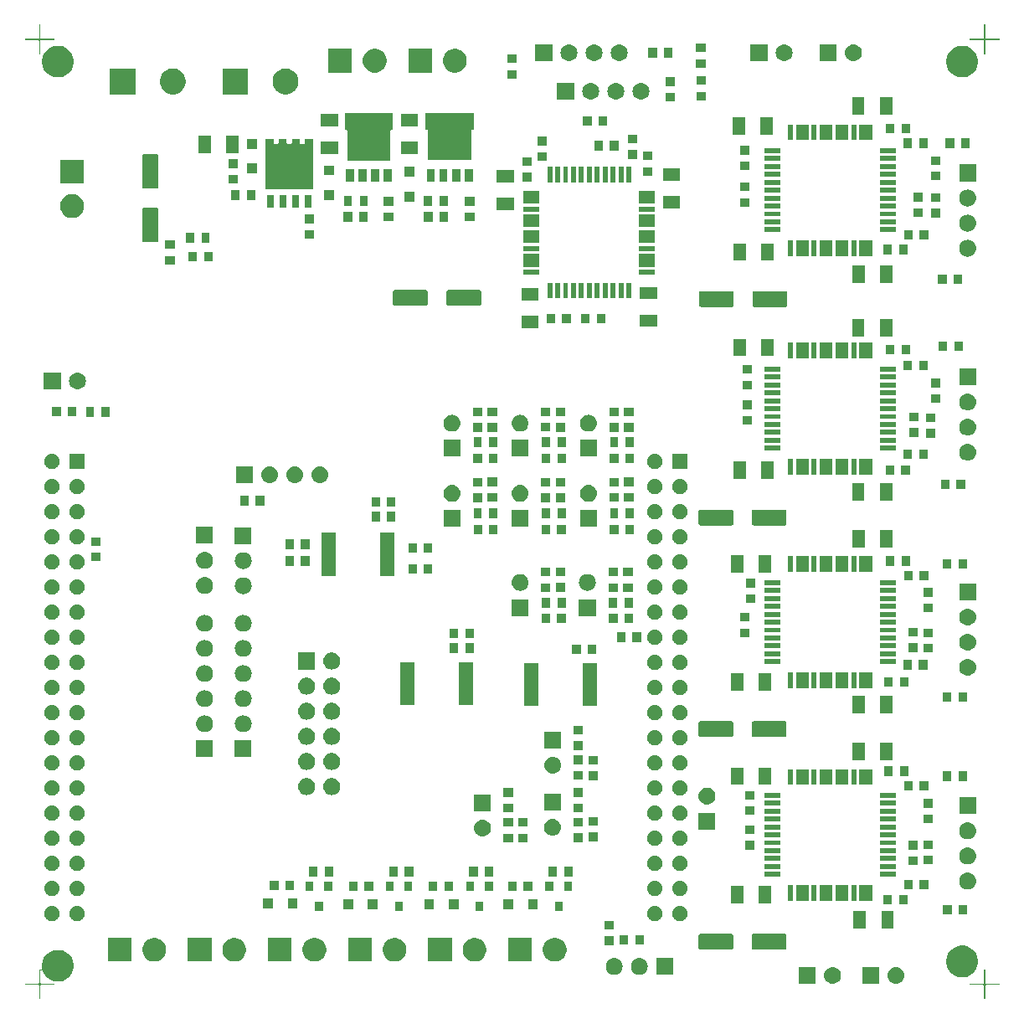
<source format=gts>
%TF.GenerationSoftware,KiCad,Pcbnew,6.0.0-rc1-unknown-4cf4600~66~ubuntu18.10.1*%
%TF.CreationDate,2019-01-21T14:15:00-08:00*%
%TF.ProjectId,PrntrBoardV1,50726e74-7242-46f6-9172-6456312e6b69,rev?*%
%TF.SameCoordinates,PX1303eb8PY7093f24*%
%TF.FileFunction,Soldermask,Top*%
%TF.FilePolarity,Negative*%
%FSLAX46Y46*%
G04 Gerber Fmt 4.6, Leading zero omitted, Abs format (unit mm)*
G04 Created by KiCad (PCBNEW 6.0.0-rc1-unknown-4cf4600~66~ubuntu18.10.1) date Mon 21 Jan 2019 02:15:00 PM PST*
%MOMM*%
%LPD*%
G04 APERTURE LIST*
%ADD10C,0.100000*%
G04 APERTURE END LIST*
D10*
G36*
X4086203Y5158014D02*
G01*
X4377383Y5037403D01*
X4639444Y4862299D01*
X4862299Y4639444D01*
X5037403Y4377383D01*
X5158014Y4086203D01*
X5219500Y3777088D01*
X5219500Y3461912D01*
X5158014Y3152797D01*
X5037403Y2861617D01*
X4862299Y2599556D01*
X4639444Y2376701D01*
X4377383Y2201597D01*
X4086203Y2080986D01*
X3777088Y2019500D01*
X3461911Y2019500D01*
X3435385Y2024776D01*
X3410999Y2027178D01*
X3386612Y2024776D01*
X3363163Y2017662D01*
X3346424Y2008715D01*
X3334381Y2023388D01*
X3315439Y2038934D01*
X3293828Y2050485D01*
X3270379Y2057598D01*
X3152797Y2080986D01*
X2861617Y2201597D01*
X2599556Y2376701D01*
X2376701Y2599556D01*
X2201597Y2861617D01*
X2089985Y3131072D01*
X2078434Y3152683D01*
X2062888Y3171625D01*
X2043946Y3187171D01*
X2022335Y3198722D01*
X1998886Y3205835D01*
X1974500Y3208237D01*
X1950114Y3205835D01*
X1926665Y3198722D01*
X1905054Y3187171D01*
X1886112Y3171625D01*
X1870566Y3152683D01*
X1859015Y3131072D01*
X1851902Y3107623D01*
X1849500Y3083237D01*
X1849500Y1935000D01*
X1851902Y1910614D01*
X1859015Y1887165D01*
X1870566Y1865554D01*
X1886112Y1846612D01*
X1905054Y1831066D01*
X1926665Y1819515D01*
X1950114Y1812402D01*
X1974500Y1810000D01*
X3245993Y1810000D01*
X3270379Y1812402D01*
X3286000Y1817140D01*
X3286000Y1683000D01*
X1974500Y1683000D01*
X1950114Y1680598D01*
X1926665Y1673485D01*
X1905054Y1661934D01*
X1886112Y1646388D01*
X1870566Y1627446D01*
X1859015Y1605835D01*
X1851902Y1582386D01*
X1849500Y1558000D01*
X1849500Y246500D01*
X1722500Y246500D01*
X1722500Y1558000D01*
X1720098Y1582386D01*
X1712985Y1605835D01*
X1701434Y1627446D01*
X1685888Y1646388D01*
X1666946Y1661934D01*
X1645335Y1673485D01*
X1621886Y1680598D01*
X1597500Y1683000D01*
X286000Y1683000D01*
X286000Y1810000D01*
X1597500Y1810000D01*
X1621886Y1812402D01*
X1645335Y1819515D01*
X1666946Y1831066D01*
X1685888Y1846612D01*
X1701434Y1865554D01*
X1712985Y1887165D01*
X1720098Y1910614D01*
X1722500Y1935000D01*
X1722500Y3246500D01*
X1910035Y3246500D01*
X1934421Y3248902D01*
X1957870Y3256015D01*
X1979481Y3267566D01*
X1998423Y3283112D01*
X2013969Y3302054D01*
X2025520Y3323665D01*
X2032633Y3347114D01*
X2035035Y3371500D01*
X2032633Y3395886D01*
X2019500Y3461912D01*
X2019500Y3777088D01*
X2080986Y4086203D01*
X2201597Y4377383D01*
X2376701Y4639444D01*
X2599556Y4862299D01*
X2861617Y5037403D01*
X3152797Y5158014D01*
X3461912Y5219500D01*
X3777088Y5219500D01*
X4086203Y5158014D01*
X4086203Y5158014D01*
G37*
G36*
X97399500Y1935000D02*
G01*
X97401902Y1910614D01*
X97409015Y1887165D01*
X97420566Y1865554D01*
X97436112Y1846612D01*
X97455054Y1831066D01*
X97476665Y1819515D01*
X97500114Y1812402D01*
X97524500Y1810000D01*
X98836000Y1810000D01*
X98836000Y1683000D01*
X97524500Y1683000D01*
X97500114Y1680598D01*
X97476665Y1673485D01*
X97455054Y1661934D01*
X97436112Y1646388D01*
X97420566Y1627446D01*
X97409015Y1605835D01*
X97401902Y1582386D01*
X97399500Y1558000D01*
X97399500Y246500D01*
X97272500Y246500D01*
X97272500Y1558000D01*
X97270098Y1582386D01*
X97262985Y1605835D01*
X97251434Y1627446D01*
X97235888Y1646388D01*
X97216946Y1661934D01*
X97195335Y1673485D01*
X97171886Y1680598D01*
X97147500Y1683000D01*
X95836000Y1683000D01*
X95836000Y1810000D01*
X97147500Y1810000D01*
X97171886Y1812402D01*
X97195335Y1819515D01*
X97216946Y1831066D01*
X97235888Y1846612D01*
X97251434Y1865554D01*
X97262985Y1887165D01*
X97270098Y1910614D01*
X97272500Y1935000D01*
X97272500Y3246500D01*
X97399500Y3246500D01*
X97399500Y1935000D01*
X97399500Y1935000D01*
G37*
G36*
X86671000Y1796500D02*
G01*
X84971000Y1796500D01*
X84971000Y3496500D01*
X86671000Y3496500D01*
X86671000Y1796500D01*
X86671000Y1796500D01*
G37*
G36*
X82127630Y3484201D02*
G01*
X82287855Y3435597D01*
X82435520Y3356669D01*
X82564949Y3250449D01*
X82671169Y3121020D01*
X82750097Y2973355D01*
X82798701Y2813130D01*
X82815112Y2646500D01*
X82798701Y2479870D01*
X82750097Y2319645D01*
X82671169Y2171980D01*
X82564949Y2042551D01*
X82435520Y1936331D01*
X82287855Y1857403D01*
X82127630Y1808799D01*
X82002752Y1796500D01*
X81919248Y1796500D01*
X81794370Y1808799D01*
X81634145Y1857403D01*
X81486480Y1936331D01*
X81357051Y2042551D01*
X81250831Y2171980D01*
X81171903Y2319645D01*
X81123299Y2479870D01*
X81106888Y2646500D01*
X81123299Y2813130D01*
X81171903Y2973355D01*
X81250831Y3121020D01*
X81357051Y3250449D01*
X81486480Y3356669D01*
X81634145Y3435597D01*
X81794370Y3484201D01*
X81919248Y3496500D01*
X82002752Y3496500D01*
X82127630Y3484201D01*
X82127630Y3484201D01*
G37*
G36*
X80271000Y1796500D02*
G01*
X78571000Y1796500D01*
X78571000Y3496500D01*
X80271000Y3496500D01*
X80271000Y1796500D01*
X80271000Y1796500D01*
G37*
G36*
X88527630Y3484201D02*
G01*
X88687855Y3435597D01*
X88835520Y3356669D01*
X88964949Y3250449D01*
X89071169Y3121020D01*
X89150097Y2973355D01*
X89198701Y2813130D01*
X89215112Y2646500D01*
X89198701Y2479870D01*
X89150097Y2319645D01*
X89071169Y2171980D01*
X88964949Y2042551D01*
X88835520Y1936331D01*
X88687855Y1857403D01*
X88527630Y1808799D01*
X88402752Y1796500D01*
X88319248Y1796500D01*
X88194370Y1808799D01*
X88034145Y1857403D01*
X87886480Y1936331D01*
X87757051Y2042551D01*
X87650831Y2171980D01*
X87571903Y2319645D01*
X87523299Y2479870D01*
X87506888Y2646500D01*
X87523299Y2813130D01*
X87571903Y2973355D01*
X87650831Y3121020D01*
X87757051Y3250449D01*
X87886480Y3356669D01*
X88034145Y3435597D01*
X88194370Y3484201D01*
X88319248Y3496500D01*
X88402752Y3496500D01*
X88527630Y3484201D01*
X88527630Y3484201D01*
G37*
G36*
X95527703Y5585014D02*
G01*
X95818883Y5464403D01*
X96080944Y5289299D01*
X96303799Y5066444D01*
X96478903Y4804383D01*
X96599514Y4513203D01*
X96661000Y4204088D01*
X96661000Y3888912D01*
X96599514Y3579797D01*
X96478903Y3288617D01*
X96303799Y3026556D01*
X96080944Y2803701D01*
X95818883Y2628597D01*
X95527703Y2507986D01*
X95218588Y2446500D01*
X94903412Y2446500D01*
X94594297Y2507986D01*
X94303117Y2628597D01*
X94041056Y2803701D01*
X93818201Y3026556D01*
X93643097Y3288617D01*
X93522486Y3579797D01*
X93461000Y3888912D01*
X93461000Y4204088D01*
X93522486Y4513203D01*
X93643097Y4804383D01*
X93818201Y5066444D01*
X94041056Y5289299D01*
X94303117Y5464403D01*
X94594297Y5585014D01*
X94903412Y5646500D01*
X95218588Y5646500D01*
X95527703Y5585014D01*
X95527703Y5585014D01*
G37*
G36*
X62587630Y4384201D02*
G01*
X62747855Y4335597D01*
X62895520Y4256669D01*
X63024949Y4150449D01*
X63131169Y4021020D01*
X63210097Y3873355D01*
X63258701Y3713130D01*
X63275112Y3546500D01*
X63258701Y3379870D01*
X63210097Y3219645D01*
X63131169Y3071980D01*
X63024949Y2942551D01*
X62895520Y2836331D01*
X62747855Y2757403D01*
X62587630Y2708799D01*
X62462752Y2696500D01*
X62379248Y2696500D01*
X62254370Y2708799D01*
X62094145Y2757403D01*
X61946480Y2836331D01*
X61817051Y2942551D01*
X61710831Y3071980D01*
X61631903Y3219645D01*
X61583299Y3379870D01*
X61566888Y3546500D01*
X61583299Y3713130D01*
X61631903Y3873355D01*
X61710831Y4021020D01*
X61817051Y4150449D01*
X61946480Y4256669D01*
X62094145Y4335597D01*
X62254370Y4384201D01*
X62379248Y4396500D01*
X62462752Y4396500D01*
X62587630Y4384201D01*
X62587630Y4384201D01*
G37*
G36*
X65811000Y2696500D02*
G01*
X64111000Y2696500D01*
X64111000Y4396500D01*
X65811000Y4396500D01*
X65811000Y2696500D01*
X65811000Y2696500D01*
G37*
G36*
X60047630Y4384201D02*
G01*
X60207855Y4335597D01*
X60355520Y4256669D01*
X60484949Y4150449D01*
X60591169Y4021020D01*
X60670097Y3873355D01*
X60718701Y3713130D01*
X60735112Y3546500D01*
X60718701Y3379870D01*
X60670097Y3219645D01*
X60591169Y3071980D01*
X60484949Y2942551D01*
X60355520Y2836331D01*
X60207855Y2757403D01*
X60047630Y2708799D01*
X59922752Y2696500D01*
X59839248Y2696500D01*
X59714370Y2708799D01*
X59554145Y2757403D01*
X59406480Y2836331D01*
X59277051Y2942551D01*
X59170831Y3071980D01*
X59091903Y3219645D01*
X59043299Y3379870D01*
X59026888Y3546500D01*
X59043299Y3713130D01*
X59091903Y3873355D01*
X59170831Y4021020D01*
X59277051Y4150449D01*
X59406480Y4256669D01*
X59554145Y4335597D01*
X59714370Y4384201D01*
X59839248Y4396500D01*
X59922752Y4396500D01*
X60047630Y4384201D01*
X60047630Y4384201D01*
G37*
G36*
X46111026Y6400385D02*
G01*
X46329412Y6309927D01*
X46525958Y6178599D01*
X46693099Y6011458D01*
X46824427Y5814912D01*
X46914885Y5596526D01*
X46961000Y5364691D01*
X46961000Y5128309D01*
X46914885Y4896474D01*
X46824427Y4678088D01*
X46693099Y4481542D01*
X46525958Y4314401D01*
X46329412Y4183073D01*
X46111026Y4092615D01*
X45879191Y4046500D01*
X45642809Y4046500D01*
X45410974Y4092615D01*
X45192588Y4183073D01*
X44996042Y4314401D01*
X44828901Y4481542D01*
X44697573Y4678088D01*
X44607115Y4896474D01*
X44561000Y5128309D01*
X44561000Y5364691D01*
X44607115Y5596526D01*
X44697573Y5814912D01*
X44828901Y6011458D01*
X44996042Y6178599D01*
X45192588Y6309927D01*
X45410974Y6400385D01*
X45642809Y6446500D01*
X45879191Y6446500D01*
X46111026Y6400385D01*
X46111026Y6400385D01*
G37*
G36*
X38011026Y6400385D02*
G01*
X38229412Y6309927D01*
X38425958Y6178599D01*
X38593099Y6011458D01*
X38724427Y5814912D01*
X38814885Y5596526D01*
X38861000Y5364691D01*
X38861000Y5128309D01*
X38814885Y4896474D01*
X38724427Y4678088D01*
X38593099Y4481542D01*
X38425958Y4314401D01*
X38229412Y4183073D01*
X38011026Y4092615D01*
X37779191Y4046500D01*
X37542809Y4046500D01*
X37310974Y4092615D01*
X37092588Y4183073D01*
X36896042Y4314401D01*
X36728901Y4481542D01*
X36597573Y4678088D01*
X36507115Y4896474D01*
X36461000Y5128309D01*
X36461000Y5364691D01*
X36507115Y5596526D01*
X36597573Y5814912D01*
X36728901Y6011458D01*
X36896042Y6178599D01*
X37092588Y6309927D01*
X37310974Y6400385D01*
X37542809Y6446500D01*
X37779191Y6446500D01*
X38011026Y6400385D01*
X38011026Y6400385D01*
G37*
G36*
X35361000Y4046500D02*
G01*
X32961000Y4046500D01*
X32961000Y6446500D01*
X35361000Y6446500D01*
X35361000Y4046500D01*
X35361000Y4046500D01*
G37*
G36*
X43461000Y4046500D02*
G01*
X41061000Y4046500D01*
X41061000Y6446500D01*
X43461000Y6446500D01*
X43461000Y4046500D01*
X43461000Y4046500D01*
G37*
G36*
X54211026Y6400385D02*
G01*
X54429412Y6309927D01*
X54625958Y6178599D01*
X54793099Y6011458D01*
X54924427Y5814912D01*
X55014885Y5596526D01*
X55061000Y5364691D01*
X55061000Y5128309D01*
X55014885Y4896474D01*
X54924427Y4678088D01*
X54793099Y4481542D01*
X54625958Y4314401D01*
X54429412Y4183073D01*
X54211026Y4092615D01*
X53979191Y4046500D01*
X53742809Y4046500D01*
X53510974Y4092615D01*
X53292588Y4183073D01*
X53096042Y4314401D01*
X52928901Y4481542D01*
X52797573Y4678088D01*
X52707115Y4896474D01*
X52661000Y5128309D01*
X52661000Y5364691D01*
X52707115Y5596526D01*
X52797573Y5814912D01*
X52928901Y6011458D01*
X53096042Y6178599D01*
X53292588Y6309927D01*
X53510974Y6400385D01*
X53742809Y6446500D01*
X53979191Y6446500D01*
X54211026Y6400385D01*
X54211026Y6400385D01*
G37*
G36*
X51561000Y4046500D02*
G01*
X49161000Y4046500D01*
X49161000Y6446500D01*
X51561000Y6446500D01*
X51561000Y4046500D01*
X51561000Y4046500D01*
G37*
G36*
X21811026Y6400385D02*
G01*
X22029412Y6309927D01*
X22225958Y6178599D01*
X22393099Y6011458D01*
X22524427Y5814912D01*
X22614885Y5596526D01*
X22661000Y5364691D01*
X22661000Y5128309D01*
X22614885Y4896474D01*
X22524427Y4678088D01*
X22393099Y4481542D01*
X22225958Y4314401D01*
X22029412Y4183073D01*
X21811026Y4092615D01*
X21579191Y4046500D01*
X21342809Y4046500D01*
X21110974Y4092615D01*
X20892588Y4183073D01*
X20696042Y4314401D01*
X20528901Y4481542D01*
X20397573Y4678088D01*
X20307115Y4896474D01*
X20261000Y5128309D01*
X20261000Y5364691D01*
X20307115Y5596526D01*
X20397573Y5814912D01*
X20528901Y6011458D01*
X20696042Y6178599D01*
X20892588Y6309927D01*
X21110974Y6400385D01*
X21342809Y6446500D01*
X21579191Y6446500D01*
X21811026Y6400385D01*
X21811026Y6400385D01*
G37*
G36*
X19161000Y4046500D02*
G01*
X16761000Y4046500D01*
X16761000Y6446500D01*
X19161000Y6446500D01*
X19161000Y4046500D01*
X19161000Y4046500D01*
G37*
G36*
X13711026Y6400385D02*
G01*
X13929412Y6309927D01*
X14125958Y6178599D01*
X14293099Y6011458D01*
X14424427Y5814912D01*
X14514885Y5596526D01*
X14561000Y5364691D01*
X14561000Y5128309D01*
X14514885Y4896474D01*
X14424427Y4678088D01*
X14293099Y4481542D01*
X14125958Y4314401D01*
X13929412Y4183073D01*
X13711026Y4092615D01*
X13479191Y4046500D01*
X13242809Y4046500D01*
X13010974Y4092615D01*
X12792588Y4183073D01*
X12596042Y4314401D01*
X12428901Y4481542D01*
X12297573Y4678088D01*
X12207115Y4896474D01*
X12161000Y5128309D01*
X12161000Y5364691D01*
X12207115Y5596526D01*
X12297573Y5814912D01*
X12428901Y6011458D01*
X12596042Y6178599D01*
X12792588Y6309927D01*
X13010974Y6400385D01*
X13242809Y6446500D01*
X13479191Y6446500D01*
X13711026Y6400385D01*
X13711026Y6400385D01*
G37*
G36*
X11061000Y4046500D02*
G01*
X8661000Y4046500D01*
X8661000Y6446500D01*
X11061000Y6446500D01*
X11061000Y4046500D01*
X11061000Y4046500D01*
G37*
G36*
X27261000Y4046500D02*
G01*
X24861000Y4046500D01*
X24861000Y6446500D01*
X27261000Y6446500D01*
X27261000Y4046500D01*
X27261000Y4046500D01*
G37*
G36*
X29911026Y6400385D02*
G01*
X30129412Y6309927D01*
X30325958Y6178599D01*
X30493099Y6011458D01*
X30624427Y5814912D01*
X30714885Y5596526D01*
X30761000Y5364691D01*
X30761000Y5128309D01*
X30714885Y4896474D01*
X30624427Y4678088D01*
X30493099Y4481542D01*
X30325958Y4314401D01*
X30129412Y4183073D01*
X29911026Y4092615D01*
X29679191Y4046500D01*
X29442809Y4046500D01*
X29210974Y4092615D01*
X28992588Y4183073D01*
X28796042Y4314401D01*
X28628901Y4481542D01*
X28497573Y4678088D01*
X28407115Y4896474D01*
X28361000Y5128309D01*
X28361000Y5364691D01*
X28407115Y5596526D01*
X28497573Y5814912D01*
X28628901Y6011458D01*
X28796042Y6178599D01*
X28992588Y6309927D01*
X29210974Y6400385D01*
X29442809Y6446500D01*
X29679191Y6446500D01*
X29911026Y6400385D01*
X29911026Y6400385D01*
G37*
G36*
X77178826Y6842755D02*
G01*
X77209491Y6833452D01*
X77237750Y6818348D01*
X77262520Y6798020D01*
X77282848Y6773250D01*
X77297952Y6744991D01*
X77307255Y6714326D01*
X77311000Y6676298D01*
X77311000Y5416702D01*
X77307255Y5378674D01*
X77297952Y5348009D01*
X77282848Y5319750D01*
X77262520Y5294980D01*
X77237750Y5274652D01*
X77209491Y5259548D01*
X77178826Y5250245D01*
X77140798Y5246500D01*
X73981202Y5246500D01*
X73943174Y5250245D01*
X73912509Y5259548D01*
X73884250Y5274652D01*
X73859480Y5294980D01*
X73839152Y5319750D01*
X73824048Y5348009D01*
X73814745Y5378674D01*
X73811000Y5416702D01*
X73811000Y6676298D01*
X73814745Y6714326D01*
X73824048Y6744991D01*
X73839152Y6773250D01*
X73859480Y6798020D01*
X73884250Y6818348D01*
X73912509Y6833452D01*
X73943174Y6842755D01*
X73981202Y6846500D01*
X77140798Y6846500D01*
X77178826Y6842755D01*
X77178826Y6842755D01*
G37*
G36*
X71778826Y6842755D02*
G01*
X71809491Y6833452D01*
X71837750Y6818348D01*
X71862520Y6798020D01*
X71882848Y6773250D01*
X71897952Y6744991D01*
X71907255Y6714326D01*
X71911000Y6676298D01*
X71911000Y5416702D01*
X71907255Y5378674D01*
X71897952Y5348009D01*
X71882848Y5319750D01*
X71862520Y5294980D01*
X71837750Y5274652D01*
X71809491Y5259548D01*
X71778826Y5250245D01*
X71740798Y5246500D01*
X68581202Y5246500D01*
X68543174Y5250245D01*
X68512509Y5259548D01*
X68484250Y5274652D01*
X68459480Y5294980D01*
X68439152Y5319750D01*
X68424048Y5348009D01*
X68414745Y5378674D01*
X68411000Y5416702D01*
X68411000Y6676298D01*
X68414745Y6714326D01*
X68424048Y6744991D01*
X68439152Y6773250D01*
X68459480Y6798020D01*
X68484250Y6818348D01*
X68512509Y6833452D01*
X68543174Y6842755D01*
X68581202Y6846500D01*
X71740798Y6846500D01*
X71778826Y6842755D01*
X71778826Y6842755D01*
G37*
G36*
X59836000Y5709000D02*
G01*
X58886000Y5709000D01*
X58886000Y6584000D01*
X59836000Y6584000D01*
X59836000Y5709000D01*
X59836000Y5709000D01*
G37*
G36*
X62871000Y5746500D02*
G01*
X62051000Y5746500D01*
X62051000Y6746500D01*
X62871000Y6746500D01*
X62871000Y5746500D01*
X62871000Y5746500D01*
G37*
G36*
X61271000Y5746500D02*
G01*
X60451000Y5746500D01*
X60451000Y6746500D01*
X61271000Y6746500D01*
X61271000Y5746500D01*
X61271000Y5746500D01*
G37*
G36*
X59836000Y7284000D02*
G01*
X58886000Y7284000D01*
X58886000Y8159000D01*
X59836000Y8159000D01*
X59836000Y7284000D01*
X59836000Y7284000D01*
G37*
G36*
X85336000Y7421500D02*
G01*
X84086000Y7421500D01*
X84086000Y9171500D01*
X85336000Y9171500D01*
X85336000Y7421500D01*
X85336000Y7421500D01*
G37*
G36*
X88136000Y7421500D02*
G01*
X86886000Y7421500D01*
X86886000Y9171500D01*
X88136000Y9171500D01*
X88136000Y7421500D01*
X88136000Y7421500D01*
G37*
G36*
X66694195Y9638978D02*
G01*
X66743267Y9629217D01*
X66881942Y9571776D01*
X67006750Y9488382D01*
X67112882Y9382250D01*
X67196276Y9257442D01*
X67253717Y9118766D01*
X67283000Y8971552D01*
X67283000Y8821448D01*
X67253717Y8674234D01*
X67196276Y8535558D01*
X67112882Y8410750D01*
X67006750Y8304618D01*
X67006747Y8304616D01*
X66881942Y8221224D01*
X66743267Y8163783D01*
X66694195Y8154022D01*
X66596052Y8134500D01*
X66445948Y8134500D01*
X66347805Y8154022D01*
X66298733Y8163783D01*
X66160058Y8221224D01*
X66035253Y8304616D01*
X66035250Y8304618D01*
X65929118Y8410750D01*
X65845724Y8535558D01*
X65788283Y8674234D01*
X65759000Y8821448D01*
X65759000Y8971552D01*
X65788283Y9118766D01*
X65845724Y9257442D01*
X65929118Y9382250D01*
X66035250Y9488382D01*
X66160058Y9571776D01*
X66298733Y9629217D01*
X66347805Y9638978D01*
X66445948Y9658500D01*
X66596052Y9658500D01*
X66694195Y9638978D01*
X66694195Y9638978D01*
G37*
G36*
X3194195Y9638978D02*
G01*
X3243267Y9629217D01*
X3381942Y9571776D01*
X3506750Y9488382D01*
X3612882Y9382250D01*
X3696276Y9257442D01*
X3753717Y9118766D01*
X3783000Y8971552D01*
X3783000Y8821448D01*
X3753717Y8674234D01*
X3696276Y8535558D01*
X3612882Y8410750D01*
X3506750Y8304618D01*
X3506747Y8304616D01*
X3381942Y8221224D01*
X3243267Y8163783D01*
X3194195Y8154022D01*
X3096052Y8134500D01*
X2945948Y8134500D01*
X2847805Y8154022D01*
X2798733Y8163783D01*
X2660058Y8221224D01*
X2535253Y8304616D01*
X2535250Y8304618D01*
X2429118Y8410750D01*
X2345724Y8535558D01*
X2288283Y8674234D01*
X2259000Y8821448D01*
X2259000Y8971552D01*
X2288283Y9118766D01*
X2345724Y9257442D01*
X2429118Y9382250D01*
X2535250Y9488382D01*
X2660058Y9571776D01*
X2798733Y9629217D01*
X2847805Y9638978D01*
X2945948Y9658500D01*
X3096052Y9658500D01*
X3194195Y9638978D01*
X3194195Y9638978D01*
G37*
G36*
X5734195Y9638978D02*
G01*
X5783267Y9629217D01*
X5921942Y9571776D01*
X6046750Y9488382D01*
X6152882Y9382250D01*
X6236276Y9257442D01*
X6293717Y9118766D01*
X6323000Y8971552D01*
X6323000Y8821448D01*
X6293717Y8674234D01*
X6236276Y8535558D01*
X6152882Y8410750D01*
X6046750Y8304618D01*
X6046747Y8304616D01*
X5921942Y8221224D01*
X5783267Y8163783D01*
X5734195Y8154022D01*
X5636052Y8134500D01*
X5485948Y8134500D01*
X5387805Y8154022D01*
X5338733Y8163783D01*
X5200058Y8221224D01*
X5075253Y8304616D01*
X5075250Y8304618D01*
X4969118Y8410750D01*
X4885724Y8535558D01*
X4828283Y8674234D01*
X4799000Y8821448D01*
X4799000Y8971552D01*
X4828283Y9118766D01*
X4885724Y9257442D01*
X4969118Y9382250D01*
X5075250Y9488382D01*
X5200058Y9571776D01*
X5338733Y9629217D01*
X5387805Y9638978D01*
X5485948Y9658500D01*
X5636052Y9658500D01*
X5734195Y9638978D01*
X5734195Y9638978D01*
G37*
G36*
X64154195Y9638978D02*
G01*
X64203267Y9629217D01*
X64341942Y9571776D01*
X64466750Y9488382D01*
X64572882Y9382250D01*
X64656276Y9257442D01*
X64713717Y9118766D01*
X64743000Y8971552D01*
X64743000Y8821448D01*
X64713717Y8674234D01*
X64656276Y8535558D01*
X64572882Y8410750D01*
X64466750Y8304618D01*
X64466747Y8304616D01*
X64341942Y8221224D01*
X64203267Y8163783D01*
X64154195Y8154022D01*
X64056052Y8134500D01*
X63905948Y8134500D01*
X63807805Y8154022D01*
X63758733Y8163783D01*
X63620058Y8221224D01*
X63495253Y8304616D01*
X63495250Y8304618D01*
X63389118Y8410750D01*
X63305724Y8535558D01*
X63248283Y8674234D01*
X63219000Y8821448D01*
X63219000Y8971552D01*
X63248283Y9118766D01*
X63305724Y9257442D01*
X63389118Y9382250D01*
X63495250Y9488382D01*
X63620058Y9571776D01*
X63758733Y9629217D01*
X63807805Y9638978D01*
X63905948Y9658500D01*
X64056052Y9658500D01*
X64154195Y9638978D01*
X64154195Y9638978D01*
G37*
G36*
X95586000Y8821500D02*
G01*
X94711000Y8821500D01*
X94711000Y9771500D01*
X95586000Y9771500D01*
X95586000Y8821500D01*
X95586000Y8821500D01*
G37*
G36*
X94011000Y8821500D02*
G01*
X93136000Y8821500D01*
X93136000Y9771500D01*
X94011000Y9771500D01*
X94011000Y8821500D01*
X94011000Y8821500D01*
G37*
G36*
X54661000Y9196500D02*
G01*
X53861000Y9196500D01*
X53861000Y10096500D01*
X54661000Y10096500D01*
X54661000Y9196500D01*
X54661000Y9196500D01*
G37*
G36*
X30411000Y9196500D02*
G01*
X29611000Y9196500D01*
X29611000Y10096500D01*
X30411000Y10096500D01*
X30411000Y9196500D01*
X30411000Y9196500D01*
G37*
G36*
X46661000Y9196500D02*
G01*
X45861000Y9196500D01*
X45861000Y10096500D01*
X46661000Y10096500D01*
X46661000Y9196500D01*
X46661000Y9196500D01*
G37*
G36*
X38511000Y9196500D02*
G01*
X37711000Y9196500D01*
X37711000Y10096500D01*
X38511000Y10096500D01*
X38511000Y9196500D01*
X38511000Y9196500D01*
G37*
G36*
X41661000Y9346500D02*
G01*
X40661000Y9346500D01*
X40661000Y10346500D01*
X41661000Y10346500D01*
X41661000Y9346500D01*
X41661000Y9346500D01*
G37*
G36*
X44161000Y9346500D02*
G01*
X43161000Y9346500D01*
X43161000Y10346500D01*
X44161000Y10346500D01*
X44161000Y9346500D01*
X44161000Y9346500D01*
G37*
G36*
X52161000Y9346500D02*
G01*
X51161000Y9346500D01*
X51161000Y10346500D01*
X52161000Y10346500D01*
X52161000Y9346500D01*
X52161000Y9346500D01*
G37*
G36*
X35961000Y9346500D02*
G01*
X34961000Y9346500D01*
X34961000Y10346500D01*
X35961000Y10346500D01*
X35961000Y9346500D01*
X35961000Y9346500D01*
G37*
G36*
X33461000Y9346500D02*
G01*
X32461000Y9346500D01*
X32461000Y10346500D01*
X33461000Y10346500D01*
X33461000Y9346500D01*
X33461000Y9346500D01*
G37*
G36*
X49661000Y9346500D02*
G01*
X48661000Y9346500D01*
X48661000Y10346500D01*
X49661000Y10346500D01*
X49661000Y9346500D01*
X49661000Y9346500D01*
G37*
G36*
X27861000Y9446500D02*
G01*
X26861000Y9446500D01*
X26861000Y10446500D01*
X27861000Y10446500D01*
X27861000Y9446500D01*
X27861000Y9446500D01*
G37*
G36*
X25361000Y9446500D02*
G01*
X24361000Y9446500D01*
X24361000Y10446500D01*
X25361000Y10446500D01*
X25361000Y9446500D01*
X25361000Y9446500D01*
G37*
G36*
X89548500Y9821500D02*
G01*
X88673500Y9821500D01*
X88673500Y10771500D01*
X89548500Y10771500D01*
X89548500Y9821500D01*
X89548500Y9821500D01*
G37*
G36*
X87973500Y9821500D02*
G01*
X87098500Y9821500D01*
X87098500Y10771500D01*
X87973500Y10771500D01*
X87973500Y9821500D01*
X87973500Y9821500D01*
G37*
G36*
X75736000Y9921500D02*
G01*
X74486000Y9921500D01*
X74486000Y11671500D01*
X75736000Y11671500D01*
X75736000Y9921500D01*
X75736000Y9921500D01*
G37*
G36*
X72936000Y9921500D02*
G01*
X71686000Y9921500D01*
X71686000Y11671500D01*
X72936000Y11671500D01*
X72936000Y9921500D01*
X72936000Y9921500D01*
G37*
G36*
X85951000Y10206500D02*
G01*
X84651000Y10206500D01*
X84651000Y11806500D01*
X85951000Y11806500D01*
X85951000Y10206500D01*
X85951000Y10206500D01*
G37*
G36*
X83551000Y10206500D02*
G01*
X82251000Y10206500D01*
X82251000Y11806500D01*
X83551000Y11806500D01*
X83551000Y10206500D01*
X83551000Y10206500D01*
G37*
G36*
X81951000Y10206500D02*
G01*
X80651000Y10206500D01*
X80651000Y11806500D01*
X81951000Y11806500D01*
X81951000Y10206500D01*
X81951000Y10206500D01*
G37*
G36*
X77951000Y10206500D02*
G01*
X77451000Y10206500D01*
X77451000Y11806500D01*
X77951000Y11806500D01*
X77951000Y10206500D01*
X77951000Y10206500D01*
G37*
G36*
X80351000Y10206500D02*
G01*
X79851000Y10206500D01*
X79851000Y11806500D01*
X80351000Y11806500D01*
X80351000Y10206500D01*
X80351000Y10206500D01*
G37*
G36*
X79551000Y10206500D02*
G01*
X78251000Y10206500D01*
X78251000Y11806500D01*
X79551000Y11806500D01*
X79551000Y10206500D01*
X79551000Y10206500D01*
G37*
G36*
X84351000Y10206500D02*
G01*
X83851000Y10206500D01*
X83851000Y11806500D01*
X84351000Y11806500D01*
X84351000Y10206500D01*
X84351000Y10206500D01*
G37*
G36*
X66694195Y12178978D02*
G01*
X66743267Y12169217D01*
X66858466Y12121500D01*
X66881942Y12111776D01*
X67006750Y12028382D01*
X67112882Y11922250D01*
X67112884Y11922247D01*
X67196276Y11797442D01*
X67248443Y11671500D01*
X67253717Y11658766D01*
X67283000Y11511552D01*
X67283000Y11361448D01*
X67276048Y11326500D01*
X67253717Y11214233D01*
X67236016Y11171500D01*
X67196276Y11075558D01*
X67112882Y10950750D01*
X67006750Y10844618D01*
X67006747Y10844616D01*
X66881942Y10761224D01*
X66743267Y10703783D01*
X66694195Y10694022D01*
X66596052Y10674500D01*
X66445948Y10674500D01*
X66347805Y10694022D01*
X66298733Y10703783D01*
X66160058Y10761224D01*
X66035253Y10844616D01*
X66035250Y10844618D01*
X65929118Y10950750D01*
X65845724Y11075558D01*
X65805984Y11171500D01*
X65788283Y11214233D01*
X65765952Y11326500D01*
X65759000Y11361448D01*
X65759000Y11511552D01*
X65788283Y11658766D01*
X65793558Y11671500D01*
X65845724Y11797442D01*
X65929116Y11922247D01*
X65929118Y11922250D01*
X66035250Y12028382D01*
X66160058Y12111776D01*
X66183534Y12121500D01*
X66298733Y12169217D01*
X66347805Y12178978D01*
X66445948Y12198500D01*
X66596052Y12198500D01*
X66694195Y12178978D01*
X66694195Y12178978D01*
G37*
G36*
X64154195Y12178978D02*
G01*
X64203267Y12169217D01*
X64318466Y12121500D01*
X64341942Y12111776D01*
X64466750Y12028382D01*
X64572882Y11922250D01*
X64572884Y11922247D01*
X64656276Y11797442D01*
X64708443Y11671500D01*
X64713717Y11658766D01*
X64743000Y11511552D01*
X64743000Y11361448D01*
X64736048Y11326500D01*
X64713717Y11214233D01*
X64696016Y11171500D01*
X64656276Y11075558D01*
X64572882Y10950750D01*
X64466750Y10844618D01*
X64466747Y10844616D01*
X64341942Y10761224D01*
X64203267Y10703783D01*
X64154195Y10694022D01*
X64056052Y10674500D01*
X63905948Y10674500D01*
X63807805Y10694022D01*
X63758733Y10703783D01*
X63620058Y10761224D01*
X63495253Y10844616D01*
X63495250Y10844618D01*
X63389118Y10950750D01*
X63305724Y11075558D01*
X63265984Y11171500D01*
X63248283Y11214233D01*
X63225952Y11326500D01*
X63219000Y11361448D01*
X63219000Y11511552D01*
X63248283Y11658766D01*
X63253558Y11671500D01*
X63305724Y11797442D01*
X63389116Y11922247D01*
X63389118Y11922250D01*
X63495250Y12028382D01*
X63620058Y12111776D01*
X63643534Y12121500D01*
X63758733Y12169217D01*
X63807805Y12178978D01*
X63905948Y12198500D01*
X64056052Y12198500D01*
X64154195Y12178978D01*
X64154195Y12178978D01*
G37*
G36*
X5734195Y12178978D02*
G01*
X5783267Y12169217D01*
X5898466Y12121500D01*
X5921942Y12111776D01*
X6046750Y12028382D01*
X6152882Y11922250D01*
X6152884Y11922247D01*
X6236276Y11797442D01*
X6288443Y11671500D01*
X6293717Y11658766D01*
X6323000Y11511552D01*
X6323000Y11361448D01*
X6316048Y11326500D01*
X6293717Y11214233D01*
X6276016Y11171500D01*
X6236276Y11075558D01*
X6152882Y10950750D01*
X6046750Y10844618D01*
X6046747Y10844616D01*
X5921942Y10761224D01*
X5783267Y10703783D01*
X5734195Y10694022D01*
X5636052Y10674500D01*
X5485948Y10674500D01*
X5387805Y10694022D01*
X5338733Y10703783D01*
X5200058Y10761224D01*
X5075253Y10844616D01*
X5075250Y10844618D01*
X4969118Y10950750D01*
X4885724Y11075558D01*
X4845984Y11171500D01*
X4828283Y11214233D01*
X4805952Y11326500D01*
X4799000Y11361448D01*
X4799000Y11511552D01*
X4828283Y11658766D01*
X4833558Y11671500D01*
X4885724Y11797442D01*
X4969116Y11922247D01*
X4969118Y11922250D01*
X5075250Y12028382D01*
X5200058Y12111776D01*
X5223534Y12121500D01*
X5338733Y12169217D01*
X5387805Y12178978D01*
X5485948Y12198500D01*
X5636052Y12198500D01*
X5734195Y12178978D01*
X5734195Y12178978D01*
G37*
G36*
X3194195Y12178978D02*
G01*
X3243267Y12169217D01*
X3358466Y12121500D01*
X3381942Y12111776D01*
X3506750Y12028382D01*
X3612882Y11922250D01*
X3612884Y11922247D01*
X3696276Y11797442D01*
X3748443Y11671500D01*
X3753717Y11658766D01*
X3783000Y11511552D01*
X3783000Y11361448D01*
X3776048Y11326500D01*
X3753717Y11214233D01*
X3736016Y11171500D01*
X3696276Y11075558D01*
X3612882Y10950750D01*
X3506750Y10844618D01*
X3506747Y10844616D01*
X3381942Y10761224D01*
X3243267Y10703783D01*
X3194195Y10694022D01*
X3096052Y10674500D01*
X2945948Y10674500D01*
X2847805Y10694022D01*
X2798733Y10703783D01*
X2660058Y10761224D01*
X2535253Y10844616D01*
X2535250Y10844618D01*
X2429118Y10950750D01*
X2345724Y11075558D01*
X2305984Y11171500D01*
X2288283Y11214233D01*
X2265952Y11326500D01*
X2259000Y11361448D01*
X2259000Y11511552D01*
X2288283Y11658766D01*
X2293558Y11671500D01*
X2345724Y11797442D01*
X2429116Y11922247D01*
X2429118Y11922250D01*
X2535250Y12028382D01*
X2660058Y12111776D01*
X2683534Y12121500D01*
X2798733Y12169217D01*
X2847805Y12178978D01*
X2945948Y12198500D01*
X3096052Y12198500D01*
X3194195Y12178978D01*
X3194195Y12178978D01*
G37*
G36*
X35498500Y11171500D02*
G01*
X34623500Y11171500D01*
X34623500Y12121500D01*
X35498500Y12121500D01*
X35498500Y11171500D01*
X35498500Y11171500D01*
G37*
G36*
X41998500Y11171500D02*
G01*
X41123500Y11171500D01*
X41123500Y12121500D01*
X41998500Y12121500D01*
X41998500Y11171500D01*
X41998500Y11171500D01*
G37*
G36*
X43573500Y11171500D02*
G01*
X42698500Y11171500D01*
X42698500Y12121500D01*
X43573500Y12121500D01*
X43573500Y11171500D01*
X43573500Y11171500D01*
G37*
G36*
X50023500Y11171500D02*
G01*
X49148500Y11171500D01*
X49148500Y12121500D01*
X50023500Y12121500D01*
X50023500Y11171500D01*
X50023500Y11171500D01*
G37*
G36*
X51598500Y11171500D02*
G01*
X50723500Y11171500D01*
X50723500Y12121500D01*
X51598500Y12121500D01*
X51598500Y11171500D01*
X51598500Y11171500D01*
G37*
G36*
X33923500Y11171500D02*
G01*
X33048500Y11171500D01*
X33048500Y12121500D01*
X33923500Y12121500D01*
X33923500Y11171500D01*
X33923500Y11171500D01*
G37*
G36*
X39461000Y11196500D02*
G01*
X38661000Y11196500D01*
X38661000Y12096500D01*
X39461000Y12096500D01*
X39461000Y11196500D01*
X39461000Y11196500D01*
G37*
G36*
X37561000Y11196500D02*
G01*
X36761000Y11196500D01*
X36761000Y12096500D01*
X37561000Y12096500D01*
X37561000Y11196500D01*
X37561000Y11196500D01*
G37*
G36*
X45711000Y11196500D02*
G01*
X44911000Y11196500D01*
X44911000Y12096500D01*
X45711000Y12096500D01*
X45711000Y11196500D01*
X45711000Y11196500D01*
G37*
G36*
X47611000Y11196500D02*
G01*
X46811000Y11196500D01*
X46811000Y12096500D01*
X47611000Y12096500D01*
X47611000Y11196500D01*
X47611000Y11196500D01*
G37*
G36*
X29461000Y11196500D02*
G01*
X28661000Y11196500D01*
X28661000Y12096500D01*
X29461000Y12096500D01*
X29461000Y11196500D01*
X29461000Y11196500D01*
G37*
G36*
X31361000Y11196500D02*
G01*
X30561000Y11196500D01*
X30561000Y12096500D01*
X31361000Y12096500D01*
X31361000Y11196500D01*
X31361000Y11196500D01*
G37*
G36*
X55611000Y11196500D02*
G01*
X54811000Y11196500D01*
X54811000Y12096500D01*
X55611000Y12096500D01*
X55611000Y11196500D01*
X55611000Y11196500D01*
G37*
G36*
X53711000Y11196500D02*
G01*
X52911000Y11196500D01*
X52911000Y12096500D01*
X53711000Y12096500D01*
X53711000Y11196500D01*
X53711000Y11196500D01*
G37*
G36*
X25923500Y11271500D02*
G01*
X25048500Y11271500D01*
X25048500Y12221500D01*
X25923500Y12221500D01*
X25923500Y11271500D01*
X25923500Y11271500D01*
G37*
G36*
X27498500Y11271500D02*
G01*
X26623500Y11271500D01*
X26623500Y12221500D01*
X27498500Y12221500D01*
X27498500Y11271500D01*
X27498500Y11271500D01*
G37*
G36*
X90048500Y11321500D02*
G01*
X89173500Y11321500D01*
X89173500Y12271500D01*
X90048500Y12271500D01*
X90048500Y11321500D01*
X90048500Y11321500D01*
G37*
G36*
X91623500Y11321500D02*
G01*
X90748500Y11321500D01*
X90748500Y12271500D01*
X91623500Y12271500D01*
X91623500Y11321500D01*
X91623500Y11321500D01*
G37*
G36*
X95777630Y13014201D02*
G01*
X95937855Y12965597D01*
X96085520Y12886669D01*
X96214949Y12780449D01*
X96321169Y12651020D01*
X96400097Y12503355D01*
X96448701Y12343130D01*
X96465112Y12176500D01*
X96448701Y12009870D01*
X96400097Y11849645D01*
X96321169Y11701980D01*
X96214949Y11572551D01*
X96085520Y11466331D01*
X95937855Y11387403D01*
X95777630Y11338799D01*
X95652752Y11326500D01*
X95569248Y11326500D01*
X95444370Y11338799D01*
X95284145Y11387403D01*
X95136480Y11466331D01*
X95007051Y11572551D01*
X94900831Y11701980D01*
X94821903Y11849645D01*
X94773299Y12009870D01*
X94756888Y12176500D01*
X94773299Y12343130D01*
X94821903Y12503355D01*
X94900831Y12651020D01*
X95007051Y12780449D01*
X95136480Y12886669D01*
X95284145Y12965597D01*
X95444370Y13014201D01*
X95569248Y13026500D01*
X95652752Y13026500D01*
X95777630Y13014201D01*
X95777630Y13014201D01*
G37*
G36*
X76651000Y12606500D02*
G01*
X75051000Y12606500D01*
X75051000Y13106500D01*
X76651000Y13106500D01*
X76651000Y12606500D01*
X76651000Y12606500D01*
G37*
G36*
X88351000Y12606500D02*
G01*
X86751000Y12606500D01*
X86751000Y13106500D01*
X88351000Y13106500D01*
X88351000Y12606500D01*
X88351000Y12606500D01*
G37*
G36*
X31473500Y12671500D02*
G01*
X30598500Y12671500D01*
X30598500Y13621500D01*
X31473500Y13621500D01*
X31473500Y12671500D01*
X31473500Y12671500D01*
G37*
G36*
X37998500Y12671500D02*
G01*
X37123500Y12671500D01*
X37123500Y13621500D01*
X37998500Y13621500D01*
X37998500Y12671500D01*
X37998500Y12671500D01*
G37*
G36*
X47673500Y12671500D02*
G01*
X46798500Y12671500D01*
X46798500Y13621500D01*
X47673500Y13621500D01*
X47673500Y12671500D01*
X47673500Y12671500D01*
G37*
G36*
X54098500Y12671500D02*
G01*
X53223500Y12671500D01*
X53223500Y13621500D01*
X54098500Y13621500D01*
X54098500Y12671500D01*
X54098500Y12671500D01*
G37*
G36*
X55673500Y12671500D02*
G01*
X54798500Y12671500D01*
X54798500Y13621500D01*
X55673500Y13621500D01*
X55673500Y12671500D01*
X55673500Y12671500D01*
G37*
G36*
X39573500Y12671500D02*
G01*
X38698500Y12671500D01*
X38698500Y13621500D01*
X39573500Y13621500D01*
X39573500Y12671500D01*
X39573500Y12671500D01*
G37*
G36*
X46098500Y12671500D02*
G01*
X45223500Y12671500D01*
X45223500Y13621500D01*
X46098500Y13621500D01*
X46098500Y12671500D01*
X46098500Y12671500D01*
G37*
G36*
X29898500Y12671500D02*
G01*
X29023500Y12671500D01*
X29023500Y13621500D01*
X29898500Y13621500D01*
X29898500Y12671500D01*
X29898500Y12671500D01*
G37*
G36*
X66694195Y14718978D02*
G01*
X66743267Y14709217D01*
X66864502Y14659000D01*
X66881942Y14651776D01*
X67006750Y14568382D01*
X67112882Y14462250D01*
X67112884Y14462247D01*
X67196276Y14337442D01*
X67250514Y14206500D01*
X67253717Y14198766D01*
X67283000Y14051552D01*
X67283000Y13901448D01*
X67253717Y13754234D01*
X67196276Y13615558D01*
X67112882Y13490750D01*
X67006750Y13384618D01*
X67006747Y13384616D01*
X66881942Y13301224D01*
X66743267Y13243783D01*
X66694195Y13234022D01*
X66596052Y13214500D01*
X66445948Y13214500D01*
X66347805Y13234022D01*
X66298733Y13243783D01*
X66160058Y13301224D01*
X66035253Y13384616D01*
X66035250Y13384618D01*
X65929118Y13490750D01*
X65845724Y13615558D01*
X65788283Y13754234D01*
X65759000Y13901448D01*
X65759000Y14051552D01*
X65788283Y14198766D01*
X65791487Y14206500D01*
X65845724Y14337442D01*
X65929116Y14462247D01*
X65929118Y14462250D01*
X66035250Y14568382D01*
X66160058Y14651776D01*
X66177498Y14659000D01*
X66298733Y14709217D01*
X66347805Y14718978D01*
X66445948Y14738500D01*
X66596052Y14738500D01*
X66694195Y14718978D01*
X66694195Y14718978D01*
G37*
G36*
X5734195Y14718978D02*
G01*
X5783267Y14709217D01*
X5904502Y14659000D01*
X5921942Y14651776D01*
X6046750Y14568382D01*
X6152882Y14462250D01*
X6152884Y14462247D01*
X6236276Y14337442D01*
X6290514Y14206500D01*
X6293717Y14198766D01*
X6323000Y14051552D01*
X6323000Y13901448D01*
X6293717Y13754234D01*
X6236276Y13615558D01*
X6152882Y13490750D01*
X6046750Y13384618D01*
X6046747Y13384616D01*
X5921942Y13301224D01*
X5783267Y13243783D01*
X5734195Y13234022D01*
X5636052Y13214500D01*
X5485948Y13214500D01*
X5387805Y13234022D01*
X5338733Y13243783D01*
X5200058Y13301224D01*
X5075253Y13384616D01*
X5075250Y13384618D01*
X4969118Y13490750D01*
X4885724Y13615558D01*
X4828283Y13754234D01*
X4799000Y13901448D01*
X4799000Y14051552D01*
X4828283Y14198766D01*
X4831487Y14206500D01*
X4885724Y14337442D01*
X4969116Y14462247D01*
X4969118Y14462250D01*
X5075250Y14568382D01*
X5200058Y14651776D01*
X5217498Y14659000D01*
X5338733Y14709217D01*
X5387805Y14718978D01*
X5485948Y14738500D01*
X5636052Y14738500D01*
X5734195Y14718978D01*
X5734195Y14718978D01*
G37*
G36*
X3194195Y14718978D02*
G01*
X3243267Y14709217D01*
X3364502Y14659000D01*
X3381942Y14651776D01*
X3506750Y14568382D01*
X3612882Y14462250D01*
X3612884Y14462247D01*
X3696276Y14337442D01*
X3750514Y14206500D01*
X3753717Y14198766D01*
X3783000Y14051552D01*
X3783000Y13901448D01*
X3753717Y13754234D01*
X3696276Y13615558D01*
X3612882Y13490750D01*
X3506750Y13384618D01*
X3506747Y13384616D01*
X3381942Y13301224D01*
X3243267Y13243783D01*
X3194195Y13234022D01*
X3096052Y13214500D01*
X2945948Y13214500D01*
X2847805Y13234022D01*
X2798733Y13243783D01*
X2660058Y13301224D01*
X2535253Y13384616D01*
X2535250Y13384618D01*
X2429118Y13490750D01*
X2345724Y13615558D01*
X2288283Y13754234D01*
X2259000Y13901448D01*
X2259000Y14051552D01*
X2288283Y14198766D01*
X2291487Y14206500D01*
X2345724Y14337442D01*
X2429116Y14462247D01*
X2429118Y14462250D01*
X2535250Y14568382D01*
X2660058Y14651776D01*
X2677498Y14659000D01*
X2798733Y14709217D01*
X2847805Y14718978D01*
X2945948Y14738500D01*
X3096052Y14738500D01*
X3194195Y14718978D01*
X3194195Y14718978D01*
G37*
G36*
X64154195Y14718978D02*
G01*
X64203267Y14709217D01*
X64324502Y14659000D01*
X64341942Y14651776D01*
X64466750Y14568382D01*
X64572882Y14462250D01*
X64572884Y14462247D01*
X64656276Y14337442D01*
X64710514Y14206500D01*
X64713717Y14198766D01*
X64743000Y14051552D01*
X64743000Y13901448D01*
X64713717Y13754234D01*
X64656276Y13615558D01*
X64572882Y13490750D01*
X64466750Y13384618D01*
X64466747Y13384616D01*
X64341942Y13301224D01*
X64203267Y13243783D01*
X64154195Y13234022D01*
X64056052Y13214500D01*
X63905948Y13214500D01*
X63807805Y13234022D01*
X63758733Y13243783D01*
X63620058Y13301224D01*
X63495253Y13384616D01*
X63495250Y13384618D01*
X63389118Y13490750D01*
X63305724Y13615558D01*
X63248283Y13754234D01*
X63219000Y13901448D01*
X63219000Y14051552D01*
X63248283Y14198766D01*
X63251487Y14206500D01*
X63305724Y14337442D01*
X63389116Y14462247D01*
X63389118Y14462250D01*
X63495250Y14568382D01*
X63620058Y14651776D01*
X63637498Y14659000D01*
X63758733Y14709217D01*
X63807805Y14718978D01*
X63905948Y14738500D01*
X64056052Y14738500D01*
X64154195Y14718978D01*
X64154195Y14718978D01*
G37*
G36*
X88351000Y13406500D02*
G01*
X86751000Y13406500D01*
X86751000Y13906500D01*
X88351000Y13906500D01*
X88351000Y13406500D01*
X88351000Y13406500D01*
G37*
G36*
X76651000Y13406500D02*
G01*
X75051000Y13406500D01*
X75051000Y13906500D01*
X76651000Y13906500D01*
X76651000Y13406500D01*
X76651000Y13406500D01*
G37*
G36*
X90586000Y13784000D02*
G01*
X89636000Y13784000D01*
X89636000Y14659000D01*
X90586000Y14659000D01*
X90586000Y13784000D01*
X90586000Y13784000D01*
G37*
G36*
X92086000Y13859000D02*
G01*
X91136000Y13859000D01*
X91136000Y14734000D01*
X92086000Y14734000D01*
X92086000Y13859000D01*
X92086000Y13859000D01*
G37*
G36*
X95777630Y15554201D02*
G01*
X95937855Y15505597D01*
X96085520Y15426669D01*
X96214949Y15320449D01*
X96321169Y15191020D01*
X96400097Y15043355D01*
X96448701Y14883130D01*
X96465112Y14716500D01*
X96448701Y14549870D01*
X96400097Y14389645D01*
X96321169Y14241980D01*
X96214949Y14112551D01*
X96085520Y14006331D01*
X95937855Y13927403D01*
X95777630Y13878799D01*
X95652752Y13866500D01*
X95569248Y13866500D01*
X95444370Y13878799D01*
X95284145Y13927403D01*
X95136480Y14006331D01*
X95007051Y14112551D01*
X94900831Y14241980D01*
X94821903Y14389645D01*
X94773299Y14549870D01*
X94756888Y14716500D01*
X94773299Y14883130D01*
X94821903Y15043355D01*
X94900831Y15191020D01*
X95007051Y15320449D01*
X95136480Y15426669D01*
X95284145Y15505597D01*
X95444370Y15554201D01*
X95569248Y15566500D01*
X95652752Y15566500D01*
X95777630Y15554201D01*
X95777630Y15554201D01*
G37*
G36*
X88351000Y14206500D02*
G01*
X86751000Y14206500D01*
X86751000Y14706500D01*
X88351000Y14706500D01*
X88351000Y14206500D01*
X88351000Y14206500D01*
G37*
G36*
X76651000Y14206500D02*
G01*
X75051000Y14206500D01*
X75051000Y14706500D01*
X76651000Y14706500D01*
X76651000Y14206500D01*
X76651000Y14206500D01*
G37*
G36*
X88351000Y15006500D02*
G01*
X86751000Y15006500D01*
X86751000Y15506500D01*
X88351000Y15506500D01*
X88351000Y15006500D01*
X88351000Y15006500D01*
G37*
G36*
X76651000Y15006500D02*
G01*
X75051000Y15006500D01*
X75051000Y15506500D01*
X76651000Y15506500D01*
X76651000Y15006500D01*
X76651000Y15006500D01*
G37*
G36*
X90586000Y15359000D02*
G01*
X89636000Y15359000D01*
X89636000Y16234000D01*
X90586000Y16234000D01*
X90586000Y15359000D01*
X90586000Y15359000D01*
G37*
G36*
X74086000Y15359000D02*
G01*
X73136000Y15359000D01*
X73136000Y16234000D01*
X74086000Y16234000D01*
X74086000Y15359000D01*
X74086000Y15359000D01*
G37*
G36*
X92086000Y15434000D02*
G01*
X91136000Y15434000D01*
X91136000Y16309000D01*
X92086000Y16309000D01*
X92086000Y15434000D01*
X92086000Y15434000D01*
G37*
G36*
X64154195Y17258978D02*
G01*
X64203267Y17249217D01*
X64274660Y17219645D01*
X64341942Y17191776D01*
X64466750Y17108382D01*
X64572882Y17002250D01*
X64572884Y17002247D01*
X64656276Y16877442D01*
X64705998Y16757403D01*
X64713717Y16738766D01*
X64743000Y16591552D01*
X64743000Y16441448D01*
X64736048Y16406500D01*
X64713717Y16294233D01*
X64678412Y16209000D01*
X64656276Y16155558D01*
X64572882Y16030750D01*
X64466750Y15924618D01*
X64466747Y15924616D01*
X64341942Y15841224D01*
X64203267Y15783783D01*
X64154195Y15774022D01*
X64056052Y15754500D01*
X63905948Y15754500D01*
X63807805Y15774022D01*
X63758733Y15783783D01*
X63620058Y15841224D01*
X63495253Y15924616D01*
X63495250Y15924618D01*
X63389118Y16030750D01*
X63305724Y16155558D01*
X63283588Y16209000D01*
X63248283Y16294233D01*
X63225952Y16406500D01*
X63219000Y16441448D01*
X63219000Y16591552D01*
X63248283Y16738766D01*
X63256003Y16757403D01*
X63305724Y16877442D01*
X63389116Y17002247D01*
X63389118Y17002250D01*
X63495250Y17108382D01*
X63620058Y17191776D01*
X63687340Y17219645D01*
X63758733Y17249217D01*
X63807805Y17258978D01*
X63905948Y17278500D01*
X64056052Y17278500D01*
X64154195Y17258978D01*
X64154195Y17258978D01*
G37*
G36*
X3194195Y17258978D02*
G01*
X3243267Y17249217D01*
X3314660Y17219645D01*
X3381942Y17191776D01*
X3506750Y17108382D01*
X3612882Y17002250D01*
X3612884Y17002247D01*
X3696276Y16877442D01*
X3745998Y16757403D01*
X3753717Y16738766D01*
X3783000Y16591552D01*
X3783000Y16441448D01*
X3776048Y16406500D01*
X3753717Y16294233D01*
X3718412Y16209000D01*
X3696276Y16155558D01*
X3612882Y16030750D01*
X3506750Y15924618D01*
X3506747Y15924616D01*
X3381942Y15841224D01*
X3243267Y15783783D01*
X3194195Y15774022D01*
X3096052Y15754500D01*
X2945948Y15754500D01*
X2847805Y15774022D01*
X2798733Y15783783D01*
X2660058Y15841224D01*
X2535253Y15924616D01*
X2535250Y15924618D01*
X2429118Y16030750D01*
X2345724Y16155558D01*
X2323588Y16209000D01*
X2288283Y16294233D01*
X2265952Y16406500D01*
X2259000Y16441448D01*
X2259000Y16591552D01*
X2288283Y16738766D01*
X2296003Y16757403D01*
X2345724Y16877442D01*
X2429116Y17002247D01*
X2429118Y17002250D01*
X2535250Y17108382D01*
X2660058Y17191776D01*
X2727340Y17219645D01*
X2798733Y17249217D01*
X2847805Y17258978D01*
X2945948Y17278500D01*
X3096052Y17278500D01*
X3194195Y17258978D01*
X3194195Y17258978D01*
G37*
G36*
X5734195Y17258978D02*
G01*
X5783267Y17249217D01*
X5854660Y17219645D01*
X5921942Y17191776D01*
X6046750Y17108382D01*
X6152882Y17002250D01*
X6152884Y17002247D01*
X6236276Y16877442D01*
X6285998Y16757403D01*
X6293717Y16738766D01*
X6323000Y16591552D01*
X6323000Y16441448D01*
X6316048Y16406500D01*
X6293717Y16294233D01*
X6258412Y16209000D01*
X6236276Y16155558D01*
X6152882Y16030750D01*
X6046750Y15924618D01*
X6046747Y15924616D01*
X5921942Y15841224D01*
X5783267Y15783783D01*
X5734195Y15774022D01*
X5636052Y15754500D01*
X5485948Y15754500D01*
X5387805Y15774022D01*
X5338733Y15783783D01*
X5200058Y15841224D01*
X5075253Y15924616D01*
X5075250Y15924618D01*
X4969118Y16030750D01*
X4885724Y16155558D01*
X4863588Y16209000D01*
X4828283Y16294233D01*
X4805952Y16406500D01*
X4799000Y16441448D01*
X4799000Y16591552D01*
X4828283Y16738766D01*
X4836003Y16757403D01*
X4885724Y16877442D01*
X4969116Y17002247D01*
X4969118Y17002250D01*
X5075250Y17108382D01*
X5200058Y17191776D01*
X5267340Y17219645D01*
X5338733Y17249217D01*
X5387805Y17258978D01*
X5485948Y17278500D01*
X5636052Y17278500D01*
X5734195Y17258978D01*
X5734195Y17258978D01*
G37*
G36*
X66694195Y17258978D02*
G01*
X66743267Y17249217D01*
X66814660Y17219645D01*
X66881942Y17191776D01*
X67006750Y17108382D01*
X67112882Y17002250D01*
X67112884Y17002247D01*
X67196276Y16877442D01*
X67245998Y16757403D01*
X67253717Y16738766D01*
X67283000Y16591552D01*
X67283000Y16441448D01*
X67276048Y16406500D01*
X67253717Y16294233D01*
X67218412Y16209000D01*
X67196276Y16155558D01*
X67112882Y16030750D01*
X67006750Y15924618D01*
X67006747Y15924616D01*
X66881942Y15841224D01*
X66743267Y15783783D01*
X66694195Y15774022D01*
X66596052Y15754500D01*
X66445948Y15754500D01*
X66347805Y15774022D01*
X66298733Y15783783D01*
X66160058Y15841224D01*
X66035253Y15924616D01*
X66035250Y15924618D01*
X65929118Y16030750D01*
X65845724Y16155558D01*
X65823588Y16209000D01*
X65788283Y16294233D01*
X65765952Y16406500D01*
X65759000Y16441448D01*
X65759000Y16591552D01*
X65788283Y16738766D01*
X65796003Y16757403D01*
X65845724Y16877442D01*
X65929116Y17002247D01*
X65929118Y17002250D01*
X66035250Y17108382D01*
X66160058Y17191776D01*
X66227340Y17219645D01*
X66298733Y17249217D01*
X66347805Y17258978D01*
X66445948Y17278500D01*
X66596052Y17278500D01*
X66694195Y17258978D01*
X66694195Y17258978D01*
G37*
G36*
X76651000Y15806500D02*
G01*
X75051000Y15806500D01*
X75051000Y16306500D01*
X76651000Y16306500D01*
X76651000Y15806500D01*
X76651000Y15806500D01*
G37*
G36*
X88351000Y15806500D02*
G01*
X86751000Y15806500D01*
X86751000Y16306500D01*
X88351000Y16306500D01*
X88351000Y15806500D01*
X88351000Y15806500D01*
G37*
G36*
X51136000Y16109000D02*
G01*
X50186000Y16109000D01*
X50186000Y16984000D01*
X51136000Y16984000D01*
X51136000Y16109000D01*
X51136000Y16109000D01*
G37*
G36*
X49636000Y16109000D02*
G01*
X48686000Y16109000D01*
X48686000Y16984000D01*
X49636000Y16984000D01*
X49636000Y16109000D01*
X49636000Y16109000D01*
G37*
G36*
X56736000Y16134000D02*
G01*
X55786000Y16134000D01*
X55786000Y17009000D01*
X56736000Y17009000D01*
X56736000Y16134000D01*
X56736000Y16134000D01*
G37*
G36*
X58236000Y16209000D02*
G01*
X57286000Y16209000D01*
X57286000Y17084000D01*
X58236000Y17084000D01*
X58236000Y16209000D01*
X58236000Y16209000D01*
G37*
G36*
X95777630Y18094201D02*
G01*
X95937855Y18045597D01*
X96085520Y17966669D01*
X96214949Y17860449D01*
X96321169Y17731020D01*
X96400097Y17583355D01*
X96448701Y17423130D01*
X96465112Y17256500D01*
X96448701Y17089870D01*
X96400097Y16929645D01*
X96321169Y16781980D01*
X96214949Y16652551D01*
X96085520Y16546331D01*
X95937855Y16467403D01*
X95777630Y16418799D01*
X95652752Y16406500D01*
X95569248Y16406500D01*
X95444370Y16418799D01*
X95284145Y16467403D01*
X95136480Y16546331D01*
X95007051Y16652551D01*
X94900831Y16781980D01*
X94821903Y16929645D01*
X94773299Y17089870D01*
X94756888Y17256500D01*
X94773299Y17423130D01*
X94821903Y17583355D01*
X94900831Y17731020D01*
X95007051Y17860449D01*
X95136480Y17966669D01*
X95284145Y18045597D01*
X95444370Y18094201D01*
X95569248Y18106500D01*
X95652752Y18106500D01*
X95777630Y18094201D01*
X95777630Y18094201D01*
G37*
G36*
X76651000Y16606500D02*
G01*
X75051000Y16606500D01*
X75051000Y17106500D01*
X76651000Y17106500D01*
X76651000Y16606500D01*
X76651000Y16606500D01*
G37*
G36*
X88351000Y16606500D02*
G01*
X86751000Y16606500D01*
X86751000Y17106500D01*
X88351000Y17106500D01*
X88351000Y16606500D01*
X88351000Y16606500D01*
G37*
G36*
X46727630Y18384201D02*
G01*
X46887855Y18335597D01*
X47035520Y18256669D01*
X47164949Y18150449D01*
X47271169Y18021020D01*
X47350097Y17873355D01*
X47398701Y17713130D01*
X47415112Y17546500D01*
X47398701Y17379870D01*
X47350097Y17219645D01*
X47271169Y17071980D01*
X47164949Y16942551D01*
X47035520Y16836331D01*
X46887855Y16757403D01*
X46727630Y16708799D01*
X46602752Y16696500D01*
X46519248Y16696500D01*
X46394370Y16708799D01*
X46234145Y16757403D01*
X46086480Y16836331D01*
X45957051Y16942551D01*
X45850831Y17071980D01*
X45771903Y17219645D01*
X45723299Y17379870D01*
X45706888Y17546500D01*
X45723299Y17713130D01*
X45771903Y17873355D01*
X45850831Y18021020D01*
X45957051Y18150449D01*
X46086480Y18256669D01*
X46234145Y18335597D01*
X46394370Y18384201D01*
X46519248Y18396500D01*
X46602752Y18396500D01*
X46727630Y18384201D01*
X46727630Y18384201D01*
G37*
G36*
X53792631Y18449200D02*
G01*
X53952856Y18400596D01*
X54100521Y18321668D01*
X54229950Y18215448D01*
X54336170Y18086019D01*
X54415098Y17938354D01*
X54463702Y17778129D01*
X54480113Y17611499D01*
X54463702Y17444869D01*
X54415098Y17284644D01*
X54336170Y17136979D01*
X54229950Y17007550D01*
X54100521Y16901330D01*
X53952856Y16822402D01*
X53792631Y16773798D01*
X53667753Y16761499D01*
X53584249Y16761499D01*
X53459371Y16773798D01*
X53299146Y16822402D01*
X53151481Y16901330D01*
X53022052Y17007550D01*
X52915832Y17136979D01*
X52836904Y17284644D01*
X52788300Y17444869D01*
X52771889Y17611499D01*
X52788300Y17778129D01*
X52836904Y17938354D01*
X52915832Y18086019D01*
X53022052Y18215448D01*
X53151481Y18321668D01*
X53299146Y18400596D01*
X53459371Y18449200D01*
X53584249Y18461499D01*
X53667753Y18461499D01*
X53792631Y18449200D01*
X53792631Y18449200D01*
G37*
G36*
X74086000Y16934000D02*
G01*
X73136000Y16934000D01*
X73136000Y17809000D01*
X74086000Y17809000D01*
X74086000Y16934000D01*
X74086000Y16934000D01*
G37*
G36*
X70111000Y17396500D02*
G01*
X68411000Y17396500D01*
X68411000Y19096500D01*
X70111000Y19096500D01*
X70111000Y17396500D01*
X70111000Y17396500D01*
G37*
G36*
X88351000Y17406500D02*
G01*
X86751000Y17406500D01*
X86751000Y17906500D01*
X88351000Y17906500D01*
X88351000Y17406500D01*
X88351000Y17406500D01*
G37*
G36*
X76651000Y17406500D02*
G01*
X75051000Y17406500D01*
X75051000Y17906500D01*
X76651000Y17906500D01*
X76651000Y17406500D01*
X76651000Y17406500D01*
G37*
G36*
X51136000Y17684000D02*
G01*
X50186000Y17684000D01*
X50186000Y18559000D01*
X51136000Y18559000D01*
X51136000Y17684000D01*
X51136000Y17684000D01*
G37*
G36*
X49636000Y17684000D02*
G01*
X48686000Y17684000D01*
X48686000Y18559000D01*
X49636000Y18559000D01*
X49636000Y17684000D01*
X49636000Y17684000D01*
G37*
G36*
X56736000Y17709000D02*
G01*
X55786000Y17709000D01*
X55786000Y18584000D01*
X56736000Y18584000D01*
X56736000Y17709000D01*
X56736000Y17709000D01*
G37*
G36*
X58236000Y17784000D02*
G01*
X57286000Y17784000D01*
X57286000Y18659000D01*
X58236000Y18659000D01*
X58236000Y17784000D01*
X58236000Y17784000D01*
G37*
G36*
X92086000Y18034000D02*
G01*
X91136000Y18034000D01*
X91136000Y18909000D01*
X92086000Y18909000D01*
X92086000Y18034000D01*
X92086000Y18034000D01*
G37*
G36*
X88351000Y18206500D02*
G01*
X86751000Y18206500D01*
X86751000Y18706500D01*
X88351000Y18706500D01*
X88351000Y18206500D01*
X88351000Y18206500D01*
G37*
G36*
X76651000Y18206500D02*
G01*
X75051000Y18206500D01*
X75051000Y18706500D01*
X76651000Y18706500D01*
X76651000Y18206500D01*
X76651000Y18206500D01*
G37*
G36*
X3156379Y19806500D02*
G01*
X3243267Y19789217D01*
X3376573Y19734000D01*
X3381942Y19731776D01*
X3506750Y19648382D01*
X3612882Y19542250D01*
X3696276Y19417442D01*
X3753717Y19278766D01*
X3783000Y19131552D01*
X3783000Y18981448D01*
X3753717Y18834234D01*
X3696276Y18695558D01*
X3612882Y18570750D01*
X3506750Y18464618D01*
X3506747Y18464616D01*
X3381942Y18381224D01*
X3243267Y18323783D01*
X3194195Y18314022D01*
X3096052Y18294500D01*
X2945948Y18294500D01*
X2847805Y18314022D01*
X2798733Y18323783D01*
X2660058Y18381224D01*
X2535253Y18464616D01*
X2535250Y18464618D01*
X2429118Y18570750D01*
X2345724Y18695558D01*
X2288283Y18834234D01*
X2259000Y18981448D01*
X2259000Y19131552D01*
X2288283Y19278766D01*
X2345724Y19417442D01*
X2429118Y19542250D01*
X2535250Y19648382D01*
X2660058Y19731776D01*
X2665427Y19734000D01*
X2798733Y19789217D01*
X2885621Y19806500D01*
X2945948Y19818500D01*
X3096052Y19818500D01*
X3156379Y19806500D01*
X3156379Y19806500D01*
G37*
G36*
X66656379Y19806500D02*
G01*
X66743267Y19789217D01*
X66876573Y19734000D01*
X66881942Y19731776D01*
X67006750Y19648382D01*
X67112882Y19542250D01*
X67196276Y19417442D01*
X67253717Y19278766D01*
X67283000Y19131552D01*
X67283000Y18981448D01*
X67253717Y18834234D01*
X67196276Y18695558D01*
X67112882Y18570750D01*
X67006750Y18464618D01*
X67006747Y18464616D01*
X66881942Y18381224D01*
X66743267Y18323783D01*
X66694195Y18314022D01*
X66596052Y18294500D01*
X66445948Y18294500D01*
X66347805Y18314022D01*
X66298733Y18323783D01*
X66160058Y18381224D01*
X66035253Y18464616D01*
X66035250Y18464618D01*
X65929118Y18570750D01*
X65845724Y18695558D01*
X65788283Y18834234D01*
X65759000Y18981448D01*
X65759000Y19131552D01*
X65788283Y19278766D01*
X65845724Y19417442D01*
X65929118Y19542250D01*
X66035250Y19648382D01*
X66160058Y19731776D01*
X66165427Y19734000D01*
X66298733Y19789217D01*
X66385621Y19806500D01*
X66445948Y19818500D01*
X66596052Y19818500D01*
X66656379Y19806500D01*
X66656379Y19806500D01*
G37*
G36*
X64116379Y19806500D02*
G01*
X64203267Y19789217D01*
X64336573Y19734000D01*
X64341942Y19731776D01*
X64466750Y19648382D01*
X64572882Y19542250D01*
X64656276Y19417442D01*
X64713717Y19278766D01*
X64743000Y19131552D01*
X64743000Y18981448D01*
X64713717Y18834234D01*
X64656276Y18695558D01*
X64572882Y18570750D01*
X64466750Y18464618D01*
X64466747Y18464616D01*
X64341942Y18381224D01*
X64203267Y18323783D01*
X64154195Y18314022D01*
X64056052Y18294500D01*
X63905948Y18294500D01*
X63807805Y18314022D01*
X63758733Y18323783D01*
X63620058Y18381224D01*
X63495253Y18464616D01*
X63495250Y18464618D01*
X63389118Y18570750D01*
X63305724Y18695558D01*
X63248283Y18834234D01*
X63219000Y18981448D01*
X63219000Y19131552D01*
X63248283Y19278766D01*
X63305724Y19417442D01*
X63389118Y19542250D01*
X63495250Y19648382D01*
X63620058Y19731776D01*
X63625427Y19734000D01*
X63758733Y19789217D01*
X63845621Y19806500D01*
X63905948Y19818500D01*
X64056052Y19818500D01*
X64116379Y19806500D01*
X64116379Y19806500D01*
G37*
G36*
X5696379Y19806500D02*
G01*
X5783267Y19789217D01*
X5916573Y19734000D01*
X5921942Y19731776D01*
X6046750Y19648382D01*
X6152882Y19542250D01*
X6236276Y19417442D01*
X6293717Y19278766D01*
X6323000Y19131552D01*
X6323000Y18981448D01*
X6293717Y18834234D01*
X6236276Y18695558D01*
X6152882Y18570750D01*
X6046750Y18464618D01*
X6046747Y18464616D01*
X5921942Y18381224D01*
X5783267Y18323783D01*
X5734195Y18314022D01*
X5636052Y18294500D01*
X5485948Y18294500D01*
X5387805Y18314022D01*
X5338733Y18323783D01*
X5200058Y18381224D01*
X5075253Y18464616D01*
X5075250Y18464618D01*
X4969118Y18570750D01*
X4885724Y18695558D01*
X4828283Y18834234D01*
X4799000Y18981448D01*
X4799000Y19131552D01*
X4828283Y19278766D01*
X4885724Y19417442D01*
X4969118Y19542250D01*
X5075250Y19648382D01*
X5200058Y19731776D01*
X5205427Y19734000D01*
X5338733Y19789217D01*
X5425621Y19806500D01*
X5485948Y19818500D01*
X5636052Y19818500D01*
X5696379Y19806500D01*
X5696379Y19806500D01*
G37*
G36*
X74086000Y18859000D02*
G01*
X73136000Y18859000D01*
X73136000Y19734000D01*
X74086000Y19734000D01*
X74086000Y18859000D01*
X74086000Y18859000D01*
G37*
G36*
X96461000Y18946500D02*
G01*
X94761000Y18946500D01*
X94761000Y20646500D01*
X96461000Y20646500D01*
X96461000Y18946500D01*
X96461000Y18946500D01*
G37*
G36*
X88351000Y19006500D02*
G01*
X86751000Y19006500D01*
X86751000Y19506500D01*
X88351000Y19506500D01*
X88351000Y19006500D01*
X88351000Y19006500D01*
G37*
G36*
X76651000Y19006500D02*
G01*
X75051000Y19006500D01*
X75051000Y19506500D01*
X76651000Y19506500D01*
X76651000Y19006500D01*
X76651000Y19006500D01*
G37*
G36*
X49636000Y19134000D02*
G01*
X48686000Y19134000D01*
X48686000Y20009000D01*
X49636000Y20009000D01*
X49636000Y19134000D01*
X49636000Y19134000D01*
G37*
G36*
X56736000Y19134000D02*
G01*
X55786000Y19134000D01*
X55786000Y20009000D01*
X56736000Y20009000D01*
X56736000Y19134000D01*
X56736000Y19134000D01*
G37*
G36*
X47411000Y19236500D02*
G01*
X45711000Y19236500D01*
X45711000Y20936500D01*
X47411000Y20936500D01*
X47411000Y19236500D01*
X47411000Y19236500D01*
G37*
G36*
X54476001Y19301499D02*
G01*
X52776001Y19301499D01*
X52776001Y21001499D01*
X54476001Y21001499D01*
X54476001Y19301499D01*
X54476001Y19301499D01*
G37*
G36*
X92086000Y19609000D02*
G01*
X91136000Y19609000D01*
X91136000Y20484000D01*
X92086000Y20484000D01*
X92086000Y19609000D01*
X92086000Y19609000D01*
G37*
G36*
X88351000Y19806500D02*
G01*
X86751000Y19806500D01*
X86751000Y20306500D01*
X88351000Y20306500D01*
X88351000Y19806500D01*
X88351000Y19806500D01*
G37*
G36*
X76651000Y19806500D02*
G01*
X75051000Y19806500D01*
X75051000Y20306500D01*
X76651000Y20306500D01*
X76651000Y19806500D01*
X76651000Y19806500D01*
G37*
G36*
X69427630Y21624201D02*
G01*
X69587855Y21575597D01*
X69735520Y21496669D01*
X69864949Y21390449D01*
X69971169Y21261020D01*
X70050097Y21113355D01*
X70098701Y20953130D01*
X70115112Y20786500D01*
X70098701Y20619870D01*
X70050097Y20459645D01*
X69971169Y20311980D01*
X69864949Y20182551D01*
X69735520Y20076331D01*
X69587855Y19997403D01*
X69427630Y19948799D01*
X69302752Y19936500D01*
X69219248Y19936500D01*
X69094370Y19948799D01*
X68934145Y19997403D01*
X68786480Y20076331D01*
X68657051Y20182551D01*
X68550831Y20311980D01*
X68471903Y20459645D01*
X68423299Y20619870D01*
X68406888Y20786500D01*
X68423299Y20953130D01*
X68471903Y21113355D01*
X68550831Y21261020D01*
X68657051Y21390449D01*
X68786480Y21496669D01*
X68934145Y21575597D01*
X69094370Y21624201D01*
X69219248Y21636500D01*
X69302752Y21636500D01*
X69427630Y21624201D01*
X69427630Y21624201D01*
G37*
G36*
X74086000Y20434000D02*
G01*
X73136000Y20434000D01*
X73136000Y21309000D01*
X74086000Y21309000D01*
X74086000Y20434000D01*
X74086000Y20434000D01*
G37*
G36*
X76651000Y20606500D02*
G01*
X75051000Y20606500D01*
X75051000Y21106500D01*
X76651000Y21106500D01*
X76651000Y20606500D01*
X76651000Y20606500D01*
G37*
G36*
X88351000Y20606500D02*
G01*
X86751000Y20606500D01*
X86751000Y21106500D01*
X88351000Y21106500D01*
X88351000Y20606500D01*
X88351000Y20606500D01*
G37*
G36*
X56736000Y20709000D02*
G01*
X55786000Y20709000D01*
X55786000Y21584000D01*
X56736000Y21584000D01*
X56736000Y20709000D01*
X56736000Y20709000D01*
G37*
G36*
X49636000Y20709000D02*
G01*
X48686000Y20709000D01*
X48686000Y21584000D01*
X49636000Y21584000D01*
X49636000Y20709000D01*
X49636000Y20709000D01*
G37*
G36*
X5734195Y22338978D02*
G01*
X5783267Y22329217D01*
X5921942Y22271776D01*
X6046750Y22188382D01*
X6152882Y22082250D01*
X6152884Y22082247D01*
X6236276Y21957442D01*
X6293717Y21818767D01*
X6323000Y21671550D01*
X6323000Y21521450D01*
X6293717Y21374233D01*
X6248218Y21264388D01*
X6236276Y21235558D01*
X6152882Y21110750D01*
X6046750Y21004618D01*
X6046747Y21004616D01*
X5921942Y20921224D01*
X5783267Y20863783D01*
X5734195Y20854022D01*
X5636052Y20834500D01*
X5485948Y20834500D01*
X5387805Y20854022D01*
X5338733Y20863783D01*
X5200058Y20921224D01*
X5075253Y21004616D01*
X5075250Y21004618D01*
X4969118Y21110750D01*
X4885724Y21235558D01*
X4873782Y21264388D01*
X4828283Y21374233D01*
X4799000Y21521450D01*
X4799000Y21671550D01*
X4828283Y21818767D01*
X4885724Y21957442D01*
X4969116Y22082247D01*
X4969118Y22082250D01*
X5075250Y22188382D01*
X5200058Y22271776D01*
X5338733Y22329217D01*
X5387805Y22338978D01*
X5485948Y22358500D01*
X5636052Y22358500D01*
X5734195Y22338978D01*
X5734195Y22338978D01*
G37*
G36*
X3194195Y22338978D02*
G01*
X3243267Y22329217D01*
X3381942Y22271776D01*
X3506750Y22188382D01*
X3612882Y22082250D01*
X3612884Y22082247D01*
X3696276Y21957442D01*
X3753717Y21818767D01*
X3783000Y21671550D01*
X3783000Y21521450D01*
X3753717Y21374233D01*
X3708218Y21264388D01*
X3696276Y21235558D01*
X3612882Y21110750D01*
X3506750Y21004618D01*
X3506747Y21004616D01*
X3381942Y20921224D01*
X3243267Y20863783D01*
X3194195Y20854022D01*
X3096052Y20834500D01*
X2945948Y20834500D01*
X2847805Y20854022D01*
X2798733Y20863783D01*
X2660058Y20921224D01*
X2535253Y21004616D01*
X2535250Y21004618D01*
X2429118Y21110750D01*
X2345724Y21235558D01*
X2333782Y21264388D01*
X2288283Y21374233D01*
X2259000Y21521450D01*
X2259000Y21671550D01*
X2288283Y21818767D01*
X2345724Y21957442D01*
X2429116Y22082247D01*
X2429118Y22082250D01*
X2535250Y22188382D01*
X2660058Y22271776D01*
X2798733Y22329217D01*
X2847805Y22338978D01*
X2945948Y22358500D01*
X3096052Y22358500D01*
X3194195Y22338978D01*
X3194195Y22338978D01*
G37*
G36*
X64154195Y22338978D02*
G01*
X64203267Y22329217D01*
X64341942Y22271776D01*
X64466750Y22188382D01*
X64572882Y22082250D01*
X64572884Y22082247D01*
X64656276Y21957442D01*
X64713717Y21818767D01*
X64743000Y21671550D01*
X64743000Y21521450D01*
X64713717Y21374233D01*
X64668218Y21264388D01*
X64656276Y21235558D01*
X64572882Y21110750D01*
X64466750Y21004618D01*
X64466747Y21004616D01*
X64341942Y20921224D01*
X64203267Y20863783D01*
X64154195Y20854022D01*
X64056052Y20834500D01*
X63905948Y20834500D01*
X63807805Y20854022D01*
X63758733Y20863783D01*
X63620058Y20921224D01*
X63495253Y21004616D01*
X63495250Y21004618D01*
X63389118Y21110750D01*
X63305724Y21235558D01*
X63293782Y21264388D01*
X63248283Y21374233D01*
X63219000Y21521450D01*
X63219000Y21671550D01*
X63248283Y21818767D01*
X63305724Y21957442D01*
X63389116Y22082247D01*
X63389118Y22082250D01*
X63495250Y22188382D01*
X63620058Y22271776D01*
X63758733Y22329217D01*
X63807805Y22338978D01*
X63905948Y22358500D01*
X64056052Y22358500D01*
X64154195Y22338978D01*
X64154195Y22338978D01*
G37*
G36*
X66694195Y22338978D02*
G01*
X66743267Y22329217D01*
X66881942Y22271776D01*
X67006750Y22188382D01*
X67112882Y22082250D01*
X67112884Y22082247D01*
X67196276Y21957442D01*
X67253717Y21818767D01*
X67283000Y21671550D01*
X67283000Y21521450D01*
X67253717Y21374233D01*
X67208218Y21264388D01*
X67196276Y21235558D01*
X67112882Y21110750D01*
X67006750Y21004618D01*
X67006747Y21004616D01*
X66881942Y20921224D01*
X66743267Y20863783D01*
X66694195Y20854022D01*
X66596052Y20834500D01*
X66445948Y20834500D01*
X66347805Y20854022D01*
X66298733Y20863783D01*
X66160058Y20921224D01*
X66035253Y21004616D01*
X66035250Y21004618D01*
X65929118Y21110750D01*
X65845724Y21235558D01*
X65833782Y21264388D01*
X65788283Y21374233D01*
X65759000Y21521450D01*
X65759000Y21671550D01*
X65788283Y21818767D01*
X65845724Y21957442D01*
X65929116Y22082247D01*
X65929118Y22082250D01*
X66035250Y22188382D01*
X66160058Y22271776D01*
X66298733Y22329217D01*
X66347805Y22338978D01*
X66445948Y22358500D01*
X66596052Y22358500D01*
X66694195Y22338978D01*
X66694195Y22338978D01*
G37*
G36*
X31385712Y22605935D02*
G01*
X31470295Y22597604D01*
X31590727Y22561071D01*
X31633088Y22548221D01*
X31783112Y22468032D01*
X31914612Y22360112D01*
X32022532Y22228612D01*
X32102721Y22078588D01*
X32102722Y22078584D01*
X32152104Y21915795D01*
X32168778Y21746500D01*
X32152104Y21577205D01*
X32135190Y21521448D01*
X32102721Y21414412D01*
X32022532Y21264388D01*
X31914612Y21132888D01*
X31783112Y21024968D01*
X31633088Y20944779D01*
X31590727Y20931929D01*
X31470295Y20895396D01*
X31385712Y20887065D01*
X31343421Y20882900D01*
X31258579Y20882900D01*
X31216288Y20887065D01*
X31131705Y20895396D01*
X31011273Y20931929D01*
X30968912Y20944779D01*
X30818888Y21024968D01*
X30687388Y21132888D01*
X30579468Y21264388D01*
X30499279Y21414412D01*
X30466810Y21521448D01*
X30449896Y21577205D01*
X30433222Y21746500D01*
X30449896Y21915795D01*
X30499278Y22078584D01*
X30499279Y22078588D01*
X30579468Y22228612D01*
X30687388Y22360112D01*
X30818888Y22468032D01*
X30968912Y22548221D01*
X31011273Y22561071D01*
X31131705Y22597604D01*
X31216288Y22605935D01*
X31258579Y22610100D01*
X31343421Y22610100D01*
X31385712Y22605935D01*
X31385712Y22605935D01*
G37*
G36*
X28845712Y22605935D02*
G01*
X28930295Y22597604D01*
X29050727Y22561071D01*
X29093088Y22548221D01*
X29243112Y22468032D01*
X29374612Y22360112D01*
X29482532Y22228612D01*
X29562721Y22078588D01*
X29562722Y22078584D01*
X29612104Y21915795D01*
X29628778Y21746500D01*
X29612104Y21577205D01*
X29595190Y21521448D01*
X29562721Y21414412D01*
X29482532Y21264388D01*
X29374612Y21132888D01*
X29243112Y21024968D01*
X29093088Y20944779D01*
X29050727Y20931929D01*
X28930295Y20895396D01*
X28845712Y20887065D01*
X28803421Y20882900D01*
X28718579Y20882900D01*
X28676288Y20887065D01*
X28591705Y20895396D01*
X28471273Y20931929D01*
X28428912Y20944779D01*
X28278888Y21024968D01*
X28147388Y21132888D01*
X28039468Y21264388D01*
X27959279Y21414412D01*
X27926810Y21521448D01*
X27909896Y21577205D01*
X27893222Y21746500D01*
X27909896Y21915795D01*
X27959278Y22078584D01*
X27959279Y22078588D01*
X28039468Y22228612D01*
X28147388Y22360112D01*
X28278888Y22468032D01*
X28428912Y22548221D01*
X28471273Y22561071D01*
X28591705Y22597604D01*
X28676288Y22605935D01*
X28718579Y22610100D01*
X28803421Y22610100D01*
X28845712Y22605935D01*
X28845712Y22605935D01*
G37*
G36*
X91623500Y21321500D02*
G01*
X90748500Y21321500D01*
X90748500Y22271500D01*
X91623500Y22271500D01*
X91623500Y21321500D01*
X91623500Y21321500D01*
G37*
G36*
X90048500Y21321500D02*
G01*
X89173500Y21321500D01*
X89173500Y22271500D01*
X90048500Y22271500D01*
X90048500Y21321500D01*
X90048500Y21321500D01*
G37*
G36*
X85951000Y21906500D02*
G01*
X84651000Y21906500D01*
X84651000Y23506500D01*
X85951000Y23506500D01*
X85951000Y21906500D01*
X85951000Y21906500D01*
G37*
G36*
X83551000Y21906500D02*
G01*
X82251000Y21906500D01*
X82251000Y23506500D01*
X83551000Y23506500D01*
X83551000Y21906500D01*
X83551000Y21906500D01*
G37*
G36*
X84351000Y21906500D02*
G01*
X83851000Y21906500D01*
X83851000Y23506500D01*
X84351000Y23506500D01*
X84351000Y21906500D01*
X84351000Y21906500D01*
G37*
G36*
X81951000Y21906500D02*
G01*
X80651000Y21906500D01*
X80651000Y23506500D01*
X81951000Y23506500D01*
X81951000Y21906500D01*
X81951000Y21906500D01*
G37*
G36*
X80351000Y21906500D02*
G01*
X79851000Y21906500D01*
X79851000Y23506500D01*
X80351000Y23506500D01*
X80351000Y21906500D01*
X80351000Y21906500D01*
G37*
G36*
X77951000Y21906500D02*
G01*
X77451000Y21906500D01*
X77451000Y23506500D01*
X77951000Y23506500D01*
X77951000Y21906500D01*
X77951000Y21906500D01*
G37*
G36*
X79551000Y21906500D02*
G01*
X78251000Y21906500D01*
X78251000Y23506500D01*
X79551000Y23506500D01*
X79551000Y21906500D01*
X79551000Y21906500D01*
G37*
G36*
X75736000Y21921500D02*
G01*
X74486000Y21921500D01*
X74486000Y23671500D01*
X75736000Y23671500D01*
X75736000Y21921500D01*
X75736000Y21921500D01*
G37*
G36*
X72936000Y21921500D02*
G01*
X71686000Y21921500D01*
X71686000Y23671500D01*
X72936000Y23671500D01*
X72936000Y21921500D01*
X72936000Y21921500D01*
G37*
G36*
X93973500Y22321500D02*
G01*
X93098500Y22321500D01*
X93098500Y23271500D01*
X93973500Y23271500D01*
X93973500Y22321500D01*
X93973500Y22321500D01*
G37*
G36*
X95548500Y22321500D02*
G01*
X94673500Y22321500D01*
X94673500Y23271500D01*
X95548500Y23271500D01*
X95548500Y22321500D01*
X95548500Y22321500D01*
G37*
G36*
X58236000Y22409000D02*
G01*
X57286000Y22409000D01*
X57286000Y23284000D01*
X58236000Y23284000D01*
X58236000Y22409000D01*
X58236000Y22409000D01*
G37*
G36*
X56736000Y22434000D02*
G01*
X55786000Y22434000D01*
X55786000Y23309000D01*
X56736000Y23309000D01*
X56736000Y22434000D01*
X56736000Y22434000D01*
G37*
G36*
X88048500Y22821500D02*
G01*
X87173500Y22821500D01*
X87173500Y23771500D01*
X88048500Y23771500D01*
X88048500Y22821500D01*
X88048500Y22821500D01*
G37*
G36*
X89623500Y22821500D02*
G01*
X88748500Y22821500D01*
X88748500Y23771500D01*
X89623500Y23771500D01*
X89623500Y22821500D01*
X89623500Y22821500D01*
G37*
G36*
X53827630Y24744201D02*
G01*
X53987855Y24695597D01*
X54135520Y24616669D01*
X54264949Y24510449D01*
X54371169Y24381020D01*
X54450097Y24233355D01*
X54498701Y24073130D01*
X54515112Y23906500D01*
X54498701Y23739870D01*
X54450097Y23579645D01*
X54371169Y23431980D01*
X54264949Y23302551D01*
X54135520Y23196331D01*
X53987855Y23117403D01*
X53827630Y23068799D01*
X53702752Y23056500D01*
X53619248Y23056500D01*
X53494370Y23068799D01*
X53334145Y23117403D01*
X53186480Y23196331D01*
X53057051Y23302551D01*
X52950831Y23431980D01*
X52871903Y23579645D01*
X52823299Y23739870D01*
X52806888Y23906500D01*
X52823299Y24073130D01*
X52871903Y24233355D01*
X52950831Y24381020D01*
X53057051Y24510449D01*
X53186480Y24616669D01*
X53334145Y24695597D01*
X53494370Y24744201D01*
X53619248Y24756500D01*
X53702752Y24756500D01*
X53827630Y24744201D01*
X53827630Y24744201D01*
G37*
G36*
X64154195Y24878978D02*
G01*
X64203267Y24869217D01*
X64341942Y24811776D01*
X64466750Y24728382D01*
X64572882Y24622250D01*
X64572884Y24622247D01*
X64656276Y24497442D01*
X64713717Y24358767D01*
X64743000Y24211550D01*
X64743000Y24061450D01*
X64713717Y23914233D01*
X64668218Y23804388D01*
X64656276Y23775558D01*
X64572882Y23650750D01*
X64466750Y23544618D01*
X64466747Y23544616D01*
X64341942Y23461224D01*
X64203267Y23403783D01*
X64154195Y23394022D01*
X64056052Y23374500D01*
X63905948Y23374500D01*
X63807805Y23394022D01*
X63758733Y23403783D01*
X63620058Y23461224D01*
X63495253Y23544616D01*
X63495250Y23544618D01*
X63389118Y23650750D01*
X63305724Y23775558D01*
X63293782Y23804388D01*
X63248283Y23914233D01*
X63219000Y24061450D01*
X63219000Y24211550D01*
X63248283Y24358767D01*
X63305724Y24497442D01*
X63389116Y24622247D01*
X63389118Y24622250D01*
X63495250Y24728382D01*
X63620058Y24811776D01*
X63758733Y24869217D01*
X63807805Y24878978D01*
X63905948Y24898500D01*
X64056052Y24898500D01*
X64154195Y24878978D01*
X64154195Y24878978D01*
G37*
G36*
X66694195Y24878978D02*
G01*
X66743267Y24869217D01*
X66881942Y24811776D01*
X67006750Y24728382D01*
X67112882Y24622250D01*
X67112884Y24622247D01*
X67196276Y24497442D01*
X67253717Y24358767D01*
X67283000Y24211550D01*
X67283000Y24061450D01*
X67253717Y23914233D01*
X67208218Y23804388D01*
X67196276Y23775558D01*
X67112882Y23650750D01*
X67006750Y23544618D01*
X67006747Y23544616D01*
X66881942Y23461224D01*
X66743267Y23403783D01*
X66694195Y23394022D01*
X66596052Y23374500D01*
X66445948Y23374500D01*
X66347805Y23394022D01*
X66298733Y23403783D01*
X66160058Y23461224D01*
X66035253Y23544616D01*
X66035250Y23544618D01*
X65929118Y23650750D01*
X65845724Y23775558D01*
X65833782Y23804388D01*
X65788283Y23914233D01*
X65759000Y24061450D01*
X65759000Y24211550D01*
X65788283Y24358767D01*
X65845724Y24497442D01*
X65929116Y24622247D01*
X65929118Y24622250D01*
X66035250Y24728382D01*
X66160058Y24811776D01*
X66298733Y24869217D01*
X66347805Y24878978D01*
X66445948Y24898500D01*
X66596052Y24898500D01*
X66694195Y24878978D01*
X66694195Y24878978D01*
G37*
G36*
X5734195Y24878978D02*
G01*
X5783267Y24869217D01*
X5921942Y24811776D01*
X6046750Y24728382D01*
X6152882Y24622250D01*
X6152884Y24622247D01*
X6236276Y24497442D01*
X6293717Y24358767D01*
X6323000Y24211550D01*
X6323000Y24061450D01*
X6293717Y23914233D01*
X6248218Y23804388D01*
X6236276Y23775558D01*
X6152882Y23650750D01*
X6046750Y23544618D01*
X6046747Y23544616D01*
X5921942Y23461224D01*
X5783267Y23403783D01*
X5734195Y23394022D01*
X5636052Y23374500D01*
X5485948Y23374500D01*
X5387805Y23394022D01*
X5338733Y23403783D01*
X5200058Y23461224D01*
X5075253Y23544616D01*
X5075250Y23544618D01*
X4969118Y23650750D01*
X4885724Y23775558D01*
X4873782Y23804388D01*
X4828283Y23914233D01*
X4799000Y24061450D01*
X4799000Y24211550D01*
X4828283Y24358767D01*
X4885724Y24497442D01*
X4969116Y24622247D01*
X4969118Y24622250D01*
X5075250Y24728382D01*
X5200058Y24811776D01*
X5338733Y24869217D01*
X5387805Y24878978D01*
X5485948Y24898500D01*
X5636052Y24898500D01*
X5734195Y24878978D01*
X5734195Y24878978D01*
G37*
G36*
X3194195Y24878978D02*
G01*
X3243267Y24869217D01*
X3381942Y24811776D01*
X3506750Y24728382D01*
X3612882Y24622250D01*
X3612884Y24622247D01*
X3696276Y24497442D01*
X3753717Y24358767D01*
X3783000Y24211550D01*
X3783000Y24061450D01*
X3753717Y23914233D01*
X3708218Y23804388D01*
X3696276Y23775558D01*
X3612882Y23650750D01*
X3506750Y23544618D01*
X3506747Y23544616D01*
X3381942Y23461224D01*
X3243267Y23403783D01*
X3194195Y23394022D01*
X3096052Y23374500D01*
X2945948Y23374500D01*
X2847805Y23394022D01*
X2798733Y23403783D01*
X2660058Y23461224D01*
X2535253Y23544616D01*
X2535250Y23544618D01*
X2429118Y23650750D01*
X2345724Y23775558D01*
X2333782Y23804388D01*
X2288283Y23914233D01*
X2259000Y24061450D01*
X2259000Y24211550D01*
X2288283Y24358767D01*
X2345724Y24497442D01*
X2429116Y24622247D01*
X2429118Y24622250D01*
X2535250Y24728382D01*
X2660058Y24811776D01*
X2798733Y24869217D01*
X2847805Y24878978D01*
X2945948Y24898500D01*
X3096052Y24898500D01*
X3194195Y24878978D01*
X3194195Y24878978D01*
G37*
G36*
X28845712Y25145935D02*
G01*
X28930295Y25137604D01*
X29050727Y25101071D01*
X29093088Y25088221D01*
X29243112Y25008032D01*
X29374612Y24900112D01*
X29482532Y24768612D01*
X29562721Y24618588D01*
X29562722Y24618584D01*
X29612104Y24455795D01*
X29628778Y24286500D01*
X29612104Y24117205D01*
X29595190Y24061448D01*
X29562721Y23954412D01*
X29482532Y23804388D01*
X29374612Y23672888D01*
X29243112Y23564968D01*
X29093088Y23484779D01*
X29050727Y23471929D01*
X28930295Y23435396D01*
X28845712Y23427065D01*
X28803421Y23422900D01*
X28718579Y23422900D01*
X28676288Y23427065D01*
X28591705Y23435396D01*
X28471273Y23471929D01*
X28428912Y23484779D01*
X28278888Y23564968D01*
X28147388Y23672888D01*
X28039468Y23804388D01*
X27959279Y23954412D01*
X27926810Y24061448D01*
X27909896Y24117205D01*
X27893222Y24286500D01*
X27909896Y24455795D01*
X27959278Y24618584D01*
X27959279Y24618588D01*
X28039468Y24768612D01*
X28147388Y24900112D01*
X28278888Y25008032D01*
X28428912Y25088221D01*
X28471273Y25101071D01*
X28591705Y25137604D01*
X28676288Y25145935D01*
X28718579Y25150100D01*
X28803421Y25150100D01*
X28845712Y25145935D01*
X28845712Y25145935D01*
G37*
G36*
X31385712Y25145935D02*
G01*
X31470295Y25137604D01*
X31590727Y25101071D01*
X31633088Y25088221D01*
X31783112Y25008032D01*
X31914612Y24900112D01*
X32022532Y24768612D01*
X32102721Y24618588D01*
X32102722Y24618584D01*
X32152104Y24455795D01*
X32168778Y24286500D01*
X32152104Y24117205D01*
X32135190Y24061448D01*
X32102721Y23954412D01*
X32022532Y23804388D01*
X31914612Y23672888D01*
X31783112Y23564968D01*
X31633088Y23484779D01*
X31590727Y23471929D01*
X31470295Y23435396D01*
X31385712Y23427065D01*
X31343421Y23422900D01*
X31258579Y23422900D01*
X31216288Y23427065D01*
X31131705Y23435396D01*
X31011273Y23471929D01*
X30968912Y23484779D01*
X30818888Y23564968D01*
X30687388Y23672888D01*
X30579468Y23804388D01*
X30499279Y23954412D01*
X30466810Y24061448D01*
X30449896Y24117205D01*
X30433222Y24286500D01*
X30449896Y24455795D01*
X30499278Y24618584D01*
X30499279Y24618588D01*
X30579468Y24768612D01*
X30687388Y24900112D01*
X30818888Y25008032D01*
X30968912Y25088221D01*
X31011273Y25101071D01*
X31131705Y25137604D01*
X31216288Y25145935D01*
X31258579Y25150100D01*
X31343421Y25150100D01*
X31385712Y25145935D01*
X31385712Y25145935D01*
G37*
G36*
X58236000Y23984000D02*
G01*
X57286000Y23984000D01*
X57286000Y24859000D01*
X58236000Y24859000D01*
X58236000Y23984000D01*
X58236000Y23984000D01*
G37*
G36*
X56736000Y24009000D02*
G01*
X55786000Y24009000D01*
X55786000Y24884000D01*
X56736000Y24884000D01*
X56736000Y24009000D01*
X56736000Y24009000D01*
G37*
G36*
X88036000Y24421500D02*
G01*
X86786000Y24421500D01*
X86786000Y26171500D01*
X88036000Y26171500D01*
X88036000Y24421500D01*
X88036000Y24421500D01*
G37*
G36*
X85236000Y24421500D02*
G01*
X83986000Y24421500D01*
X83986000Y26171500D01*
X85236000Y26171500D01*
X85236000Y24421500D01*
X85236000Y24421500D01*
G37*
G36*
X23211000Y24696500D02*
G01*
X21511000Y24696500D01*
X21511000Y26396500D01*
X23211000Y26396500D01*
X23211000Y24696500D01*
X23211000Y24696500D01*
G37*
G36*
X19311000Y24696500D02*
G01*
X17611000Y24696500D01*
X17611000Y26396500D01*
X19311000Y26396500D01*
X19311000Y24696500D01*
X19311000Y24696500D01*
G37*
G36*
X56736000Y25434000D02*
G01*
X55786000Y25434000D01*
X55786000Y26309000D01*
X56736000Y26309000D01*
X56736000Y25434000D01*
X56736000Y25434000D01*
G37*
G36*
X54511000Y25596500D02*
G01*
X52811000Y25596500D01*
X52811000Y27296500D01*
X54511000Y27296500D01*
X54511000Y25596500D01*
X54511000Y25596500D01*
G37*
G36*
X66694195Y27418978D02*
G01*
X66743267Y27409217D01*
X66881942Y27351776D01*
X67006750Y27268382D01*
X67112882Y27162250D01*
X67112884Y27162247D01*
X67196276Y27037442D01*
X67252863Y26900829D01*
X67253717Y26898766D01*
X67283000Y26751552D01*
X67283000Y26601448D01*
X67253717Y26454234D01*
X67196276Y26315558D01*
X67112882Y26190750D01*
X67006750Y26084618D01*
X67006747Y26084616D01*
X66881942Y26001224D01*
X66743267Y25943783D01*
X66694195Y25934022D01*
X66596052Y25914500D01*
X66445948Y25914500D01*
X66347805Y25934022D01*
X66298733Y25943783D01*
X66160058Y26001224D01*
X66035253Y26084616D01*
X66035250Y26084618D01*
X65929118Y26190750D01*
X65845724Y26315558D01*
X65788283Y26454234D01*
X65759000Y26601448D01*
X65759000Y26751552D01*
X65788283Y26898766D01*
X65789138Y26900829D01*
X65845724Y27037442D01*
X65929116Y27162247D01*
X65929118Y27162250D01*
X66035250Y27268382D01*
X66160058Y27351776D01*
X66298733Y27409217D01*
X66347805Y27418978D01*
X66445948Y27438500D01*
X66596052Y27438500D01*
X66694195Y27418978D01*
X66694195Y27418978D01*
G37*
G36*
X64154195Y27418978D02*
G01*
X64203267Y27409217D01*
X64341942Y27351776D01*
X64466750Y27268382D01*
X64572882Y27162250D01*
X64572884Y27162247D01*
X64656276Y27037442D01*
X64712863Y26900829D01*
X64713717Y26898766D01*
X64743000Y26751552D01*
X64743000Y26601448D01*
X64713717Y26454234D01*
X64656276Y26315558D01*
X64572882Y26190750D01*
X64466750Y26084618D01*
X64466747Y26084616D01*
X64341942Y26001224D01*
X64203267Y25943783D01*
X64154195Y25934022D01*
X64056052Y25914500D01*
X63905948Y25914500D01*
X63807805Y25934022D01*
X63758733Y25943783D01*
X63620058Y26001224D01*
X63495253Y26084616D01*
X63495250Y26084618D01*
X63389118Y26190750D01*
X63305724Y26315558D01*
X63248283Y26454234D01*
X63219000Y26601448D01*
X63219000Y26751552D01*
X63248283Y26898766D01*
X63249138Y26900829D01*
X63305724Y27037442D01*
X63389116Y27162247D01*
X63389118Y27162250D01*
X63495250Y27268382D01*
X63620058Y27351776D01*
X63758733Y27409217D01*
X63807805Y27418978D01*
X63905948Y27438500D01*
X64056052Y27438500D01*
X64154195Y27418978D01*
X64154195Y27418978D01*
G37*
G36*
X5734195Y27418978D02*
G01*
X5783267Y27409217D01*
X5921942Y27351776D01*
X6046750Y27268382D01*
X6152882Y27162250D01*
X6152884Y27162247D01*
X6236276Y27037442D01*
X6292863Y26900829D01*
X6293717Y26898766D01*
X6323000Y26751552D01*
X6323000Y26601448D01*
X6293717Y26454234D01*
X6236276Y26315558D01*
X6152882Y26190750D01*
X6046750Y26084618D01*
X6046747Y26084616D01*
X5921942Y26001224D01*
X5783267Y25943783D01*
X5734195Y25934022D01*
X5636052Y25914500D01*
X5485948Y25914500D01*
X5387805Y25934022D01*
X5338733Y25943783D01*
X5200058Y26001224D01*
X5075253Y26084616D01*
X5075250Y26084618D01*
X4969118Y26190750D01*
X4885724Y26315558D01*
X4828283Y26454234D01*
X4799000Y26601448D01*
X4799000Y26751552D01*
X4828283Y26898766D01*
X4829138Y26900829D01*
X4885724Y27037442D01*
X4969116Y27162247D01*
X4969118Y27162250D01*
X5075250Y27268382D01*
X5200058Y27351776D01*
X5338733Y27409217D01*
X5387805Y27418978D01*
X5485948Y27438500D01*
X5636052Y27438500D01*
X5734195Y27418978D01*
X5734195Y27418978D01*
G37*
G36*
X3194195Y27418978D02*
G01*
X3243267Y27409217D01*
X3381942Y27351776D01*
X3506750Y27268382D01*
X3612882Y27162250D01*
X3612884Y27162247D01*
X3696276Y27037442D01*
X3752863Y26900829D01*
X3753717Y26898766D01*
X3783000Y26751552D01*
X3783000Y26601448D01*
X3753717Y26454234D01*
X3696276Y26315558D01*
X3612882Y26190750D01*
X3506750Y26084618D01*
X3506747Y26084616D01*
X3381942Y26001224D01*
X3243267Y25943783D01*
X3194195Y25934022D01*
X3096052Y25914500D01*
X2945948Y25914500D01*
X2847805Y25934022D01*
X2798733Y25943783D01*
X2660058Y26001224D01*
X2535253Y26084616D01*
X2535250Y26084618D01*
X2429118Y26190750D01*
X2345724Y26315558D01*
X2288283Y26454234D01*
X2259000Y26601448D01*
X2259000Y26751552D01*
X2288283Y26898766D01*
X2289138Y26900829D01*
X2345724Y27037442D01*
X2429116Y27162247D01*
X2429118Y27162250D01*
X2535250Y27268382D01*
X2660058Y27351776D01*
X2798733Y27409217D01*
X2847805Y27418978D01*
X2945948Y27438500D01*
X3096052Y27438500D01*
X3194195Y27418978D01*
X3194195Y27418978D01*
G37*
G36*
X31385712Y27685935D02*
G01*
X31470295Y27677604D01*
X31590727Y27641071D01*
X31633088Y27628221D01*
X31783112Y27548032D01*
X31914612Y27440112D01*
X32022532Y27308612D01*
X32102721Y27158588D01*
X32102722Y27158584D01*
X32152104Y26995795D01*
X32168778Y26826500D01*
X32152104Y26657205D01*
X32135190Y26601448D01*
X32102721Y26494412D01*
X32022532Y26344388D01*
X31914612Y26212888D01*
X31783112Y26104968D01*
X31633088Y26024779D01*
X31590727Y26011929D01*
X31470295Y25975396D01*
X31385712Y25967065D01*
X31343421Y25962900D01*
X31258579Y25962900D01*
X31216288Y25967065D01*
X31131705Y25975396D01*
X31011273Y26011929D01*
X30968912Y26024779D01*
X30818888Y26104968D01*
X30687388Y26212888D01*
X30579468Y26344388D01*
X30499279Y26494412D01*
X30466810Y26601448D01*
X30449896Y26657205D01*
X30433222Y26826500D01*
X30449896Y26995795D01*
X30499278Y27158584D01*
X30499279Y27158588D01*
X30579468Y27308612D01*
X30687388Y27440112D01*
X30818888Y27548032D01*
X30968912Y27628221D01*
X31011273Y27641071D01*
X31131705Y27677604D01*
X31216288Y27685935D01*
X31258579Y27690100D01*
X31343421Y27690100D01*
X31385712Y27685935D01*
X31385712Y27685935D01*
G37*
G36*
X28845712Y27685935D02*
G01*
X28930295Y27677604D01*
X29050727Y27641071D01*
X29093088Y27628221D01*
X29243112Y27548032D01*
X29374612Y27440112D01*
X29482532Y27308612D01*
X29562721Y27158588D01*
X29562722Y27158584D01*
X29612104Y26995795D01*
X29628778Y26826500D01*
X29612104Y26657205D01*
X29595190Y26601448D01*
X29562721Y26494412D01*
X29482532Y26344388D01*
X29374612Y26212888D01*
X29243112Y26104968D01*
X29093088Y26024779D01*
X29050727Y26011929D01*
X28930295Y25975396D01*
X28845712Y25967065D01*
X28803421Y25962900D01*
X28718579Y25962900D01*
X28676288Y25967065D01*
X28591705Y25975396D01*
X28471273Y26011929D01*
X28428912Y26024779D01*
X28278888Y26104968D01*
X28147388Y26212888D01*
X28039468Y26344388D01*
X27959279Y26494412D01*
X27926810Y26601448D01*
X27909896Y26657205D01*
X27893222Y26826500D01*
X27909896Y26995795D01*
X27959278Y27158584D01*
X27959279Y27158588D01*
X28039468Y27308612D01*
X28147388Y27440112D01*
X28278888Y27548032D01*
X28428912Y27628221D01*
X28471273Y27641071D01*
X28591705Y27677604D01*
X28676288Y27685935D01*
X28718579Y27690100D01*
X28803421Y27690100D01*
X28845712Y27685935D01*
X28845712Y27685935D01*
G37*
G36*
X71778826Y28342755D02*
G01*
X71809491Y28333452D01*
X71837750Y28318348D01*
X71862520Y28298020D01*
X71882848Y28273250D01*
X71897952Y28244991D01*
X71907255Y28214326D01*
X71911000Y28176298D01*
X71911000Y26916702D01*
X71907255Y26878674D01*
X71897952Y26848009D01*
X71882848Y26819750D01*
X71862520Y26794980D01*
X71837750Y26774652D01*
X71809491Y26759548D01*
X71778826Y26750245D01*
X71740798Y26746500D01*
X68581202Y26746500D01*
X68543174Y26750245D01*
X68512509Y26759548D01*
X68484250Y26774652D01*
X68459480Y26794980D01*
X68439152Y26819750D01*
X68424048Y26848009D01*
X68414745Y26878674D01*
X68411000Y26916702D01*
X68411000Y28176298D01*
X68414745Y28214326D01*
X68424048Y28244991D01*
X68439152Y28273250D01*
X68459480Y28298020D01*
X68484250Y28318348D01*
X68512509Y28333452D01*
X68543174Y28342755D01*
X68581202Y28346500D01*
X71740798Y28346500D01*
X71778826Y28342755D01*
X71778826Y28342755D01*
G37*
G36*
X77178826Y28342755D02*
G01*
X77209491Y28333452D01*
X77237750Y28318348D01*
X77262520Y28298020D01*
X77282848Y28273250D01*
X77297952Y28244991D01*
X77307255Y28214326D01*
X77311000Y28176298D01*
X77311000Y26916702D01*
X77307255Y26878674D01*
X77297952Y26848009D01*
X77282848Y26819750D01*
X77262520Y26794980D01*
X77237750Y26774652D01*
X77209491Y26759548D01*
X77178826Y26750245D01*
X77140798Y26746500D01*
X73981202Y26746500D01*
X73943174Y26750245D01*
X73912509Y26759548D01*
X73884250Y26774652D01*
X73859480Y26794980D01*
X73839152Y26819750D01*
X73824048Y26848009D01*
X73814745Y26878674D01*
X73811000Y26916702D01*
X73811000Y28176298D01*
X73814745Y28214326D01*
X73824048Y28244991D01*
X73839152Y28273250D01*
X73859480Y28298020D01*
X73884250Y28318348D01*
X73912509Y28333452D01*
X73943174Y28342755D01*
X73981202Y28346500D01*
X77140798Y28346500D01*
X77178826Y28342755D01*
X77178826Y28342755D01*
G37*
G36*
X56736000Y27009000D02*
G01*
X55786000Y27009000D01*
X55786000Y27884000D01*
X56736000Y27884000D01*
X56736000Y27009000D01*
X56736000Y27009000D01*
G37*
G36*
X22527630Y28924201D02*
G01*
X22687855Y28875597D01*
X22835520Y28796669D01*
X22964949Y28690449D01*
X23071169Y28561020D01*
X23150097Y28413355D01*
X23198701Y28253130D01*
X23215112Y28086500D01*
X23198701Y27919870D01*
X23150097Y27759645D01*
X23071169Y27611980D01*
X22964949Y27482551D01*
X22835520Y27376331D01*
X22687855Y27297403D01*
X22527630Y27248799D01*
X22402752Y27236500D01*
X22319248Y27236500D01*
X22194370Y27248799D01*
X22034145Y27297403D01*
X21886480Y27376331D01*
X21757051Y27482551D01*
X21650831Y27611980D01*
X21571903Y27759645D01*
X21523299Y27919870D01*
X21506888Y28086500D01*
X21523299Y28253130D01*
X21571903Y28413355D01*
X21650831Y28561020D01*
X21757051Y28690449D01*
X21886480Y28796669D01*
X22034145Y28875597D01*
X22194370Y28924201D01*
X22319248Y28936500D01*
X22402752Y28936500D01*
X22527630Y28924201D01*
X22527630Y28924201D01*
G37*
G36*
X18627630Y28924201D02*
G01*
X18787855Y28875597D01*
X18935520Y28796669D01*
X19064949Y28690449D01*
X19171169Y28561020D01*
X19250097Y28413355D01*
X19298701Y28253130D01*
X19315112Y28086500D01*
X19298701Y27919870D01*
X19250097Y27759645D01*
X19171169Y27611980D01*
X19064949Y27482551D01*
X18935520Y27376331D01*
X18787855Y27297403D01*
X18627630Y27248799D01*
X18502752Y27236500D01*
X18419248Y27236500D01*
X18294370Y27248799D01*
X18134145Y27297403D01*
X17986480Y27376331D01*
X17857051Y27482551D01*
X17750831Y27611980D01*
X17671903Y27759645D01*
X17623299Y27919870D01*
X17606888Y28086500D01*
X17623299Y28253130D01*
X17671903Y28413355D01*
X17750831Y28561020D01*
X17857051Y28690449D01*
X17986480Y28796669D01*
X18134145Y28875597D01*
X18294370Y28924201D01*
X18419248Y28936500D01*
X18502752Y28936500D01*
X18627630Y28924201D01*
X18627630Y28924201D01*
G37*
G36*
X3194195Y29958978D02*
G01*
X3243267Y29949217D01*
X3370540Y29896499D01*
X3381942Y29891776D01*
X3506750Y29808382D01*
X3612882Y29702250D01*
X3612884Y29702247D01*
X3696276Y29577442D01*
X3713528Y29535793D01*
X3753717Y29438766D01*
X3783000Y29291552D01*
X3783000Y29141448D01*
X3753717Y28994234D01*
X3696276Y28855558D01*
X3612882Y28730750D01*
X3506750Y28624618D01*
X3506747Y28624616D01*
X3381942Y28541224D01*
X3243267Y28483783D01*
X3194195Y28474022D01*
X3096052Y28454500D01*
X2945948Y28454500D01*
X2847805Y28474022D01*
X2798733Y28483783D01*
X2660058Y28541224D01*
X2535253Y28624616D01*
X2535250Y28624618D01*
X2429118Y28730750D01*
X2345724Y28855558D01*
X2288283Y28994234D01*
X2259000Y29141448D01*
X2259000Y29291552D01*
X2288283Y29438766D01*
X2328473Y29535793D01*
X2345724Y29577442D01*
X2429116Y29702247D01*
X2429118Y29702250D01*
X2535250Y29808382D01*
X2660058Y29891776D01*
X2671460Y29896499D01*
X2798733Y29949217D01*
X2847805Y29958978D01*
X2945948Y29978500D01*
X3096052Y29978500D01*
X3194195Y29958978D01*
X3194195Y29958978D01*
G37*
G36*
X64154195Y29958978D02*
G01*
X64203267Y29949217D01*
X64330540Y29896499D01*
X64341942Y29891776D01*
X64466750Y29808382D01*
X64572882Y29702250D01*
X64572884Y29702247D01*
X64656276Y29577442D01*
X64673528Y29535793D01*
X64713717Y29438766D01*
X64743000Y29291552D01*
X64743000Y29141448D01*
X64713717Y28994234D01*
X64656276Y28855558D01*
X64572882Y28730750D01*
X64466750Y28624618D01*
X64466747Y28624616D01*
X64341942Y28541224D01*
X64203267Y28483783D01*
X64154195Y28474022D01*
X64056052Y28454500D01*
X63905948Y28454500D01*
X63807805Y28474022D01*
X63758733Y28483783D01*
X63620058Y28541224D01*
X63495253Y28624616D01*
X63495250Y28624618D01*
X63389118Y28730750D01*
X63305724Y28855558D01*
X63248283Y28994234D01*
X63219000Y29141448D01*
X63219000Y29291552D01*
X63248283Y29438766D01*
X63288473Y29535793D01*
X63305724Y29577442D01*
X63389116Y29702247D01*
X63389118Y29702250D01*
X63495250Y29808382D01*
X63620058Y29891776D01*
X63631460Y29896499D01*
X63758733Y29949217D01*
X63807805Y29958978D01*
X63905948Y29978500D01*
X64056052Y29978500D01*
X64154195Y29958978D01*
X64154195Y29958978D01*
G37*
G36*
X66694195Y29958978D02*
G01*
X66743267Y29949217D01*
X66870540Y29896499D01*
X66881942Y29891776D01*
X67006750Y29808382D01*
X67112882Y29702250D01*
X67112884Y29702247D01*
X67196276Y29577442D01*
X67213528Y29535793D01*
X67253717Y29438766D01*
X67283000Y29291552D01*
X67283000Y29141448D01*
X67253717Y28994234D01*
X67196276Y28855558D01*
X67112882Y28730750D01*
X67006750Y28624618D01*
X67006747Y28624616D01*
X66881942Y28541224D01*
X66743267Y28483783D01*
X66694195Y28474022D01*
X66596052Y28454500D01*
X66445948Y28454500D01*
X66347805Y28474022D01*
X66298733Y28483783D01*
X66160058Y28541224D01*
X66035253Y28624616D01*
X66035250Y28624618D01*
X65929118Y28730750D01*
X65845724Y28855558D01*
X65788283Y28994234D01*
X65759000Y29141448D01*
X65759000Y29291552D01*
X65788283Y29438766D01*
X65828473Y29535793D01*
X65845724Y29577442D01*
X65929116Y29702247D01*
X65929118Y29702250D01*
X66035250Y29808382D01*
X66160058Y29891776D01*
X66171460Y29896499D01*
X66298733Y29949217D01*
X66347805Y29958978D01*
X66445948Y29978500D01*
X66596052Y29978500D01*
X66694195Y29958978D01*
X66694195Y29958978D01*
G37*
G36*
X5734195Y29958978D02*
G01*
X5783267Y29949217D01*
X5910540Y29896499D01*
X5921942Y29891776D01*
X6046750Y29808382D01*
X6152882Y29702250D01*
X6152884Y29702247D01*
X6236276Y29577442D01*
X6253528Y29535793D01*
X6293717Y29438766D01*
X6323000Y29291552D01*
X6323000Y29141448D01*
X6293717Y28994234D01*
X6236276Y28855558D01*
X6152882Y28730750D01*
X6046750Y28624618D01*
X6046747Y28624616D01*
X5921942Y28541224D01*
X5783267Y28483783D01*
X5734195Y28474022D01*
X5636052Y28454500D01*
X5485948Y28454500D01*
X5387805Y28474022D01*
X5338733Y28483783D01*
X5200058Y28541224D01*
X5075253Y28624616D01*
X5075250Y28624618D01*
X4969118Y28730750D01*
X4885724Y28855558D01*
X4828283Y28994234D01*
X4799000Y29141448D01*
X4799000Y29291552D01*
X4828283Y29438766D01*
X4868473Y29535793D01*
X4885724Y29577442D01*
X4969116Y29702247D01*
X4969118Y29702250D01*
X5075250Y29808382D01*
X5200058Y29891776D01*
X5211460Y29896499D01*
X5338733Y29949217D01*
X5387805Y29958978D01*
X5485948Y29978500D01*
X5636052Y29978500D01*
X5734195Y29958978D01*
X5734195Y29958978D01*
G37*
G36*
X31385712Y30225935D02*
G01*
X31470295Y30217604D01*
X31590727Y30181071D01*
X31633088Y30168221D01*
X31783112Y30088032D01*
X31914612Y29980112D01*
X32022532Y29848612D01*
X32102721Y29698588D01*
X32102722Y29698584D01*
X32152104Y29535795D01*
X32168778Y29366500D01*
X32152104Y29197205D01*
X32135190Y29141448D01*
X32102721Y29034412D01*
X32022532Y28884388D01*
X31914612Y28752888D01*
X31783112Y28644968D01*
X31633088Y28564779D01*
X31590727Y28551929D01*
X31470295Y28515396D01*
X31385712Y28507065D01*
X31343421Y28502900D01*
X31258579Y28502900D01*
X31216288Y28507065D01*
X31131705Y28515396D01*
X31011273Y28551929D01*
X30968912Y28564779D01*
X30818888Y28644968D01*
X30687388Y28752888D01*
X30579468Y28884388D01*
X30499279Y29034412D01*
X30466810Y29141448D01*
X30449896Y29197205D01*
X30433222Y29366500D01*
X30449896Y29535795D01*
X30499278Y29698584D01*
X30499279Y29698588D01*
X30579468Y29848612D01*
X30687388Y29980112D01*
X30818888Y30088032D01*
X30968912Y30168221D01*
X31011273Y30181071D01*
X31131705Y30217604D01*
X31216288Y30225935D01*
X31258579Y30230100D01*
X31343421Y30230100D01*
X31385712Y30225935D01*
X31385712Y30225935D01*
G37*
G36*
X28845712Y30225935D02*
G01*
X28930295Y30217604D01*
X29050727Y30181071D01*
X29093088Y30168221D01*
X29243112Y30088032D01*
X29374612Y29980112D01*
X29482532Y29848612D01*
X29562721Y29698588D01*
X29562722Y29698584D01*
X29612104Y29535795D01*
X29628778Y29366500D01*
X29612104Y29197205D01*
X29595190Y29141448D01*
X29562721Y29034412D01*
X29482532Y28884388D01*
X29374612Y28752888D01*
X29243112Y28644968D01*
X29093088Y28564779D01*
X29050727Y28551929D01*
X28930295Y28515396D01*
X28845712Y28507065D01*
X28803421Y28502900D01*
X28718579Y28502900D01*
X28676288Y28507065D01*
X28591705Y28515396D01*
X28471273Y28551929D01*
X28428912Y28564779D01*
X28278888Y28644968D01*
X28147388Y28752888D01*
X28039468Y28884388D01*
X27959279Y29034412D01*
X27926810Y29141448D01*
X27909896Y29197205D01*
X27893222Y29366500D01*
X27909896Y29535795D01*
X27959278Y29698584D01*
X27959279Y29698588D01*
X28039468Y29848612D01*
X28147388Y29980112D01*
X28278888Y30088032D01*
X28428912Y30168221D01*
X28471273Y30181071D01*
X28591705Y30217604D01*
X28676288Y30225935D01*
X28718579Y30230100D01*
X28803421Y30230100D01*
X28845712Y30225935D01*
X28845712Y30225935D01*
G37*
G36*
X85236000Y29171500D02*
G01*
X83986000Y29171500D01*
X83986000Y30921500D01*
X85236000Y30921500D01*
X85236000Y29171500D01*
X85236000Y29171500D01*
G37*
G36*
X88036000Y29171500D02*
G01*
X86786000Y29171500D01*
X86786000Y30921500D01*
X88036000Y30921500D01*
X88036000Y29171500D01*
X88036000Y29171500D01*
G37*
G36*
X18627630Y31464201D02*
G01*
X18787855Y31415597D01*
X18935520Y31336669D01*
X19064949Y31230449D01*
X19171169Y31101020D01*
X19250097Y30953355D01*
X19298701Y30793130D01*
X19315112Y30626500D01*
X19298701Y30459870D01*
X19250097Y30299645D01*
X19171169Y30151980D01*
X19064949Y30022551D01*
X18935520Y29916331D01*
X18787855Y29837403D01*
X18627630Y29788799D01*
X18502752Y29776500D01*
X18419248Y29776500D01*
X18294370Y29788799D01*
X18134145Y29837403D01*
X17986480Y29916331D01*
X17857051Y30022551D01*
X17750831Y30151980D01*
X17671903Y30299645D01*
X17623299Y30459870D01*
X17606888Y30626500D01*
X17623299Y30793130D01*
X17671903Y30953355D01*
X17750831Y31101020D01*
X17857051Y31230449D01*
X17986480Y31336669D01*
X18134145Y31415597D01*
X18294370Y31464201D01*
X18419248Y31476500D01*
X18502752Y31476500D01*
X18627630Y31464201D01*
X18627630Y31464201D01*
G37*
G36*
X22527630Y31464201D02*
G01*
X22687855Y31415597D01*
X22835520Y31336669D01*
X22964949Y31230449D01*
X23071169Y31101020D01*
X23150097Y30953355D01*
X23198701Y30793130D01*
X23215112Y30626500D01*
X23198701Y30459870D01*
X23150097Y30299645D01*
X23071169Y30151980D01*
X22964949Y30022551D01*
X22835520Y29916331D01*
X22687855Y29837403D01*
X22527630Y29788799D01*
X22402752Y29776500D01*
X22319248Y29776500D01*
X22194370Y29788799D01*
X22034145Y29837403D01*
X21886480Y29916331D01*
X21757051Y30022551D01*
X21650831Y30151980D01*
X21571903Y30299645D01*
X21523299Y30459870D01*
X21506888Y30626500D01*
X21523299Y30793130D01*
X21571903Y30953355D01*
X21650831Y31101020D01*
X21757051Y31230449D01*
X21886480Y31336669D01*
X22034145Y31415597D01*
X22194370Y31464201D01*
X22319248Y31476500D01*
X22402752Y31476500D01*
X22527630Y31464201D01*
X22527630Y31464201D01*
G37*
G36*
X52211001Y29896499D02*
G01*
X50761001Y29896499D01*
X50761001Y34246499D01*
X52211001Y34246499D01*
X52211001Y29896499D01*
X52211001Y29896499D01*
G37*
G36*
X58111001Y29896499D02*
G01*
X56661001Y29896499D01*
X56661001Y34246499D01*
X58111001Y34246499D01*
X58111001Y29896499D01*
X58111001Y29896499D01*
G37*
G36*
X45601001Y29956499D02*
G01*
X44151001Y29956499D01*
X44151001Y34306499D01*
X45601001Y34306499D01*
X45601001Y29956499D01*
X45601001Y29956499D01*
G37*
G36*
X39701001Y29956499D02*
G01*
X38251001Y29956499D01*
X38251001Y34306499D01*
X39701001Y34306499D01*
X39701001Y29956499D01*
X39701001Y29956499D01*
G37*
G36*
X95548500Y30321500D02*
G01*
X94673500Y30321500D01*
X94673500Y31271500D01*
X95548500Y31271500D01*
X95548500Y30321500D01*
X95548500Y30321500D01*
G37*
G36*
X93973500Y30321500D02*
G01*
X93098500Y30321500D01*
X93098500Y31271500D01*
X93973500Y31271500D01*
X93973500Y30321500D01*
X93973500Y30321500D01*
G37*
G36*
X64154195Y32498978D02*
G01*
X64203267Y32489217D01*
X64341942Y32431776D01*
X64466750Y32348382D01*
X64572882Y32242250D01*
X64572884Y32242247D01*
X64656276Y32117442D01*
X64673528Y32075793D01*
X64713717Y31978766D01*
X64740027Y31846499D01*
X64743000Y31831550D01*
X64743000Y31681450D01*
X64713717Y31534233D01*
X64664576Y31415597D01*
X64656276Y31395558D01*
X64572882Y31270750D01*
X64466750Y31164618D01*
X64466747Y31164616D01*
X64341942Y31081224D01*
X64203267Y31023783D01*
X64154195Y31014022D01*
X64056052Y30994500D01*
X63905948Y30994500D01*
X63807805Y31014022D01*
X63758733Y31023783D01*
X63620058Y31081224D01*
X63495253Y31164616D01*
X63495250Y31164618D01*
X63389118Y31270750D01*
X63305724Y31395558D01*
X63297424Y31415597D01*
X63248283Y31534233D01*
X63219000Y31681450D01*
X63219000Y31831550D01*
X63221974Y31846499D01*
X63248283Y31978766D01*
X63288473Y32075793D01*
X63305724Y32117442D01*
X63389116Y32242247D01*
X63389118Y32242250D01*
X63495250Y32348382D01*
X63620058Y32431776D01*
X63758733Y32489217D01*
X63807805Y32498978D01*
X63905948Y32518500D01*
X64056052Y32518500D01*
X64154195Y32498978D01*
X64154195Y32498978D01*
G37*
G36*
X3194195Y32498978D02*
G01*
X3243267Y32489217D01*
X3381942Y32431776D01*
X3506750Y32348382D01*
X3612882Y32242250D01*
X3612884Y32242247D01*
X3696276Y32117442D01*
X3713528Y32075793D01*
X3753717Y31978766D01*
X3780027Y31846499D01*
X3783000Y31831550D01*
X3783000Y31681450D01*
X3753717Y31534233D01*
X3704576Y31415597D01*
X3696276Y31395558D01*
X3612882Y31270750D01*
X3506750Y31164618D01*
X3506747Y31164616D01*
X3381942Y31081224D01*
X3243267Y31023783D01*
X3194195Y31014022D01*
X3096052Y30994500D01*
X2945948Y30994500D01*
X2847805Y31014022D01*
X2798733Y31023783D01*
X2660058Y31081224D01*
X2535253Y31164616D01*
X2535250Y31164618D01*
X2429118Y31270750D01*
X2345724Y31395558D01*
X2337424Y31415597D01*
X2288283Y31534233D01*
X2259000Y31681450D01*
X2259000Y31831550D01*
X2261974Y31846499D01*
X2288283Y31978766D01*
X2328473Y32075793D01*
X2345724Y32117442D01*
X2429116Y32242247D01*
X2429118Y32242250D01*
X2535250Y32348382D01*
X2660058Y32431776D01*
X2798733Y32489217D01*
X2847805Y32498978D01*
X2945948Y32518500D01*
X3096052Y32518500D01*
X3194195Y32498978D01*
X3194195Y32498978D01*
G37*
G36*
X5734195Y32498978D02*
G01*
X5783267Y32489217D01*
X5921942Y32431776D01*
X6046750Y32348382D01*
X6152882Y32242250D01*
X6152884Y32242247D01*
X6236276Y32117442D01*
X6253528Y32075793D01*
X6293717Y31978766D01*
X6320027Y31846499D01*
X6323000Y31831550D01*
X6323000Y31681450D01*
X6293717Y31534233D01*
X6244576Y31415597D01*
X6236276Y31395558D01*
X6152882Y31270750D01*
X6046750Y31164618D01*
X6046747Y31164616D01*
X5921942Y31081224D01*
X5783267Y31023783D01*
X5734195Y31014022D01*
X5636052Y30994500D01*
X5485948Y30994500D01*
X5387805Y31014022D01*
X5338733Y31023783D01*
X5200058Y31081224D01*
X5075253Y31164616D01*
X5075250Y31164618D01*
X4969118Y31270750D01*
X4885724Y31395558D01*
X4877424Y31415597D01*
X4828283Y31534233D01*
X4799000Y31681450D01*
X4799000Y31831550D01*
X4801974Y31846499D01*
X4828283Y31978766D01*
X4868473Y32075793D01*
X4885724Y32117442D01*
X4969116Y32242247D01*
X4969118Y32242250D01*
X5075250Y32348382D01*
X5200058Y32431776D01*
X5338733Y32489217D01*
X5387805Y32498978D01*
X5485948Y32518500D01*
X5636052Y32518500D01*
X5734195Y32498978D01*
X5734195Y32498978D01*
G37*
G36*
X66694195Y32498978D02*
G01*
X66743267Y32489217D01*
X66881942Y32431776D01*
X67006750Y32348382D01*
X67112882Y32242250D01*
X67112884Y32242247D01*
X67196276Y32117442D01*
X67213528Y32075793D01*
X67253717Y31978766D01*
X67280027Y31846499D01*
X67283000Y31831550D01*
X67283000Y31681450D01*
X67253717Y31534233D01*
X67204576Y31415597D01*
X67196276Y31395558D01*
X67112882Y31270750D01*
X67006750Y31164618D01*
X67006747Y31164616D01*
X66881942Y31081224D01*
X66743267Y31023783D01*
X66694195Y31014022D01*
X66596052Y30994500D01*
X66445948Y30994500D01*
X66347805Y31014022D01*
X66298733Y31023783D01*
X66160058Y31081224D01*
X66035253Y31164616D01*
X66035250Y31164618D01*
X65929118Y31270750D01*
X65845724Y31395558D01*
X65837424Y31415597D01*
X65788283Y31534233D01*
X65759000Y31681450D01*
X65759000Y31831550D01*
X65761974Y31846499D01*
X65788283Y31978766D01*
X65828473Y32075793D01*
X65845724Y32117442D01*
X65929116Y32242247D01*
X65929118Y32242250D01*
X66035250Y32348382D01*
X66160058Y32431776D01*
X66298733Y32489217D01*
X66347805Y32498978D01*
X66445948Y32518500D01*
X66596052Y32518500D01*
X66694195Y32498978D01*
X66694195Y32498978D01*
G37*
G36*
X28845712Y32765935D02*
G01*
X28930295Y32757604D01*
X29050727Y32721071D01*
X29093088Y32708221D01*
X29243112Y32628032D01*
X29374612Y32520112D01*
X29482532Y32388612D01*
X29562721Y32238588D01*
X29562722Y32238584D01*
X29612104Y32075795D01*
X29628778Y31906500D01*
X29612104Y31737205D01*
X29595190Y31681448D01*
X29562721Y31574412D01*
X29482532Y31424388D01*
X29374612Y31292888D01*
X29243112Y31184968D01*
X29093088Y31104779D01*
X29050727Y31091929D01*
X28930295Y31055396D01*
X28845712Y31047065D01*
X28803421Y31042900D01*
X28718579Y31042900D01*
X28676288Y31047065D01*
X28591705Y31055396D01*
X28471273Y31091929D01*
X28428912Y31104779D01*
X28278888Y31184968D01*
X28147388Y31292888D01*
X28039468Y31424388D01*
X27959279Y31574412D01*
X27926810Y31681448D01*
X27909896Y31737205D01*
X27893222Y31906500D01*
X27909896Y32075795D01*
X27959278Y32238584D01*
X27959279Y32238588D01*
X28039468Y32388612D01*
X28147388Y32520112D01*
X28278888Y32628032D01*
X28428912Y32708221D01*
X28471273Y32721071D01*
X28591705Y32757604D01*
X28676288Y32765935D01*
X28718579Y32770100D01*
X28803421Y32770100D01*
X28845712Y32765935D01*
X28845712Y32765935D01*
G37*
G36*
X31385712Y32765935D02*
G01*
X31470295Y32757604D01*
X31590727Y32721071D01*
X31633088Y32708221D01*
X31783112Y32628032D01*
X31914612Y32520112D01*
X32022532Y32388612D01*
X32102721Y32238588D01*
X32102722Y32238584D01*
X32152104Y32075795D01*
X32168778Y31906500D01*
X32152104Y31737205D01*
X32135190Y31681448D01*
X32102721Y31574412D01*
X32022532Y31424388D01*
X31914612Y31292888D01*
X31783112Y31184968D01*
X31633088Y31104779D01*
X31590727Y31091929D01*
X31470295Y31055396D01*
X31385712Y31047065D01*
X31343421Y31042900D01*
X31258579Y31042900D01*
X31216288Y31047065D01*
X31131705Y31055396D01*
X31011273Y31091929D01*
X30968912Y31104779D01*
X30818888Y31184968D01*
X30687388Y31292888D01*
X30579468Y31424388D01*
X30499279Y31574412D01*
X30466810Y31681448D01*
X30449896Y31737205D01*
X30433222Y31906500D01*
X30449896Y32075795D01*
X30499278Y32238584D01*
X30499279Y32238588D01*
X30579468Y32388612D01*
X30687388Y32520112D01*
X30818888Y32628032D01*
X30968912Y32708221D01*
X31011273Y32721071D01*
X31131705Y32757604D01*
X31216288Y32765935D01*
X31258579Y32770100D01*
X31343421Y32770100D01*
X31385712Y32765935D01*
X31385712Y32765935D01*
G37*
G36*
X72936000Y31421500D02*
G01*
X71686000Y31421500D01*
X71686000Y33171500D01*
X72936000Y33171500D01*
X72936000Y31421500D01*
X72936000Y31421500D01*
G37*
G36*
X75736000Y31421500D02*
G01*
X74486000Y31421500D01*
X74486000Y33171500D01*
X75736000Y33171500D01*
X75736000Y31421500D01*
X75736000Y31421500D01*
G37*
G36*
X79551000Y31716500D02*
G01*
X78251000Y31716500D01*
X78251000Y33316500D01*
X79551000Y33316500D01*
X79551000Y31716500D01*
X79551000Y31716500D01*
G37*
G36*
X80351000Y31716500D02*
G01*
X79851000Y31716500D01*
X79851000Y33316500D01*
X80351000Y33316500D01*
X80351000Y31716500D01*
X80351000Y31716500D01*
G37*
G36*
X81951000Y31716500D02*
G01*
X80651000Y31716500D01*
X80651000Y33316500D01*
X81951000Y33316500D01*
X81951000Y31716500D01*
X81951000Y31716500D01*
G37*
G36*
X83551000Y31716500D02*
G01*
X82251000Y31716500D01*
X82251000Y33316500D01*
X83551000Y33316500D01*
X83551000Y31716500D01*
X83551000Y31716500D01*
G37*
G36*
X77951000Y31716500D02*
G01*
X77451000Y31716500D01*
X77451000Y33316500D01*
X77951000Y33316500D01*
X77951000Y31716500D01*
X77951000Y31716500D01*
G37*
G36*
X85951000Y31716500D02*
G01*
X84651000Y31716500D01*
X84651000Y33316500D01*
X85951000Y33316500D01*
X85951000Y31716500D01*
X85951000Y31716500D01*
G37*
G36*
X84351000Y31716500D02*
G01*
X83851000Y31716500D01*
X83851000Y33316500D01*
X84351000Y33316500D01*
X84351000Y31716500D01*
X84351000Y31716500D01*
G37*
G36*
X89623500Y31821500D02*
G01*
X88748500Y31821500D01*
X88748500Y32771500D01*
X89623500Y32771500D01*
X89623500Y31821500D01*
X89623500Y31821500D01*
G37*
G36*
X88048500Y31821500D02*
G01*
X87173500Y31821500D01*
X87173500Y32771500D01*
X88048500Y32771500D01*
X88048500Y31821500D01*
X88048500Y31821500D01*
G37*
G36*
X18627630Y34004201D02*
G01*
X18787855Y33955597D01*
X18935520Y33876669D01*
X19064949Y33770449D01*
X19171169Y33641020D01*
X19250097Y33493355D01*
X19298701Y33333130D01*
X19315112Y33166500D01*
X19298701Y32999870D01*
X19250097Y32839645D01*
X19171169Y32691980D01*
X19064949Y32562551D01*
X18935520Y32456331D01*
X18787855Y32377403D01*
X18627630Y32328799D01*
X18502752Y32316500D01*
X18419248Y32316500D01*
X18294370Y32328799D01*
X18134145Y32377403D01*
X17986480Y32456331D01*
X17857051Y32562551D01*
X17750831Y32691980D01*
X17671903Y32839645D01*
X17623299Y32999870D01*
X17606888Y33166500D01*
X17623299Y33333130D01*
X17671903Y33493355D01*
X17750831Y33641020D01*
X17857051Y33770449D01*
X17986480Y33876669D01*
X18134145Y33955597D01*
X18294370Y34004201D01*
X18419248Y34016500D01*
X18502752Y34016500D01*
X18627630Y34004201D01*
X18627630Y34004201D01*
G37*
G36*
X22527630Y34004201D02*
G01*
X22687855Y33955597D01*
X22835520Y33876669D01*
X22964949Y33770449D01*
X23071169Y33641020D01*
X23150097Y33493355D01*
X23198701Y33333130D01*
X23215112Y33166500D01*
X23198701Y32999870D01*
X23150097Y32839645D01*
X23071169Y32691980D01*
X22964949Y32562551D01*
X22835520Y32456331D01*
X22687855Y32377403D01*
X22527630Y32328799D01*
X22402752Y32316500D01*
X22319248Y32316500D01*
X22194370Y32328799D01*
X22034145Y32377403D01*
X21886480Y32456331D01*
X21757051Y32562551D01*
X21650831Y32691980D01*
X21571903Y32839645D01*
X21523299Y32999870D01*
X21506888Y33166500D01*
X21523299Y33333130D01*
X21571903Y33493355D01*
X21650831Y33641020D01*
X21757051Y33770449D01*
X21886480Y33876669D01*
X22034145Y33955597D01*
X22194370Y34004201D01*
X22319248Y34016500D01*
X22402752Y34016500D01*
X22527630Y34004201D01*
X22527630Y34004201D01*
G37*
G36*
X95777630Y34634201D02*
G01*
X95937855Y34585597D01*
X96085520Y34506669D01*
X96214949Y34400449D01*
X96321169Y34271020D01*
X96400097Y34123355D01*
X96448701Y33963130D01*
X96465112Y33796500D01*
X96448701Y33629870D01*
X96400097Y33469645D01*
X96321169Y33321980D01*
X96214949Y33192551D01*
X96085520Y33086331D01*
X95937855Y33007403D01*
X95777630Y32958799D01*
X95652752Y32946500D01*
X95569248Y32946500D01*
X95444370Y32958799D01*
X95284145Y33007403D01*
X95136480Y33086331D01*
X95007051Y33192551D01*
X94900831Y33321980D01*
X94821903Y33469645D01*
X94773299Y33629870D01*
X94756888Y33796500D01*
X94773299Y33963130D01*
X94821903Y34123355D01*
X94900831Y34271020D01*
X95007051Y34400449D01*
X95136480Y34506669D01*
X95284145Y34585597D01*
X95444370Y34634201D01*
X95569248Y34646500D01*
X95652752Y34646500D01*
X95777630Y34634201D01*
X95777630Y34634201D01*
G37*
G36*
X3194195Y35038978D02*
G01*
X3243267Y35029217D01*
X3381942Y34971776D01*
X3506750Y34888382D01*
X3612882Y34782250D01*
X3612884Y34782247D01*
X3696276Y34657442D01*
X3753717Y34518767D01*
X3763478Y34469695D01*
X3783000Y34371552D01*
X3783000Y34221448D01*
X3753717Y34074234D01*
X3696276Y33935558D01*
X3612882Y33810750D01*
X3506750Y33704618D01*
X3506747Y33704616D01*
X3381942Y33621224D01*
X3243267Y33563783D01*
X3194195Y33554022D01*
X3096052Y33534500D01*
X2945948Y33534500D01*
X2847805Y33554022D01*
X2798733Y33563783D01*
X2660058Y33621224D01*
X2535253Y33704616D01*
X2535250Y33704618D01*
X2429118Y33810750D01*
X2345724Y33935558D01*
X2288283Y34074234D01*
X2259000Y34221448D01*
X2259000Y34371552D01*
X2278522Y34469695D01*
X2288283Y34518767D01*
X2345724Y34657442D01*
X2429116Y34782247D01*
X2429118Y34782250D01*
X2535250Y34888382D01*
X2660058Y34971776D01*
X2798733Y35029217D01*
X2847805Y35038978D01*
X2945948Y35058500D01*
X3096052Y35058500D01*
X3194195Y35038978D01*
X3194195Y35038978D01*
G37*
G36*
X64154195Y35038978D02*
G01*
X64203267Y35029217D01*
X64341942Y34971776D01*
X64466750Y34888382D01*
X64572882Y34782250D01*
X64572884Y34782247D01*
X64656276Y34657442D01*
X64713717Y34518767D01*
X64723478Y34469695D01*
X64743000Y34371552D01*
X64743000Y34221448D01*
X64713717Y34074234D01*
X64656276Y33935558D01*
X64572882Y33810750D01*
X64466750Y33704618D01*
X64466747Y33704616D01*
X64341942Y33621224D01*
X64203267Y33563783D01*
X64154195Y33554022D01*
X64056052Y33534500D01*
X63905948Y33534500D01*
X63807805Y33554022D01*
X63758733Y33563783D01*
X63620058Y33621224D01*
X63495253Y33704616D01*
X63495250Y33704618D01*
X63389118Y33810750D01*
X63305724Y33935558D01*
X63248283Y34074234D01*
X63219000Y34221448D01*
X63219000Y34371552D01*
X63238522Y34469695D01*
X63248283Y34518767D01*
X63305724Y34657442D01*
X63389116Y34782247D01*
X63389118Y34782250D01*
X63495250Y34888382D01*
X63620058Y34971776D01*
X63758733Y35029217D01*
X63807805Y35038978D01*
X63905948Y35058500D01*
X64056052Y35058500D01*
X64154195Y35038978D01*
X64154195Y35038978D01*
G37*
G36*
X66694195Y35038978D02*
G01*
X66743267Y35029217D01*
X66881942Y34971776D01*
X67006750Y34888382D01*
X67112882Y34782250D01*
X67112884Y34782247D01*
X67196276Y34657442D01*
X67253717Y34518767D01*
X67263478Y34469695D01*
X67283000Y34371552D01*
X67283000Y34221448D01*
X67253717Y34074234D01*
X67196276Y33935558D01*
X67112882Y33810750D01*
X67006750Y33704618D01*
X67006747Y33704616D01*
X66881942Y33621224D01*
X66743267Y33563783D01*
X66694195Y33554022D01*
X66596052Y33534500D01*
X66445948Y33534500D01*
X66347805Y33554022D01*
X66298733Y33563783D01*
X66160058Y33621224D01*
X66035253Y33704616D01*
X66035250Y33704618D01*
X65929118Y33810750D01*
X65845724Y33935558D01*
X65788283Y34074234D01*
X65759000Y34221448D01*
X65759000Y34371552D01*
X65778522Y34469695D01*
X65788283Y34518767D01*
X65845724Y34657442D01*
X65929116Y34782247D01*
X65929118Y34782250D01*
X66035250Y34888382D01*
X66160058Y34971776D01*
X66298733Y35029217D01*
X66347805Y35038978D01*
X66445948Y35058500D01*
X66596052Y35058500D01*
X66694195Y35038978D01*
X66694195Y35038978D01*
G37*
G36*
X5734195Y35038978D02*
G01*
X5783267Y35029217D01*
X5921942Y34971776D01*
X6046750Y34888382D01*
X6152882Y34782250D01*
X6152884Y34782247D01*
X6236276Y34657442D01*
X6293717Y34518767D01*
X6303478Y34469695D01*
X6323000Y34371552D01*
X6323000Y34221448D01*
X6293717Y34074234D01*
X6236276Y33935558D01*
X6152882Y33810750D01*
X6046750Y33704618D01*
X6046747Y33704616D01*
X5921942Y33621224D01*
X5783267Y33563783D01*
X5734195Y33554022D01*
X5636052Y33534500D01*
X5485948Y33534500D01*
X5387805Y33554022D01*
X5338733Y33563783D01*
X5200058Y33621224D01*
X5075253Y33704616D01*
X5075250Y33704618D01*
X4969118Y33810750D01*
X4885724Y33935558D01*
X4828283Y34074234D01*
X4799000Y34221448D01*
X4799000Y34371552D01*
X4818522Y34469695D01*
X4828283Y34518767D01*
X4885724Y34657442D01*
X4969116Y34782247D01*
X4969118Y34782250D01*
X5075250Y34888382D01*
X5200058Y34971776D01*
X5338733Y35029217D01*
X5387805Y35038978D01*
X5485948Y35058500D01*
X5636052Y35058500D01*
X5734195Y35038978D01*
X5734195Y35038978D01*
G37*
G36*
X91548500Y33571500D02*
G01*
X90673500Y33571500D01*
X90673500Y34521500D01*
X91548500Y34521500D01*
X91548500Y33571500D01*
X91548500Y33571500D01*
G37*
G36*
X89973500Y33571500D02*
G01*
X89098500Y33571500D01*
X89098500Y34521500D01*
X89973500Y34521500D01*
X89973500Y33571500D01*
X89973500Y33571500D01*
G37*
G36*
X31385712Y35305935D02*
G01*
X31470295Y35297604D01*
X31556347Y35271500D01*
X31633088Y35248221D01*
X31783112Y35168032D01*
X31914612Y35060112D01*
X32022532Y34928612D01*
X32102721Y34778588D01*
X32102722Y34778584D01*
X32152104Y34615795D01*
X32168778Y34446500D01*
X32152104Y34277205D01*
X32135190Y34221448D01*
X32102721Y34114412D01*
X32022532Y33964388D01*
X31914612Y33832888D01*
X31783112Y33724968D01*
X31633088Y33644779D01*
X31590727Y33631929D01*
X31470295Y33595396D01*
X31385712Y33587065D01*
X31343421Y33582900D01*
X31258579Y33582900D01*
X31216288Y33587065D01*
X31131705Y33595396D01*
X31011273Y33631929D01*
X30968912Y33644779D01*
X30818888Y33724968D01*
X30687388Y33832888D01*
X30579468Y33964388D01*
X30499279Y34114412D01*
X30466810Y34221448D01*
X30449896Y34277205D01*
X30433222Y34446500D01*
X30449896Y34615795D01*
X30499278Y34778584D01*
X30499279Y34778588D01*
X30579468Y34928612D01*
X30687388Y35060112D01*
X30818888Y35168032D01*
X30968912Y35248221D01*
X31045653Y35271500D01*
X31131705Y35297604D01*
X31216288Y35305935D01*
X31258579Y35310100D01*
X31343421Y35310100D01*
X31385712Y35305935D01*
X31385712Y35305935D01*
G37*
G36*
X29624600Y33582900D02*
G01*
X27897400Y33582900D01*
X27897400Y35310100D01*
X29624600Y35310100D01*
X29624600Y33582900D01*
X29624600Y33582900D01*
G37*
G36*
X88351000Y34116500D02*
G01*
X86751000Y34116500D01*
X86751000Y34616500D01*
X88351000Y34616500D01*
X88351000Y34116500D01*
X88351000Y34116500D01*
G37*
G36*
X76651000Y34116500D02*
G01*
X75051000Y34116500D01*
X75051000Y34616500D01*
X76651000Y34616500D01*
X76651000Y34116500D01*
X76651000Y34116500D01*
G37*
G36*
X18627630Y36544201D02*
G01*
X18787855Y36495597D01*
X18935520Y36416669D01*
X19064949Y36310449D01*
X19171169Y36181020D01*
X19250097Y36033355D01*
X19298701Y35873130D01*
X19315112Y35706500D01*
X19298701Y35539870D01*
X19250097Y35379645D01*
X19171169Y35231980D01*
X19064949Y35102551D01*
X18935520Y34996331D01*
X18787855Y34917403D01*
X18627630Y34868799D01*
X18502752Y34856500D01*
X18419248Y34856500D01*
X18294370Y34868799D01*
X18134145Y34917403D01*
X17986480Y34996331D01*
X17857051Y35102551D01*
X17750831Y35231980D01*
X17671903Y35379645D01*
X17623299Y35539870D01*
X17606888Y35706500D01*
X17623299Y35873130D01*
X17671903Y36033355D01*
X17750831Y36181020D01*
X17857051Y36310449D01*
X17986480Y36416669D01*
X18134145Y36495597D01*
X18294370Y36544201D01*
X18419248Y36556500D01*
X18502752Y36556500D01*
X18627630Y36544201D01*
X18627630Y36544201D01*
G37*
G36*
X22527630Y36544201D02*
G01*
X22687855Y36495597D01*
X22835520Y36416669D01*
X22964949Y36310449D01*
X23071169Y36181020D01*
X23150097Y36033355D01*
X23198701Y35873130D01*
X23215112Y35706500D01*
X23198701Y35539870D01*
X23150097Y35379645D01*
X23071169Y35231980D01*
X22964949Y35102551D01*
X22835520Y34996331D01*
X22687855Y34917403D01*
X22527630Y34868799D01*
X22402752Y34856500D01*
X22319248Y34856500D01*
X22194370Y34868799D01*
X22034145Y34917403D01*
X21886480Y34996331D01*
X21757051Y35102551D01*
X21650831Y35231980D01*
X21571903Y35379645D01*
X21523299Y35539870D01*
X21506888Y35706500D01*
X21523299Y35873130D01*
X21571903Y36033355D01*
X21650831Y36181020D01*
X21757051Y36310449D01*
X21886480Y36416669D01*
X22034145Y36495597D01*
X22194370Y36544201D01*
X22319248Y36556500D01*
X22402752Y36556500D01*
X22527630Y36544201D01*
X22527630Y36544201D01*
G37*
G36*
X88351000Y34916500D02*
G01*
X86751000Y34916500D01*
X86751000Y35416500D01*
X88351000Y35416500D01*
X88351000Y34916500D01*
X88351000Y34916500D01*
G37*
G36*
X76651000Y34916500D02*
G01*
X75051000Y34916500D01*
X75051000Y35416500D01*
X76651000Y35416500D01*
X76651000Y34916500D01*
X76651000Y34916500D01*
G37*
G36*
X58086000Y35171500D02*
G01*
X57211000Y35171500D01*
X57211000Y36121500D01*
X58086000Y36121500D01*
X58086000Y35171500D01*
X58086000Y35171500D01*
G37*
G36*
X56511000Y35171500D02*
G01*
X55636000Y35171500D01*
X55636000Y36121500D01*
X56511000Y36121500D01*
X56511000Y35171500D01*
X56511000Y35171500D01*
G37*
G36*
X44123500Y35271500D02*
G01*
X43248500Y35271500D01*
X43248500Y36221500D01*
X44123500Y36221500D01*
X44123500Y35271500D01*
X44123500Y35271500D01*
G37*
G36*
X45698500Y35271500D02*
G01*
X44823500Y35271500D01*
X44823500Y36221500D01*
X45698500Y36221500D01*
X45698500Y35271500D01*
X45698500Y35271500D01*
G37*
G36*
X92086000Y35284000D02*
G01*
X91136000Y35284000D01*
X91136000Y36159000D01*
X92086000Y36159000D01*
X92086000Y35284000D01*
X92086000Y35284000D01*
G37*
G36*
X90586000Y35359000D02*
G01*
X89636000Y35359000D01*
X89636000Y36234000D01*
X90586000Y36234000D01*
X90586000Y35359000D01*
X90586000Y35359000D01*
G37*
G36*
X95777630Y37174201D02*
G01*
X95937855Y37125597D01*
X96085520Y37046669D01*
X96214949Y36940449D01*
X96321169Y36811020D01*
X96400097Y36663355D01*
X96448701Y36503130D01*
X96465112Y36336500D01*
X96448701Y36169870D01*
X96400097Y36009645D01*
X96321169Y35861980D01*
X96214949Y35732551D01*
X96085520Y35626331D01*
X95937855Y35547403D01*
X95777630Y35498799D01*
X95652752Y35486500D01*
X95569248Y35486500D01*
X95444370Y35498799D01*
X95284145Y35547403D01*
X95136480Y35626331D01*
X95007051Y35732551D01*
X94900831Y35861980D01*
X94821903Y36009645D01*
X94773299Y36169870D01*
X94756888Y36336500D01*
X94773299Y36503130D01*
X94821903Y36663355D01*
X94900831Y36811020D01*
X95007051Y36940449D01*
X95136480Y37046669D01*
X95284145Y37125597D01*
X95444370Y37174201D01*
X95569248Y37186500D01*
X95652752Y37186500D01*
X95777630Y37174201D01*
X95777630Y37174201D01*
G37*
G36*
X88351000Y35716500D02*
G01*
X86751000Y35716500D01*
X86751000Y36216500D01*
X88351000Y36216500D01*
X88351000Y35716500D01*
X88351000Y35716500D01*
G37*
G36*
X76651000Y35716500D02*
G01*
X75051000Y35716500D01*
X75051000Y36216500D01*
X76651000Y36216500D01*
X76651000Y35716500D01*
X76651000Y35716500D01*
G37*
G36*
X64154195Y37578978D02*
G01*
X64203267Y37569217D01*
X64341942Y37511776D01*
X64466750Y37428382D01*
X64572882Y37322250D01*
X64572884Y37322247D01*
X64656276Y37197442D01*
X64713717Y37058767D01*
X64722124Y37016500D01*
X64743000Y36911552D01*
X64743000Y36761448D01*
X64713717Y36614234D01*
X64656276Y36475558D01*
X64572882Y36350750D01*
X64466750Y36244618D01*
X64466747Y36244616D01*
X64341942Y36161224D01*
X64203267Y36103783D01*
X64154195Y36094022D01*
X64056052Y36074500D01*
X63905948Y36074500D01*
X63807805Y36094022D01*
X63758733Y36103783D01*
X63620058Y36161224D01*
X63495253Y36244616D01*
X63495250Y36244618D01*
X63389118Y36350750D01*
X63305724Y36475558D01*
X63248283Y36614234D01*
X63219000Y36761448D01*
X63219000Y36911552D01*
X63239876Y37016500D01*
X63248283Y37058767D01*
X63305724Y37197442D01*
X63389116Y37322247D01*
X63389118Y37322250D01*
X63495250Y37428382D01*
X63620058Y37511776D01*
X63758733Y37569217D01*
X63807805Y37578978D01*
X63905948Y37598500D01*
X64056052Y37598500D01*
X64154195Y37578978D01*
X64154195Y37578978D01*
G37*
G36*
X66694195Y37578978D02*
G01*
X66743267Y37569217D01*
X66881942Y37511776D01*
X67006750Y37428382D01*
X67112882Y37322250D01*
X67112884Y37322247D01*
X67196276Y37197442D01*
X67253717Y37058767D01*
X67262124Y37016500D01*
X67283000Y36911552D01*
X67283000Y36761448D01*
X67253717Y36614234D01*
X67196276Y36475558D01*
X67112882Y36350750D01*
X67006750Y36244618D01*
X67006747Y36244616D01*
X66881942Y36161224D01*
X66743267Y36103783D01*
X66694195Y36094022D01*
X66596052Y36074500D01*
X66445948Y36074500D01*
X66347805Y36094022D01*
X66298733Y36103783D01*
X66160058Y36161224D01*
X66035253Y36244616D01*
X66035250Y36244618D01*
X65929118Y36350750D01*
X65845724Y36475558D01*
X65788283Y36614234D01*
X65759000Y36761448D01*
X65759000Y36911552D01*
X65779876Y37016500D01*
X65788283Y37058767D01*
X65845724Y37197442D01*
X65929116Y37322247D01*
X65929118Y37322250D01*
X66035250Y37428382D01*
X66160058Y37511776D01*
X66298733Y37569217D01*
X66347805Y37578978D01*
X66445948Y37598500D01*
X66596052Y37598500D01*
X66694195Y37578978D01*
X66694195Y37578978D01*
G37*
G36*
X3194195Y37578978D02*
G01*
X3243267Y37569217D01*
X3381942Y37511776D01*
X3506750Y37428382D01*
X3612882Y37322250D01*
X3612884Y37322247D01*
X3696276Y37197442D01*
X3753717Y37058767D01*
X3762124Y37016500D01*
X3783000Y36911552D01*
X3783000Y36761448D01*
X3753717Y36614234D01*
X3696276Y36475558D01*
X3612882Y36350750D01*
X3506750Y36244618D01*
X3506747Y36244616D01*
X3381942Y36161224D01*
X3243267Y36103783D01*
X3194195Y36094022D01*
X3096052Y36074500D01*
X2945948Y36074500D01*
X2847805Y36094022D01*
X2798733Y36103783D01*
X2660058Y36161224D01*
X2535253Y36244616D01*
X2535250Y36244618D01*
X2429118Y36350750D01*
X2345724Y36475558D01*
X2288283Y36614234D01*
X2259000Y36761448D01*
X2259000Y36911552D01*
X2279876Y37016500D01*
X2288283Y37058767D01*
X2345724Y37197442D01*
X2429116Y37322247D01*
X2429118Y37322250D01*
X2535250Y37428382D01*
X2660058Y37511776D01*
X2798733Y37569217D01*
X2847805Y37578978D01*
X2945948Y37598500D01*
X3096052Y37598500D01*
X3194195Y37578978D01*
X3194195Y37578978D01*
G37*
G36*
X5734195Y37578978D02*
G01*
X5783267Y37569217D01*
X5921942Y37511776D01*
X6046750Y37428382D01*
X6152882Y37322250D01*
X6152884Y37322247D01*
X6236276Y37197442D01*
X6293717Y37058767D01*
X6302124Y37016500D01*
X6323000Y36911552D01*
X6323000Y36761448D01*
X6293717Y36614234D01*
X6236276Y36475558D01*
X6152882Y36350750D01*
X6046750Y36244618D01*
X6046747Y36244616D01*
X5921942Y36161224D01*
X5783267Y36103783D01*
X5734195Y36094022D01*
X5636052Y36074500D01*
X5485948Y36074500D01*
X5387805Y36094022D01*
X5338733Y36103783D01*
X5200058Y36161224D01*
X5075253Y36244616D01*
X5075250Y36244618D01*
X4969118Y36350750D01*
X4885724Y36475558D01*
X4828283Y36614234D01*
X4799000Y36761448D01*
X4799000Y36911552D01*
X4819876Y37016500D01*
X4828283Y37058767D01*
X4885724Y37197442D01*
X4969116Y37322247D01*
X4969118Y37322250D01*
X5075250Y37428382D01*
X5200058Y37511776D01*
X5338733Y37569217D01*
X5387805Y37578978D01*
X5485948Y37598500D01*
X5636052Y37598500D01*
X5734195Y37578978D01*
X5734195Y37578978D01*
G37*
G36*
X62586000Y36371500D02*
G01*
X61711000Y36371500D01*
X61711000Y37321500D01*
X62586000Y37321500D01*
X62586000Y36371500D01*
X62586000Y36371500D01*
G37*
G36*
X61011000Y36371500D02*
G01*
X60136000Y36371500D01*
X60136000Y37321500D01*
X61011000Y37321500D01*
X61011000Y36371500D01*
X61011000Y36371500D01*
G37*
G36*
X76651000Y36516500D02*
G01*
X75051000Y36516500D01*
X75051000Y37016500D01*
X76651000Y37016500D01*
X76651000Y36516500D01*
X76651000Y36516500D01*
G37*
G36*
X88351000Y36516500D02*
G01*
X86751000Y36516500D01*
X86751000Y37016500D01*
X88351000Y37016500D01*
X88351000Y36516500D01*
X88351000Y36516500D01*
G37*
G36*
X44111000Y36771500D02*
G01*
X43236000Y36771500D01*
X43236000Y37721500D01*
X44111000Y37721500D01*
X44111000Y36771500D01*
X44111000Y36771500D01*
G37*
G36*
X45686000Y36771500D02*
G01*
X44811000Y36771500D01*
X44811000Y37721500D01*
X45686000Y37721500D01*
X45686000Y36771500D01*
X45686000Y36771500D01*
G37*
G36*
X92086000Y36859000D02*
G01*
X91136000Y36859000D01*
X91136000Y37734000D01*
X92086000Y37734000D01*
X92086000Y36859000D01*
X92086000Y36859000D01*
G37*
G36*
X73586000Y36859000D02*
G01*
X72636000Y36859000D01*
X72636000Y37734000D01*
X73586000Y37734000D01*
X73586000Y36859000D01*
X73586000Y36859000D01*
G37*
G36*
X90586000Y36934000D02*
G01*
X89636000Y36934000D01*
X89636000Y37809000D01*
X90586000Y37809000D01*
X90586000Y36934000D01*
X90586000Y36934000D01*
G37*
G36*
X88351000Y37316500D02*
G01*
X86751000Y37316500D01*
X86751000Y37816500D01*
X88351000Y37816500D01*
X88351000Y37316500D01*
X88351000Y37316500D01*
G37*
G36*
X76651000Y37316500D02*
G01*
X75051000Y37316500D01*
X75051000Y37816500D01*
X76651000Y37816500D01*
X76651000Y37316500D01*
X76651000Y37316500D01*
G37*
G36*
X18627630Y39084201D02*
G01*
X18787855Y39035597D01*
X18935520Y38956669D01*
X19064949Y38850449D01*
X19171169Y38721020D01*
X19250097Y38573355D01*
X19298701Y38413130D01*
X19315112Y38246500D01*
X19298701Y38079870D01*
X19250097Y37919645D01*
X19171169Y37771980D01*
X19064949Y37642551D01*
X18935520Y37536331D01*
X18787855Y37457403D01*
X18627630Y37408799D01*
X18502752Y37396500D01*
X18419248Y37396500D01*
X18294370Y37408799D01*
X18134145Y37457403D01*
X17986480Y37536331D01*
X17857051Y37642551D01*
X17750831Y37771980D01*
X17671903Y37919645D01*
X17623299Y38079870D01*
X17606888Y38246500D01*
X17623299Y38413130D01*
X17671903Y38573355D01*
X17750831Y38721020D01*
X17857051Y38850449D01*
X17986480Y38956669D01*
X18134145Y39035597D01*
X18294370Y39084201D01*
X18419248Y39096500D01*
X18502752Y39096500D01*
X18627630Y39084201D01*
X18627630Y39084201D01*
G37*
G36*
X22527630Y39084201D02*
G01*
X22687855Y39035597D01*
X22835520Y38956669D01*
X22964949Y38850449D01*
X23071169Y38721020D01*
X23150097Y38573355D01*
X23198701Y38413130D01*
X23215112Y38246500D01*
X23198701Y38079870D01*
X23150097Y37919645D01*
X23071169Y37771980D01*
X22964949Y37642551D01*
X22835520Y37536331D01*
X22687855Y37457403D01*
X22527630Y37408799D01*
X22402752Y37396500D01*
X22319248Y37396500D01*
X22194370Y37408799D01*
X22034145Y37457403D01*
X21886480Y37536331D01*
X21757051Y37642551D01*
X21650831Y37771980D01*
X21571903Y37919645D01*
X21523299Y38079870D01*
X21506888Y38246500D01*
X21523299Y38413130D01*
X21571903Y38573355D01*
X21650831Y38721020D01*
X21757051Y38850449D01*
X21886480Y38956669D01*
X22034145Y39035597D01*
X22194370Y39084201D01*
X22319248Y39096500D01*
X22402752Y39096500D01*
X22527630Y39084201D01*
X22527630Y39084201D01*
G37*
G36*
X95777630Y39714201D02*
G01*
X95937855Y39665597D01*
X96085520Y39586669D01*
X96214949Y39480449D01*
X96321169Y39351020D01*
X96400097Y39203355D01*
X96448701Y39043130D01*
X96465112Y38876500D01*
X96448701Y38709870D01*
X96400097Y38549645D01*
X96321169Y38401980D01*
X96214949Y38272551D01*
X96085520Y38166331D01*
X95937855Y38087403D01*
X95777630Y38038799D01*
X95652752Y38026500D01*
X95569248Y38026500D01*
X95444370Y38038799D01*
X95284145Y38087403D01*
X95136480Y38166331D01*
X95007051Y38272551D01*
X94900831Y38401980D01*
X94821903Y38549645D01*
X94773299Y38709870D01*
X94756888Y38876500D01*
X94773299Y39043130D01*
X94821903Y39203355D01*
X94900831Y39351020D01*
X95007051Y39480449D01*
X95136480Y39586669D01*
X95284145Y39665597D01*
X95444370Y39714201D01*
X95569248Y39726500D01*
X95652752Y39726500D01*
X95777630Y39714201D01*
X95777630Y39714201D01*
G37*
G36*
X88351000Y38116500D02*
G01*
X86751000Y38116500D01*
X86751000Y38616500D01*
X88351000Y38616500D01*
X88351000Y38116500D01*
X88351000Y38116500D01*
G37*
G36*
X76651000Y38116500D02*
G01*
X75051000Y38116500D01*
X75051000Y38616500D01*
X76651000Y38616500D01*
X76651000Y38116500D01*
X76651000Y38116500D01*
G37*
G36*
X53398500Y38271500D02*
G01*
X52523500Y38271500D01*
X52523500Y39221500D01*
X53398500Y39221500D01*
X53398500Y38271500D01*
X53398500Y38271500D01*
G37*
G36*
X60211000Y38271500D02*
G01*
X59336000Y38271500D01*
X59336000Y39221500D01*
X60211000Y39221500D01*
X60211000Y38271500D01*
X60211000Y38271500D01*
G37*
G36*
X54973500Y38271500D02*
G01*
X54098500Y38271500D01*
X54098500Y39221500D01*
X54973500Y39221500D01*
X54973500Y38271500D01*
X54973500Y38271500D01*
G37*
G36*
X61786000Y38271500D02*
G01*
X60911000Y38271500D01*
X60911000Y39221500D01*
X61786000Y39221500D01*
X61786000Y38271500D01*
X61786000Y38271500D01*
G37*
G36*
X73586000Y38434000D02*
G01*
X72636000Y38434000D01*
X72636000Y39309000D01*
X73586000Y39309000D01*
X73586000Y38434000D01*
X73586000Y38434000D01*
G37*
G36*
X64154195Y40118978D02*
G01*
X64203267Y40109217D01*
X64341942Y40051776D01*
X64466750Y39968382D01*
X64572882Y39862250D01*
X64572884Y39862247D01*
X64656276Y39737442D01*
X64713717Y39598767D01*
X64723478Y39549695D01*
X64743000Y39451552D01*
X64743000Y39301448D01*
X64713717Y39154234D01*
X64656276Y39015558D01*
X64572882Y38890750D01*
X64466750Y38784618D01*
X64466747Y38784616D01*
X64341942Y38701224D01*
X64203267Y38643783D01*
X64154195Y38634022D01*
X64056052Y38614500D01*
X63905948Y38614500D01*
X63807805Y38634022D01*
X63758733Y38643783D01*
X63620058Y38701224D01*
X63495253Y38784616D01*
X63495250Y38784618D01*
X63389118Y38890750D01*
X63305724Y39015558D01*
X63248283Y39154234D01*
X63219000Y39301448D01*
X63219000Y39451552D01*
X63238522Y39549695D01*
X63248283Y39598767D01*
X63305724Y39737442D01*
X63389116Y39862247D01*
X63389118Y39862250D01*
X63495250Y39968382D01*
X63620058Y40051776D01*
X63758733Y40109217D01*
X63807805Y40118978D01*
X63905948Y40138500D01*
X64056052Y40138500D01*
X64154195Y40118978D01*
X64154195Y40118978D01*
G37*
G36*
X66694195Y40118978D02*
G01*
X66743267Y40109217D01*
X66881942Y40051776D01*
X67006750Y39968382D01*
X67112882Y39862250D01*
X67112884Y39862247D01*
X67196276Y39737442D01*
X67253717Y39598767D01*
X67263478Y39549695D01*
X67283000Y39451552D01*
X67283000Y39301448D01*
X67253717Y39154234D01*
X67196276Y39015558D01*
X67112882Y38890750D01*
X67006750Y38784618D01*
X67006747Y38784616D01*
X66881942Y38701224D01*
X66743267Y38643783D01*
X66694195Y38634022D01*
X66596052Y38614500D01*
X66445948Y38614500D01*
X66347805Y38634022D01*
X66298733Y38643783D01*
X66160058Y38701224D01*
X66035253Y38784616D01*
X66035250Y38784618D01*
X65929118Y38890750D01*
X65845724Y39015558D01*
X65788283Y39154234D01*
X65759000Y39301448D01*
X65759000Y39451552D01*
X65778522Y39549695D01*
X65788283Y39598767D01*
X65845724Y39737442D01*
X65929116Y39862247D01*
X65929118Y39862250D01*
X66035250Y39968382D01*
X66160058Y40051776D01*
X66298733Y40109217D01*
X66347805Y40118978D01*
X66445948Y40138500D01*
X66596052Y40138500D01*
X66694195Y40118978D01*
X66694195Y40118978D01*
G37*
G36*
X3194195Y40118978D02*
G01*
X3243267Y40109217D01*
X3381942Y40051776D01*
X3506750Y39968382D01*
X3612882Y39862250D01*
X3612884Y39862247D01*
X3696276Y39737442D01*
X3753717Y39598767D01*
X3763478Y39549695D01*
X3783000Y39451552D01*
X3783000Y39301448D01*
X3753717Y39154234D01*
X3696276Y39015558D01*
X3612882Y38890750D01*
X3506750Y38784618D01*
X3506747Y38784616D01*
X3381942Y38701224D01*
X3243267Y38643783D01*
X3194195Y38634022D01*
X3096052Y38614500D01*
X2945948Y38614500D01*
X2847805Y38634022D01*
X2798733Y38643783D01*
X2660058Y38701224D01*
X2535253Y38784616D01*
X2535250Y38784618D01*
X2429118Y38890750D01*
X2345724Y39015558D01*
X2288283Y39154234D01*
X2259000Y39301448D01*
X2259000Y39451552D01*
X2278522Y39549695D01*
X2288283Y39598767D01*
X2345724Y39737442D01*
X2429116Y39862247D01*
X2429118Y39862250D01*
X2535250Y39968382D01*
X2660058Y40051776D01*
X2798733Y40109217D01*
X2847805Y40118978D01*
X2945948Y40138500D01*
X3096052Y40138500D01*
X3194195Y40118978D01*
X3194195Y40118978D01*
G37*
G36*
X5734195Y40118978D02*
G01*
X5783267Y40109217D01*
X5921942Y40051776D01*
X6046750Y39968382D01*
X6152882Y39862250D01*
X6152884Y39862247D01*
X6236276Y39737442D01*
X6293717Y39598767D01*
X6303478Y39549695D01*
X6323000Y39451552D01*
X6323000Y39301448D01*
X6293717Y39154234D01*
X6236276Y39015558D01*
X6152882Y38890750D01*
X6046750Y38784618D01*
X6046747Y38784616D01*
X5921942Y38701224D01*
X5783267Y38643783D01*
X5734195Y38634022D01*
X5636052Y38614500D01*
X5485948Y38614500D01*
X5387805Y38634022D01*
X5338733Y38643783D01*
X5200058Y38701224D01*
X5075253Y38784616D01*
X5075250Y38784618D01*
X4969118Y38890750D01*
X4885724Y39015558D01*
X4828283Y39154234D01*
X4799000Y39301448D01*
X4799000Y39451552D01*
X4818522Y39549695D01*
X4828283Y39598767D01*
X4885724Y39737442D01*
X4969116Y39862247D01*
X4969118Y39862250D01*
X5075250Y39968382D01*
X5200058Y40051776D01*
X5338733Y40109217D01*
X5387805Y40118978D01*
X5485948Y40138500D01*
X5636052Y40138500D01*
X5734195Y40118978D01*
X5734195Y40118978D01*
G37*
G36*
X76651000Y38916500D02*
G01*
X75051000Y38916500D01*
X75051000Y39416500D01*
X76651000Y39416500D01*
X76651000Y38916500D01*
X76651000Y38916500D01*
G37*
G36*
X88351000Y38916500D02*
G01*
X86751000Y38916500D01*
X86751000Y39416500D01*
X88351000Y39416500D01*
X88351000Y38916500D01*
X88351000Y38916500D01*
G37*
G36*
X51211000Y38996500D02*
G01*
X49511000Y38996500D01*
X49511000Y40696500D01*
X51211000Y40696500D01*
X51211000Y38996500D01*
X51211000Y38996500D01*
G37*
G36*
X58011000Y38996500D02*
G01*
X56311000Y38996500D01*
X56311000Y40696500D01*
X58011000Y40696500D01*
X58011000Y38996500D01*
X58011000Y38996500D01*
G37*
G36*
X92086000Y39359000D02*
G01*
X91136000Y39359000D01*
X91136000Y40234000D01*
X92086000Y40234000D01*
X92086000Y39359000D01*
X92086000Y39359000D01*
G37*
G36*
X76651000Y39716500D02*
G01*
X75051000Y39716500D01*
X75051000Y40216500D01*
X76651000Y40216500D01*
X76651000Y39716500D01*
X76651000Y39716500D01*
G37*
G36*
X88351000Y39716500D02*
G01*
X86751000Y39716500D01*
X86751000Y40216500D01*
X88351000Y40216500D01*
X88351000Y39716500D01*
X88351000Y39716500D01*
G37*
G36*
X60171000Y39846500D02*
G01*
X59351000Y39846500D01*
X59351000Y40846500D01*
X60171000Y40846500D01*
X60171000Y39846500D01*
X60171000Y39846500D01*
G37*
G36*
X53371000Y39846500D02*
G01*
X52551000Y39846500D01*
X52551000Y40846500D01*
X53371000Y40846500D01*
X53371000Y39846500D01*
X53371000Y39846500D01*
G37*
G36*
X61771000Y39846500D02*
G01*
X60951000Y39846500D01*
X60951000Y40846500D01*
X61771000Y40846500D01*
X61771000Y39846500D01*
X61771000Y39846500D01*
G37*
G36*
X54971000Y39846500D02*
G01*
X54151000Y39846500D01*
X54151000Y40846500D01*
X54971000Y40846500D01*
X54971000Y39846500D01*
X54971000Y39846500D01*
G37*
G36*
X74161000Y40284000D02*
G01*
X73211000Y40284000D01*
X73211000Y41159000D01*
X74161000Y41159000D01*
X74161000Y40284000D01*
X74161000Y40284000D01*
G37*
G36*
X88351000Y40516500D02*
G01*
X86751000Y40516500D01*
X86751000Y41016500D01*
X88351000Y41016500D01*
X88351000Y40516500D01*
X88351000Y40516500D01*
G37*
G36*
X76651000Y40516500D02*
G01*
X75051000Y40516500D01*
X75051000Y41016500D01*
X76651000Y41016500D01*
X76651000Y40516500D01*
X76651000Y40516500D01*
G37*
G36*
X96461000Y40566500D02*
G01*
X94761000Y40566500D01*
X94761000Y42266500D01*
X96461000Y42266500D01*
X96461000Y40566500D01*
X96461000Y40566500D01*
G37*
G36*
X92086000Y40934000D02*
G01*
X91136000Y40934000D01*
X91136000Y41809000D01*
X92086000Y41809000D01*
X92086000Y40934000D01*
X92086000Y40934000D01*
G37*
G36*
X3194195Y42658978D02*
G01*
X3243267Y42649217D01*
X3381942Y42591776D01*
X3506750Y42508382D01*
X3612882Y42402250D01*
X3612884Y42402247D01*
X3696276Y42277442D01*
X3720123Y42219871D01*
X3753717Y42138766D01*
X3783000Y41991552D01*
X3783000Y41841448D01*
X3763478Y41743305D01*
X3753717Y41694233D01*
X3713609Y41597403D01*
X3696276Y41555558D01*
X3612882Y41430750D01*
X3506750Y41324618D01*
X3506747Y41324616D01*
X3381942Y41241224D01*
X3243267Y41183783D01*
X3194195Y41174022D01*
X3096052Y41154500D01*
X2945948Y41154500D01*
X2847805Y41174022D01*
X2798733Y41183783D01*
X2660058Y41241224D01*
X2535253Y41324616D01*
X2535250Y41324618D01*
X2429118Y41430750D01*
X2345724Y41555558D01*
X2328391Y41597403D01*
X2288283Y41694233D01*
X2278522Y41743305D01*
X2259000Y41841448D01*
X2259000Y41991552D01*
X2288283Y42138766D01*
X2321878Y42219871D01*
X2345724Y42277442D01*
X2429116Y42402247D01*
X2429118Y42402250D01*
X2535250Y42508382D01*
X2660058Y42591776D01*
X2798733Y42649217D01*
X2847805Y42658978D01*
X2945948Y42678500D01*
X3096052Y42678500D01*
X3194195Y42658978D01*
X3194195Y42658978D01*
G37*
G36*
X5734195Y42658978D02*
G01*
X5783267Y42649217D01*
X5921942Y42591776D01*
X6046750Y42508382D01*
X6152882Y42402250D01*
X6152884Y42402247D01*
X6236276Y42277442D01*
X6260123Y42219871D01*
X6293717Y42138766D01*
X6323000Y41991552D01*
X6323000Y41841448D01*
X6303478Y41743305D01*
X6293717Y41694233D01*
X6253609Y41597403D01*
X6236276Y41555558D01*
X6152882Y41430750D01*
X6046750Y41324618D01*
X6046747Y41324616D01*
X5921942Y41241224D01*
X5783267Y41183783D01*
X5734195Y41174022D01*
X5636052Y41154500D01*
X5485948Y41154500D01*
X5387805Y41174022D01*
X5338733Y41183783D01*
X5200058Y41241224D01*
X5075253Y41324616D01*
X5075250Y41324618D01*
X4969118Y41430750D01*
X4885724Y41555558D01*
X4868391Y41597403D01*
X4828283Y41694233D01*
X4818522Y41743305D01*
X4799000Y41841448D01*
X4799000Y41991552D01*
X4828283Y42138766D01*
X4861878Y42219871D01*
X4885724Y42277442D01*
X4969116Y42402247D01*
X4969118Y42402250D01*
X5075250Y42508382D01*
X5200058Y42591776D01*
X5338733Y42649217D01*
X5387805Y42658978D01*
X5485948Y42678500D01*
X5636052Y42678500D01*
X5734195Y42658978D01*
X5734195Y42658978D01*
G37*
G36*
X66694195Y42658978D02*
G01*
X66743267Y42649217D01*
X66881942Y42591776D01*
X67006750Y42508382D01*
X67112882Y42402250D01*
X67112884Y42402247D01*
X67196276Y42277442D01*
X67220123Y42219871D01*
X67253717Y42138766D01*
X67283000Y41991552D01*
X67283000Y41841448D01*
X67263478Y41743305D01*
X67253717Y41694233D01*
X67213609Y41597403D01*
X67196276Y41555558D01*
X67112882Y41430750D01*
X67006750Y41324618D01*
X67006747Y41324616D01*
X66881942Y41241224D01*
X66743267Y41183783D01*
X66694195Y41174022D01*
X66596052Y41154500D01*
X66445948Y41154500D01*
X66347805Y41174022D01*
X66298733Y41183783D01*
X66160058Y41241224D01*
X66035253Y41324616D01*
X66035250Y41324618D01*
X65929118Y41430750D01*
X65845724Y41555558D01*
X65828391Y41597403D01*
X65788283Y41694233D01*
X65778522Y41743305D01*
X65759000Y41841448D01*
X65759000Y41991552D01*
X65788283Y42138766D01*
X65821878Y42219871D01*
X65845724Y42277442D01*
X65929116Y42402247D01*
X65929118Y42402250D01*
X66035250Y42508382D01*
X66160058Y42591776D01*
X66298733Y42649217D01*
X66347805Y42658978D01*
X66445948Y42678500D01*
X66596052Y42678500D01*
X66694195Y42658978D01*
X66694195Y42658978D01*
G37*
G36*
X64154195Y42658978D02*
G01*
X64203267Y42649217D01*
X64341942Y42591776D01*
X64466750Y42508382D01*
X64572882Y42402250D01*
X64572884Y42402247D01*
X64656276Y42277442D01*
X64680123Y42219871D01*
X64713717Y42138766D01*
X64743000Y41991552D01*
X64743000Y41841448D01*
X64723478Y41743305D01*
X64713717Y41694233D01*
X64673609Y41597403D01*
X64656276Y41555558D01*
X64572882Y41430750D01*
X64466750Y41324618D01*
X64466747Y41324616D01*
X64341942Y41241224D01*
X64203267Y41183783D01*
X64154195Y41174022D01*
X64056052Y41154500D01*
X63905948Y41154500D01*
X63807805Y41174022D01*
X63758733Y41183783D01*
X63620058Y41241224D01*
X63495253Y41324616D01*
X63495250Y41324618D01*
X63389118Y41430750D01*
X63305724Y41555558D01*
X63288391Y41597403D01*
X63248283Y41694233D01*
X63238522Y41743305D01*
X63219000Y41841448D01*
X63219000Y41991552D01*
X63248283Y42138766D01*
X63281878Y42219871D01*
X63305724Y42277442D01*
X63389116Y42402247D01*
X63389118Y42402250D01*
X63495250Y42508382D01*
X63620058Y42591776D01*
X63758733Y42649217D01*
X63807805Y42658978D01*
X63905948Y42678500D01*
X64056052Y42678500D01*
X64154195Y42658978D01*
X64154195Y42658978D01*
G37*
G36*
X22527630Y42884201D02*
G01*
X22687855Y42835597D01*
X22835520Y42756669D01*
X22964949Y42650449D01*
X23071169Y42521020D01*
X23150097Y42373355D01*
X23198701Y42213130D01*
X23215112Y42046500D01*
X23198701Y41879870D01*
X23150097Y41719645D01*
X23071169Y41571980D01*
X22964949Y41442551D01*
X22835520Y41336331D01*
X22687855Y41257403D01*
X22527630Y41208799D01*
X22402752Y41196500D01*
X22319248Y41196500D01*
X22194370Y41208799D01*
X22034145Y41257403D01*
X21886480Y41336331D01*
X21757051Y41442551D01*
X21650831Y41571980D01*
X21571903Y41719645D01*
X21523299Y41879870D01*
X21506888Y42046500D01*
X21523299Y42213130D01*
X21571903Y42373355D01*
X21650831Y42521020D01*
X21757051Y42650449D01*
X21886480Y42756669D01*
X22034145Y42835597D01*
X22194370Y42884201D01*
X22319248Y42896500D01*
X22402752Y42896500D01*
X22527630Y42884201D01*
X22527630Y42884201D01*
G37*
G36*
X18627630Y42904201D02*
G01*
X18787855Y42855597D01*
X18935520Y42776669D01*
X19064949Y42670449D01*
X19171169Y42541020D01*
X19250097Y42393355D01*
X19298701Y42233130D01*
X19315112Y42066500D01*
X19298701Y41899870D01*
X19250097Y41739645D01*
X19171169Y41591980D01*
X19064949Y41462551D01*
X18935520Y41356331D01*
X18787855Y41277403D01*
X18627630Y41228799D01*
X18502752Y41216500D01*
X18419248Y41216500D01*
X18294370Y41228799D01*
X18134145Y41277403D01*
X17986480Y41356331D01*
X17857051Y41462551D01*
X17750831Y41591980D01*
X17671903Y41739645D01*
X17623299Y41899870D01*
X17606888Y42066500D01*
X17623299Y42233130D01*
X17671903Y42393355D01*
X17750831Y42541020D01*
X17857051Y42670449D01*
X17986480Y42776669D01*
X18134145Y42855597D01*
X18294370Y42904201D01*
X18419248Y42916500D01*
X18502752Y42916500D01*
X18627630Y42904201D01*
X18627630Y42904201D01*
G37*
G36*
X76651000Y41316500D02*
G01*
X75051000Y41316500D01*
X75051000Y41816500D01*
X76651000Y41816500D01*
X76651000Y41316500D01*
X76651000Y41316500D01*
G37*
G36*
X88351000Y41316500D02*
G01*
X86751000Y41316500D01*
X86751000Y41816500D01*
X88351000Y41816500D01*
X88351000Y41316500D01*
X88351000Y41316500D01*
G37*
G36*
X61736000Y41409000D02*
G01*
X60786000Y41409000D01*
X60786000Y42284000D01*
X61736000Y42284000D01*
X61736000Y41409000D01*
X61736000Y41409000D01*
G37*
G36*
X60236000Y41409000D02*
G01*
X59286000Y41409000D01*
X59286000Y42284000D01*
X60236000Y42284000D01*
X60236000Y41409000D01*
X60236000Y41409000D01*
G37*
G36*
X53436000Y41421500D02*
G01*
X52486000Y41421500D01*
X52486000Y42296500D01*
X53436000Y42296500D01*
X53436000Y41421500D01*
X53436000Y41421500D01*
G37*
G36*
X54936000Y41434000D02*
G01*
X53986000Y41434000D01*
X53986000Y42309000D01*
X54936000Y42309000D01*
X54936000Y41434000D01*
X54936000Y41434000D01*
G37*
G36*
X57327630Y43224201D02*
G01*
X57487855Y43175597D01*
X57635520Y43096669D01*
X57764949Y42990449D01*
X57871169Y42861020D01*
X57950097Y42713355D01*
X57998701Y42553130D01*
X58015112Y42386500D01*
X57998701Y42219870D01*
X57950097Y42059645D01*
X57871169Y41911980D01*
X57764949Y41782551D01*
X57635520Y41676331D01*
X57487855Y41597403D01*
X57327630Y41548799D01*
X57202752Y41536500D01*
X57119248Y41536500D01*
X56994370Y41548799D01*
X56834145Y41597403D01*
X56686480Y41676331D01*
X56557051Y41782551D01*
X56450831Y41911980D01*
X56371903Y42059645D01*
X56323299Y42219870D01*
X56306888Y42386500D01*
X56323299Y42553130D01*
X56371903Y42713355D01*
X56450831Y42861020D01*
X56557051Y42990449D01*
X56686480Y43096669D01*
X56834145Y43175597D01*
X56994370Y43224201D01*
X57119248Y43236500D01*
X57202752Y43236500D01*
X57327630Y43224201D01*
X57327630Y43224201D01*
G37*
G36*
X50527630Y43224201D02*
G01*
X50687855Y43175597D01*
X50835520Y43096669D01*
X50964949Y42990449D01*
X51071169Y42861020D01*
X51150097Y42713355D01*
X51198701Y42553130D01*
X51215112Y42386500D01*
X51198701Y42219870D01*
X51150097Y42059645D01*
X51071169Y41911980D01*
X50964949Y41782551D01*
X50835520Y41676331D01*
X50687855Y41597403D01*
X50527630Y41548799D01*
X50402752Y41536500D01*
X50319248Y41536500D01*
X50194370Y41548799D01*
X50034145Y41597403D01*
X49886480Y41676331D01*
X49757051Y41782551D01*
X49650831Y41911980D01*
X49571903Y42059645D01*
X49523299Y42219870D01*
X49506888Y42386500D01*
X49523299Y42553130D01*
X49571903Y42713355D01*
X49650831Y42861020D01*
X49757051Y42990449D01*
X49886480Y43096669D01*
X50034145Y43175597D01*
X50194370Y43224201D01*
X50319248Y43236500D01*
X50402752Y43236500D01*
X50527630Y43224201D01*
X50527630Y43224201D01*
G37*
G36*
X74161000Y41859000D02*
G01*
X73211000Y41859000D01*
X73211000Y42734000D01*
X74161000Y42734000D01*
X74161000Y41859000D01*
X74161000Y41859000D01*
G37*
G36*
X88351000Y42116500D02*
G01*
X86751000Y42116500D01*
X86751000Y42616500D01*
X88351000Y42616500D01*
X88351000Y42116500D01*
X88351000Y42116500D01*
G37*
G36*
X76651000Y42116500D02*
G01*
X75051000Y42116500D01*
X75051000Y42616500D01*
X76651000Y42616500D01*
X76651000Y42116500D01*
X76651000Y42116500D01*
G37*
G36*
X91623500Y42571500D02*
G01*
X90748500Y42571500D01*
X90748500Y43521500D01*
X91623500Y43521500D01*
X91623500Y42571500D01*
X91623500Y42571500D01*
G37*
G36*
X90048500Y42571500D02*
G01*
X89173500Y42571500D01*
X89173500Y43521500D01*
X90048500Y43521500D01*
X90048500Y42571500D01*
X90048500Y42571500D01*
G37*
G36*
X61736000Y42984000D02*
G01*
X60786000Y42984000D01*
X60786000Y43859000D01*
X61736000Y43859000D01*
X61736000Y42984000D01*
X61736000Y42984000D01*
G37*
G36*
X60236000Y42984000D02*
G01*
X59286000Y42984000D01*
X59286000Y43859000D01*
X60236000Y43859000D01*
X60236000Y42984000D01*
X60236000Y42984000D01*
G37*
G36*
X53436000Y42996500D02*
G01*
X52486000Y42996500D01*
X52486000Y43871500D01*
X53436000Y43871500D01*
X53436000Y42996500D01*
X53436000Y42996500D01*
G37*
G36*
X54936000Y43009000D02*
G01*
X53986000Y43009000D01*
X53986000Y43884000D01*
X54936000Y43884000D01*
X54936000Y43009000D01*
X54936000Y43009000D01*
G37*
G36*
X37661001Y43046499D02*
G01*
X36211001Y43046499D01*
X36211001Y47396499D01*
X37661001Y47396499D01*
X37661001Y43046499D01*
X37661001Y43046499D01*
G37*
G36*
X31761001Y43046499D02*
G01*
X30311001Y43046499D01*
X30311001Y47396499D01*
X31761001Y47396499D01*
X31761001Y43046499D01*
X31761001Y43046499D01*
G37*
G36*
X41498500Y43271500D02*
G01*
X40623500Y43271500D01*
X40623500Y44221500D01*
X41498500Y44221500D01*
X41498500Y43271500D01*
X41498500Y43271500D01*
G37*
G36*
X39923500Y43271500D02*
G01*
X39048500Y43271500D01*
X39048500Y44221500D01*
X39923500Y44221500D01*
X39923500Y43271500D01*
X39923500Y43271500D01*
G37*
G36*
X72936000Y43371500D02*
G01*
X71686000Y43371500D01*
X71686000Y45121500D01*
X72936000Y45121500D01*
X72936000Y43371500D01*
X72936000Y43371500D01*
G37*
G36*
X75736000Y43371500D02*
G01*
X74486000Y43371500D01*
X74486000Y45121500D01*
X75736000Y45121500D01*
X75736000Y43371500D01*
X75736000Y43371500D01*
G37*
G36*
X83551000Y43416500D02*
G01*
X82251000Y43416500D01*
X82251000Y45016500D01*
X83551000Y45016500D01*
X83551000Y43416500D01*
X83551000Y43416500D01*
G37*
G36*
X84351000Y43416500D02*
G01*
X83851000Y43416500D01*
X83851000Y45016500D01*
X84351000Y45016500D01*
X84351000Y43416500D01*
X84351000Y43416500D01*
G37*
G36*
X77951000Y43416500D02*
G01*
X77451000Y43416500D01*
X77451000Y45016500D01*
X77951000Y45016500D01*
X77951000Y43416500D01*
X77951000Y43416500D01*
G37*
G36*
X81951000Y43416500D02*
G01*
X80651000Y43416500D01*
X80651000Y45016500D01*
X81951000Y45016500D01*
X81951000Y43416500D01*
X81951000Y43416500D01*
G37*
G36*
X85951000Y43416500D02*
G01*
X84651000Y43416500D01*
X84651000Y45016500D01*
X85951000Y45016500D01*
X85951000Y43416500D01*
X85951000Y43416500D01*
G37*
G36*
X80351000Y43416500D02*
G01*
X79851000Y43416500D01*
X79851000Y45016500D01*
X80351000Y45016500D01*
X80351000Y43416500D01*
X80351000Y43416500D01*
G37*
G36*
X79551000Y43416500D02*
G01*
X78251000Y43416500D01*
X78251000Y45016500D01*
X79551000Y45016500D01*
X79551000Y43416500D01*
X79551000Y43416500D01*
G37*
G36*
X5734195Y45198978D02*
G01*
X5783267Y45189217D01*
X5921942Y45131776D01*
X6046750Y45048382D01*
X6152882Y44942250D01*
X6152884Y44942247D01*
X6236276Y44817442D01*
X6293717Y44678767D01*
X6323000Y44531550D01*
X6323000Y44381450D01*
X6293717Y44234233D01*
X6257376Y44146499D01*
X6236276Y44095558D01*
X6152882Y43970750D01*
X6046750Y43864618D01*
X6046747Y43864616D01*
X5921942Y43781224D01*
X5783267Y43723783D01*
X5734195Y43714022D01*
X5636052Y43694500D01*
X5485948Y43694500D01*
X5387805Y43714022D01*
X5338733Y43723783D01*
X5200058Y43781224D01*
X5075253Y43864616D01*
X5075250Y43864618D01*
X4969118Y43970750D01*
X4885724Y44095558D01*
X4864624Y44146499D01*
X4828283Y44234233D01*
X4799000Y44381450D01*
X4799000Y44531550D01*
X4828283Y44678767D01*
X4885724Y44817442D01*
X4969116Y44942247D01*
X4969118Y44942250D01*
X5075250Y45048382D01*
X5200058Y45131776D01*
X5338733Y45189217D01*
X5387805Y45198978D01*
X5485948Y45218500D01*
X5636052Y45218500D01*
X5734195Y45198978D01*
X5734195Y45198978D01*
G37*
G36*
X3194195Y45198978D02*
G01*
X3243267Y45189217D01*
X3381942Y45131776D01*
X3506750Y45048382D01*
X3612882Y44942250D01*
X3612884Y44942247D01*
X3696276Y44817442D01*
X3753717Y44678767D01*
X3783000Y44531550D01*
X3783000Y44381450D01*
X3753717Y44234233D01*
X3717376Y44146499D01*
X3696276Y44095558D01*
X3612882Y43970750D01*
X3506750Y43864618D01*
X3506747Y43864616D01*
X3381942Y43781224D01*
X3243267Y43723783D01*
X3194195Y43714022D01*
X3096052Y43694500D01*
X2945948Y43694500D01*
X2847805Y43714022D01*
X2798733Y43723783D01*
X2660058Y43781224D01*
X2535253Y43864616D01*
X2535250Y43864618D01*
X2429118Y43970750D01*
X2345724Y44095558D01*
X2324624Y44146499D01*
X2288283Y44234233D01*
X2259000Y44381450D01*
X2259000Y44531550D01*
X2288283Y44678767D01*
X2345724Y44817442D01*
X2429116Y44942247D01*
X2429118Y44942250D01*
X2535250Y45048382D01*
X2660058Y45131776D01*
X2798733Y45189217D01*
X2847805Y45198978D01*
X2945948Y45218500D01*
X3096052Y45218500D01*
X3194195Y45198978D01*
X3194195Y45198978D01*
G37*
G36*
X64154195Y45198978D02*
G01*
X64203267Y45189217D01*
X64341942Y45131776D01*
X64466750Y45048382D01*
X64572882Y44942250D01*
X64572884Y44942247D01*
X64656276Y44817442D01*
X64713717Y44678767D01*
X64743000Y44531550D01*
X64743000Y44381450D01*
X64713717Y44234233D01*
X64677376Y44146499D01*
X64656276Y44095558D01*
X64572882Y43970750D01*
X64466750Y43864618D01*
X64466747Y43864616D01*
X64341942Y43781224D01*
X64203267Y43723783D01*
X64154195Y43714022D01*
X64056052Y43694500D01*
X63905948Y43694500D01*
X63807805Y43714022D01*
X63758733Y43723783D01*
X63620058Y43781224D01*
X63495253Y43864616D01*
X63495250Y43864618D01*
X63389118Y43970750D01*
X63305724Y44095558D01*
X63284624Y44146499D01*
X63248283Y44234233D01*
X63219000Y44381450D01*
X63219000Y44531550D01*
X63248283Y44678767D01*
X63305724Y44817442D01*
X63389116Y44942247D01*
X63389118Y44942250D01*
X63495250Y45048382D01*
X63620058Y45131776D01*
X63758733Y45189217D01*
X63807805Y45198978D01*
X63905948Y45218500D01*
X64056052Y45218500D01*
X64154195Y45198978D01*
X64154195Y45198978D01*
G37*
G36*
X66694195Y45198978D02*
G01*
X66743267Y45189217D01*
X66881942Y45131776D01*
X67006750Y45048382D01*
X67112882Y44942250D01*
X67112884Y44942247D01*
X67196276Y44817442D01*
X67253717Y44678767D01*
X67283000Y44531550D01*
X67283000Y44381450D01*
X67253717Y44234233D01*
X67217376Y44146499D01*
X67196276Y44095558D01*
X67112882Y43970750D01*
X67006750Y43864618D01*
X67006747Y43864616D01*
X66881942Y43781224D01*
X66743267Y43723783D01*
X66694195Y43714022D01*
X66596052Y43694500D01*
X66445948Y43694500D01*
X66347805Y43714022D01*
X66298733Y43723783D01*
X66160058Y43781224D01*
X66035253Y43864616D01*
X66035250Y43864618D01*
X65929118Y43970750D01*
X65845724Y44095558D01*
X65824624Y44146499D01*
X65788283Y44234233D01*
X65759000Y44381450D01*
X65759000Y44531550D01*
X65788283Y44678767D01*
X65845724Y44817442D01*
X65929116Y44942247D01*
X65929118Y44942250D01*
X66035250Y45048382D01*
X66160058Y45131776D01*
X66298733Y45189217D01*
X66347805Y45198978D01*
X66445948Y45218500D01*
X66596052Y45218500D01*
X66694195Y45198978D01*
X66694195Y45198978D01*
G37*
G36*
X22527630Y45424201D02*
G01*
X22687855Y45375597D01*
X22835520Y45296669D01*
X22964949Y45190449D01*
X23071169Y45061020D01*
X23150097Y44913355D01*
X23198701Y44753130D01*
X23215112Y44586500D01*
X23198701Y44419870D01*
X23150097Y44259645D01*
X23071169Y44111980D01*
X22964949Y43982551D01*
X22835520Y43876331D01*
X22687855Y43797403D01*
X22527630Y43748799D01*
X22402752Y43736500D01*
X22319248Y43736500D01*
X22194370Y43748799D01*
X22034145Y43797403D01*
X21886480Y43876331D01*
X21757051Y43982551D01*
X21650831Y44111980D01*
X21571903Y44259645D01*
X21523299Y44419870D01*
X21506888Y44586500D01*
X21523299Y44753130D01*
X21571903Y44913355D01*
X21650831Y45061020D01*
X21757051Y45190449D01*
X21886480Y45296669D01*
X22034145Y45375597D01*
X22194370Y45424201D01*
X22319248Y45436500D01*
X22402752Y45436500D01*
X22527630Y45424201D01*
X22527630Y45424201D01*
G37*
G36*
X93973500Y43746500D02*
G01*
X93098500Y43746500D01*
X93098500Y44696500D01*
X93973500Y44696500D01*
X93973500Y43746500D01*
X93973500Y43746500D01*
G37*
G36*
X95548500Y43746500D02*
G01*
X94673500Y43746500D01*
X94673500Y44696500D01*
X95548500Y44696500D01*
X95548500Y43746500D01*
X95548500Y43746500D01*
G37*
G36*
X18627630Y45444201D02*
G01*
X18787855Y45395597D01*
X18935520Y45316669D01*
X19064949Y45210449D01*
X19171169Y45081020D01*
X19250097Y44933355D01*
X19298701Y44773130D01*
X19315112Y44606500D01*
X19298701Y44439870D01*
X19250097Y44279645D01*
X19171169Y44131980D01*
X19064949Y44002551D01*
X18935520Y43896331D01*
X18787855Y43817403D01*
X18627630Y43768799D01*
X18502752Y43756500D01*
X18419248Y43756500D01*
X18294370Y43768799D01*
X18134145Y43817403D01*
X17986480Y43896331D01*
X17857051Y44002551D01*
X17750831Y44131980D01*
X17671903Y44279645D01*
X17623299Y44439870D01*
X17606888Y44606500D01*
X17623299Y44773130D01*
X17671903Y44933355D01*
X17750831Y45081020D01*
X17857051Y45210449D01*
X17986480Y45316669D01*
X18134145Y45395597D01*
X18294370Y45444201D01*
X18419248Y45456500D01*
X18502752Y45456500D01*
X18627630Y45444201D01*
X18627630Y45444201D01*
G37*
G36*
X89798500Y44071500D02*
G01*
X88923500Y44071500D01*
X88923500Y45021500D01*
X89798500Y45021500D01*
X89798500Y44071500D01*
X89798500Y44071500D01*
G37*
G36*
X88223500Y44071500D02*
G01*
X87348500Y44071500D01*
X87348500Y45021500D01*
X88223500Y45021500D01*
X88223500Y44071500D01*
X88223500Y44071500D01*
G37*
G36*
X29073500Y44071500D02*
G01*
X28198500Y44071500D01*
X28198500Y45021500D01*
X29073500Y45021500D01*
X29073500Y44071500D01*
X29073500Y44071500D01*
G37*
G36*
X27498500Y44071500D02*
G01*
X26623500Y44071500D01*
X26623500Y45021500D01*
X27498500Y45021500D01*
X27498500Y44071500D01*
X27498500Y44071500D01*
G37*
G36*
X7936000Y44509000D02*
G01*
X6986000Y44509000D01*
X6986000Y45384000D01*
X7936000Y45384000D01*
X7936000Y44509000D01*
X7936000Y44509000D01*
G37*
G36*
X39923500Y45371500D02*
G01*
X39048500Y45371500D01*
X39048500Y46321500D01*
X39923500Y46321500D01*
X39923500Y45371500D01*
X39923500Y45371500D01*
G37*
G36*
X41498500Y45371500D02*
G01*
X40623500Y45371500D01*
X40623500Y46321500D01*
X41498500Y46321500D01*
X41498500Y45371500D01*
X41498500Y45371500D01*
G37*
G36*
X29073500Y45771500D02*
G01*
X28198500Y45771500D01*
X28198500Y46721500D01*
X29073500Y46721500D01*
X29073500Y45771500D01*
X29073500Y45771500D01*
G37*
G36*
X27498500Y45771500D02*
G01*
X26623500Y45771500D01*
X26623500Y46721500D01*
X27498500Y46721500D01*
X27498500Y45771500D01*
X27498500Y45771500D01*
G37*
G36*
X88036000Y45921500D02*
G01*
X86786000Y45921500D01*
X86786000Y47671500D01*
X88036000Y47671500D01*
X88036000Y45921500D01*
X88036000Y45921500D01*
G37*
G36*
X85236000Y45921500D02*
G01*
X83986000Y45921500D01*
X83986000Y47671500D01*
X85236000Y47671500D01*
X85236000Y45921500D01*
X85236000Y45921500D01*
G37*
G36*
X7936000Y46084000D02*
G01*
X6986000Y46084000D01*
X6986000Y46959000D01*
X7936000Y46959000D01*
X7936000Y46084000D01*
X7936000Y46084000D01*
G37*
G36*
X66694195Y47738978D02*
G01*
X66743267Y47729217D01*
X66881942Y47671776D01*
X67006750Y47588382D01*
X67112882Y47482250D01*
X67196276Y47357442D01*
X67253717Y47218766D01*
X67283000Y47071552D01*
X67283000Y46921448D01*
X67253717Y46774234D01*
X67196276Y46635558D01*
X67112882Y46510750D01*
X67006750Y46404618D01*
X67006747Y46404616D01*
X66881942Y46321224D01*
X66743267Y46263783D01*
X66694195Y46254022D01*
X66596052Y46234500D01*
X66445948Y46234500D01*
X66347805Y46254022D01*
X66298733Y46263783D01*
X66160058Y46321224D01*
X66035253Y46404616D01*
X66035250Y46404618D01*
X65929118Y46510750D01*
X65845724Y46635558D01*
X65788283Y46774234D01*
X65759000Y46921448D01*
X65759000Y47071552D01*
X65788283Y47218766D01*
X65845724Y47357442D01*
X65929118Y47482250D01*
X66035250Y47588382D01*
X66160058Y47671776D01*
X66298733Y47729217D01*
X66347805Y47738978D01*
X66445948Y47758500D01*
X66596052Y47758500D01*
X66694195Y47738978D01*
X66694195Y47738978D01*
G37*
G36*
X64154195Y47738978D02*
G01*
X64203267Y47729217D01*
X64341942Y47671776D01*
X64466750Y47588382D01*
X64572882Y47482250D01*
X64656276Y47357442D01*
X64713717Y47218766D01*
X64743000Y47071552D01*
X64743000Y46921448D01*
X64713717Y46774234D01*
X64656276Y46635558D01*
X64572882Y46510750D01*
X64466750Y46404618D01*
X64466747Y46404616D01*
X64341942Y46321224D01*
X64203267Y46263783D01*
X64154195Y46254022D01*
X64056052Y46234500D01*
X63905948Y46234500D01*
X63807805Y46254022D01*
X63758733Y46263783D01*
X63620058Y46321224D01*
X63495253Y46404616D01*
X63495250Y46404618D01*
X63389118Y46510750D01*
X63305724Y46635558D01*
X63248283Y46774234D01*
X63219000Y46921448D01*
X63219000Y47071552D01*
X63248283Y47218766D01*
X63305724Y47357442D01*
X63389118Y47482250D01*
X63495250Y47588382D01*
X63620058Y47671776D01*
X63758733Y47729217D01*
X63807805Y47738978D01*
X63905948Y47758500D01*
X64056052Y47758500D01*
X64154195Y47738978D01*
X64154195Y47738978D01*
G37*
G36*
X3194195Y47738978D02*
G01*
X3243267Y47729217D01*
X3381942Y47671776D01*
X3506750Y47588382D01*
X3612882Y47482250D01*
X3696276Y47357442D01*
X3753717Y47218766D01*
X3783000Y47071552D01*
X3783000Y46921448D01*
X3753717Y46774234D01*
X3696276Y46635558D01*
X3612882Y46510750D01*
X3506750Y46404618D01*
X3506747Y46404616D01*
X3381942Y46321224D01*
X3243267Y46263783D01*
X3194195Y46254022D01*
X3096052Y46234500D01*
X2945948Y46234500D01*
X2847805Y46254022D01*
X2798733Y46263783D01*
X2660058Y46321224D01*
X2535253Y46404616D01*
X2535250Y46404618D01*
X2429118Y46510750D01*
X2345724Y46635558D01*
X2288283Y46774234D01*
X2259000Y46921448D01*
X2259000Y47071552D01*
X2288283Y47218766D01*
X2345724Y47357442D01*
X2429118Y47482250D01*
X2535250Y47588382D01*
X2660058Y47671776D01*
X2798733Y47729217D01*
X2847805Y47738978D01*
X2945948Y47758500D01*
X3096052Y47758500D01*
X3194195Y47738978D01*
X3194195Y47738978D01*
G37*
G36*
X5734195Y47738978D02*
G01*
X5783267Y47729217D01*
X5921942Y47671776D01*
X6046750Y47588382D01*
X6152882Y47482250D01*
X6236276Y47357442D01*
X6293717Y47218766D01*
X6323000Y47071552D01*
X6323000Y46921448D01*
X6293717Y46774234D01*
X6236276Y46635558D01*
X6152882Y46510750D01*
X6046750Y46404618D01*
X6046747Y46404616D01*
X5921942Y46321224D01*
X5783267Y46263783D01*
X5734195Y46254022D01*
X5636052Y46234500D01*
X5485948Y46234500D01*
X5387805Y46254022D01*
X5338733Y46263783D01*
X5200058Y46321224D01*
X5075253Y46404616D01*
X5075250Y46404618D01*
X4969118Y46510750D01*
X4885724Y46635558D01*
X4828283Y46774234D01*
X4799000Y46921448D01*
X4799000Y47071552D01*
X4828283Y47218766D01*
X4885724Y47357442D01*
X4969118Y47482250D01*
X5075250Y47588382D01*
X5200058Y47671776D01*
X5338733Y47729217D01*
X5387805Y47738978D01*
X5485948Y47758500D01*
X5636052Y47758500D01*
X5734195Y47738978D01*
X5734195Y47738978D01*
G37*
G36*
X23211000Y46276500D02*
G01*
X21511000Y46276500D01*
X21511000Y47976500D01*
X23211000Y47976500D01*
X23211000Y46276500D01*
X23211000Y46276500D01*
G37*
G36*
X19311000Y46296500D02*
G01*
X17611000Y46296500D01*
X17611000Y47996500D01*
X19311000Y47996500D01*
X19311000Y46296500D01*
X19311000Y46296500D01*
G37*
G36*
X48098500Y47271500D02*
G01*
X47223500Y47271500D01*
X47223500Y48221500D01*
X48098500Y48221500D01*
X48098500Y47271500D01*
X48098500Y47271500D01*
G37*
G36*
X46523500Y47271500D02*
G01*
X45648500Y47271500D01*
X45648500Y48221500D01*
X46523500Y48221500D01*
X46523500Y47271500D01*
X46523500Y47271500D01*
G37*
G36*
X54973500Y47271500D02*
G01*
X54098500Y47271500D01*
X54098500Y48221500D01*
X54973500Y48221500D01*
X54973500Y47271500D01*
X54973500Y47271500D01*
G37*
G36*
X61873500Y47271500D02*
G01*
X60998500Y47271500D01*
X60998500Y48221500D01*
X61873500Y48221500D01*
X61873500Y47271500D01*
X61873500Y47271500D01*
G37*
G36*
X53398500Y47271500D02*
G01*
X52523500Y47271500D01*
X52523500Y48221500D01*
X53398500Y48221500D01*
X53398500Y47271500D01*
X53398500Y47271500D01*
G37*
G36*
X60298500Y47271500D02*
G01*
X59423500Y47271500D01*
X59423500Y48221500D01*
X60298500Y48221500D01*
X60298500Y47271500D01*
X60298500Y47271500D01*
G37*
G36*
X58111000Y47996500D02*
G01*
X56411000Y47996500D01*
X56411000Y49696500D01*
X58111000Y49696500D01*
X58111000Y47996500D01*
X58111000Y47996500D01*
G37*
G36*
X44311000Y47996500D02*
G01*
X42611000Y47996500D01*
X42611000Y49696500D01*
X44311000Y49696500D01*
X44311000Y47996500D01*
X44311000Y47996500D01*
G37*
G36*
X51211000Y47996500D02*
G01*
X49511000Y47996500D01*
X49511000Y49696500D01*
X51211000Y49696500D01*
X51211000Y47996500D01*
X51211000Y47996500D01*
G37*
G36*
X77178826Y49742755D02*
G01*
X77209491Y49733452D01*
X77237750Y49718348D01*
X77262520Y49698020D01*
X77282848Y49673250D01*
X77297952Y49644991D01*
X77307255Y49614326D01*
X77311000Y49576298D01*
X77311000Y48316702D01*
X77307255Y48278674D01*
X77297952Y48248009D01*
X77282848Y48219750D01*
X77262520Y48194980D01*
X77237750Y48174652D01*
X77209491Y48159548D01*
X77178826Y48150245D01*
X77140798Y48146500D01*
X73981202Y48146500D01*
X73943174Y48150245D01*
X73912509Y48159548D01*
X73884250Y48174652D01*
X73859480Y48194980D01*
X73839152Y48219750D01*
X73824048Y48248009D01*
X73814745Y48278674D01*
X73811000Y48316702D01*
X73811000Y49576298D01*
X73814745Y49614326D01*
X73824048Y49644991D01*
X73839152Y49673250D01*
X73859480Y49698020D01*
X73884250Y49718348D01*
X73912509Y49733452D01*
X73943174Y49742755D01*
X73981202Y49746500D01*
X77140798Y49746500D01*
X77178826Y49742755D01*
X77178826Y49742755D01*
G37*
G36*
X71778826Y49742755D02*
G01*
X71809491Y49733452D01*
X71837750Y49718348D01*
X71862520Y49698020D01*
X71882848Y49673250D01*
X71897952Y49644991D01*
X71907255Y49614326D01*
X71911000Y49576298D01*
X71911000Y48316702D01*
X71907255Y48278674D01*
X71897952Y48248009D01*
X71882848Y48219750D01*
X71862520Y48194980D01*
X71837750Y48174652D01*
X71809491Y48159548D01*
X71778826Y48150245D01*
X71740798Y48146500D01*
X68581202Y48146500D01*
X68543174Y48150245D01*
X68512509Y48159548D01*
X68484250Y48174652D01*
X68459480Y48194980D01*
X68439152Y48219750D01*
X68424048Y48248009D01*
X68414745Y48278674D01*
X68411000Y48316702D01*
X68411000Y49576298D01*
X68414745Y49614326D01*
X68424048Y49644991D01*
X68439152Y49673250D01*
X68459480Y49698020D01*
X68484250Y49718348D01*
X68512509Y49733452D01*
X68543174Y49742755D01*
X68581202Y49746500D01*
X71740798Y49746500D01*
X71778826Y49742755D01*
X71778826Y49742755D01*
G37*
G36*
X36198500Y48571500D02*
G01*
X35323500Y48571500D01*
X35323500Y49521500D01*
X36198500Y49521500D01*
X36198500Y48571500D01*
X36198500Y48571500D01*
G37*
G36*
X37773500Y48571500D02*
G01*
X36898500Y48571500D01*
X36898500Y49521500D01*
X37773500Y49521500D01*
X37773500Y48571500D01*
X37773500Y48571500D01*
G37*
G36*
X3194195Y50278978D02*
G01*
X3243267Y50269217D01*
X3381942Y50211776D01*
X3506750Y50128382D01*
X3612882Y50022250D01*
X3612884Y50022247D01*
X3696276Y49897442D01*
X3753717Y49758767D01*
X3758752Y49733452D01*
X3783000Y49611552D01*
X3783000Y49461448D01*
X3753717Y49314234D01*
X3696276Y49175558D01*
X3612882Y49050750D01*
X3506750Y48944618D01*
X3506747Y48944616D01*
X3381942Y48861224D01*
X3243267Y48803783D01*
X3194195Y48794022D01*
X3096052Y48774500D01*
X2945948Y48774500D01*
X2847805Y48794022D01*
X2798733Y48803783D01*
X2660058Y48861224D01*
X2535253Y48944616D01*
X2535250Y48944618D01*
X2429118Y49050750D01*
X2345724Y49175558D01*
X2288283Y49314234D01*
X2259000Y49461448D01*
X2259000Y49611552D01*
X2283248Y49733452D01*
X2288283Y49758767D01*
X2345724Y49897442D01*
X2429116Y50022247D01*
X2429118Y50022250D01*
X2535250Y50128382D01*
X2660058Y50211776D01*
X2798733Y50269217D01*
X2847805Y50278978D01*
X2945948Y50298500D01*
X3096052Y50298500D01*
X3194195Y50278978D01*
X3194195Y50278978D01*
G37*
G36*
X64154195Y50278978D02*
G01*
X64203267Y50269217D01*
X64341942Y50211776D01*
X64466750Y50128382D01*
X64572882Y50022250D01*
X64572884Y50022247D01*
X64656276Y49897442D01*
X64713717Y49758767D01*
X64718752Y49733452D01*
X64743000Y49611552D01*
X64743000Y49461448D01*
X64713717Y49314234D01*
X64656276Y49175558D01*
X64572882Y49050750D01*
X64466750Y48944618D01*
X64466747Y48944616D01*
X64341942Y48861224D01*
X64203267Y48803783D01*
X64154195Y48794022D01*
X64056052Y48774500D01*
X63905948Y48774500D01*
X63807805Y48794022D01*
X63758733Y48803783D01*
X63620058Y48861224D01*
X63495253Y48944616D01*
X63495250Y48944618D01*
X63389118Y49050750D01*
X63305724Y49175558D01*
X63248283Y49314234D01*
X63219000Y49461448D01*
X63219000Y49611552D01*
X63243248Y49733452D01*
X63248283Y49758767D01*
X63305724Y49897442D01*
X63389116Y50022247D01*
X63389118Y50022250D01*
X63495250Y50128382D01*
X63620058Y50211776D01*
X63758733Y50269217D01*
X63807805Y50278978D01*
X63905948Y50298500D01*
X64056052Y50298500D01*
X64154195Y50278978D01*
X64154195Y50278978D01*
G37*
G36*
X5734195Y50278978D02*
G01*
X5783267Y50269217D01*
X5921942Y50211776D01*
X6046750Y50128382D01*
X6152882Y50022250D01*
X6152884Y50022247D01*
X6236276Y49897442D01*
X6293717Y49758767D01*
X6298752Y49733452D01*
X6323000Y49611552D01*
X6323000Y49461448D01*
X6293717Y49314234D01*
X6236276Y49175558D01*
X6152882Y49050750D01*
X6046750Y48944618D01*
X6046747Y48944616D01*
X5921942Y48861224D01*
X5783267Y48803783D01*
X5734195Y48794022D01*
X5636052Y48774500D01*
X5485948Y48774500D01*
X5387805Y48794022D01*
X5338733Y48803783D01*
X5200058Y48861224D01*
X5075253Y48944616D01*
X5075250Y48944618D01*
X4969118Y49050750D01*
X4885724Y49175558D01*
X4828283Y49314234D01*
X4799000Y49461448D01*
X4799000Y49611552D01*
X4823248Y49733452D01*
X4828283Y49758767D01*
X4885724Y49897442D01*
X4969116Y50022247D01*
X4969118Y50022250D01*
X5075250Y50128382D01*
X5200058Y50211776D01*
X5338733Y50269217D01*
X5387805Y50278978D01*
X5485948Y50298500D01*
X5636052Y50298500D01*
X5734195Y50278978D01*
X5734195Y50278978D01*
G37*
G36*
X66694195Y50278978D02*
G01*
X66743267Y50269217D01*
X66881942Y50211776D01*
X67006750Y50128382D01*
X67112882Y50022250D01*
X67112884Y50022247D01*
X67196276Y49897442D01*
X67253717Y49758767D01*
X67258752Y49733452D01*
X67283000Y49611552D01*
X67283000Y49461448D01*
X67253717Y49314234D01*
X67196276Y49175558D01*
X67112882Y49050750D01*
X67006750Y48944618D01*
X67006747Y48944616D01*
X66881942Y48861224D01*
X66743267Y48803783D01*
X66694195Y48794022D01*
X66596052Y48774500D01*
X66445948Y48774500D01*
X66347805Y48794022D01*
X66298733Y48803783D01*
X66160058Y48861224D01*
X66035253Y48944616D01*
X66035250Y48944618D01*
X65929118Y49050750D01*
X65845724Y49175558D01*
X65788283Y49314234D01*
X65759000Y49461448D01*
X65759000Y49611552D01*
X65783248Y49733452D01*
X65788283Y49758767D01*
X65845724Y49897442D01*
X65929116Y50022247D01*
X65929118Y50022250D01*
X66035250Y50128382D01*
X66160058Y50211776D01*
X66298733Y50269217D01*
X66347805Y50278978D01*
X66445948Y50298500D01*
X66596052Y50298500D01*
X66694195Y50278978D01*
X66694195Y50278978D01*
G37*
G36*
X48071000Y48846500D02*
G01*
X47251000Y48846500D01*
X47251000Y49846500D01*
X48071000Y49846500D01*
X48071000Y48846500D01*
X48071000Y48846500D01*
G37*
G36*
X46471000Y48846500D02*
G01*
X45651000Y48846500D01*
X45651000Y49846500D01*
X46471000Y49846500D01*
X46471000Y48846500D01*
X46471000Y48846500D01*
G37*
G36*
X54971000Y48846500D02*
G01*
X54151000Y48846500D01*
X54151000Y49846500D01*
X54971000Y49846500D01*
X54971000Y48846500D01*
X54971000Y48846500D01*
G37*
G36*
X53371000Y48846500D02*
G01*
X52551000Y48846500D01*
X52551000Y49846500D01*
X53371000Y49846500D01*
X53371000Y48846500D01*
X53371000Y48846500D01*
G37*
G36*
X61871000Y48846500D02*
G01*
X61051000Y48846500D01*
X61051000Y49846500D01*
X61871000Y49846500D01*
X61871000Y48846500D01*
X61871000Y48846500D01*
G37*
G36*
X60271000Y48846500D02*
G01*
X59451000Y48846500D01*
X59451000Y49846500D01*
X60271000Y49846500D01*
X60271000Y48846500D01*
X60271000Y48846500D01*
G37*
G36*
X36198500Y50071500D02*
G01*
X35323500Y50071500D01*
X35323500Y51021500D01*
X36198500Y51021500D01*
X36198500Y50071500D01*
X36198500Y50071500D01*
G37*
G36*
X37773500Y50071500D02*
G01*
X36898500Y50071500D01*
X36898500Y51021500D01*
X37773500Y51021500D01*
X37773500Y50071500D01*
X37773500Y50071500D01*
G37*
G36*
X24498500Y50171500D02*
G01*
X23623500Y50171500D01*
X23623500Y51121500D01*
X24498500Y51121500D01*
X24498500Y50171500D01*
X24498500Y50171500D01*
G37*
G36*
X22923500Y50171500D02*
G01*
X22048500Y50171500D01*
X22048500Y51121500D01*
X22923500Y51121500D01*
X22923500Y50171500D01*
X22923500Y50171500D01*
G37*
G36*
X54936000Y50509000D02*
G01*
X53986000Y50509000D01*
X53986000Y51384000D01*
X54936000Y51384000D01*
X54936000Y50509000D01*
X54936000Y50509000D01*
G37*
G36*
X53436000Y50509000D02*
G01*
X52486000Y50509000D01*
X52486000Y51384000D01*
X53436000Y51384000D01*
X53436000Y50509000D01*
X53436000Y50509000D01*
G37*
G36*
X46536000Y50509000D02*
G01*
X45586000Y50509000D01*
X45586000Y51384000D01*
X46536000Y51384000D01*
X46536000Y50509000D01*
X46536000Y50509000D01*
G37*
G36*
X60336000Y50521500D02*
G01*
X59386000Y50521500D01*
X59386000Y51396500D01*
X60336000Y51396500D01*
X60336000Y50521500D01*
X60336000Y50521500D01*
G37*
G36*
X48036000Y50534000D02*
G01*
X47086000Y50534000D01*
X47086000Y51409000D01*
X48036000Y51409000D01*
X48036000Y50534000D01*
X48036000Y50534000D01*
G37*
G36*
X61836000Y50534000D02*
G01*
X60886000Y50534000D01*
X60886000Y51409000D01*
X61836000Y51409000D01*
X61836000Y50534000D01*
X61836000Y50534000D01*
G37*
G36*
X43627630Y52224201D02*
G01*
X43787855Y52175597D01*
X43935520Y52096669D01*
X44064949Y51990449D01*
X44171169Y51861020D01*
X44250097Y51713355D01*
X44298701Y51553130D01*
X44315112Y51386500D01*
X44298701Y51219870D01*
X44250097Y51059645D01*
X44171169Y50911980D01*
X44064949Y50782551D01*
X43935520Y50676331D01*
X43787855Y50597403D01*
X43627630Y50548799D01*
X43502752Y50536500D01*
X43419248Y50536500D01*
X43294370Y50548799D01*
X43134145Y50597403D01*
X42986480Y50676331D01*
X42857051Y50782551D01*
X42750831Y50911980D01*
X42671903Y51059645D01*
X42623299Y51219870D01*
X42606888Y51386500D01*
X42623299Y51553130D01*
X42671903Y51713355D01*
X42750831Y51861020D01*
X42857051Y51990449D01*
X42986480Y52096669D01*
X43134145Y52175597D01*
X43294370Y52224201D01*
X43419248Y52236500D01*
X43502752Y52236500D01*
X43627630Y52224201D01*
X43627630Y52224201D01*
G37*
G36*
X50527630Y52224201D02*
G01*
X50687855Y52175597D01*
X50835520Y52096669D01*
X50964949Y51990449D01*
X51071169Y51861020D01*
X51150097Y51713355D01*
X51198701Y51553130D01*
X51215112Y51386500D01*
X51198701Y51219870D01*
X51150097Y51059645D01*
X51071169Y50911980D01*
X50964949Y50782551D01*
X50835520Y50676331D01*
X50687855Y50597403D01*
X50527630Y50548799D01*
X50402752Y50536500D01*
X50319248Y50536500D01*
X50194370Y50548799D01*
X50034145Y50597403D01*
X49886480Y50676331D01*
X49757051Y50782551D01*
X49650831Y50911980D01*
X49571903Y51059645D01*
X49523299Y51219870D01*
X49506888Y51386500D01*
X49523299Y51553130D01*
X49571903Y51713355D01*
X49650831Y51861020D01*
X49757051Y51990449D01*
X49886480Y52096669D01*
X50034145Y52175597D01*
X50194370Y52224201D01*
X50319248Y52236500D01*
X50402752Y52236500D01*
X50527630Y52224201D01*
X50527630Y52224201D01*
G37*
G36*
X57427630Y52224201D02*
G01*
X57587855Y52175597D01*
X57735520Y52096669D01*
X57864949Y51990449D01*
X57971169Y51861020D01*
X58050097Y51713355D01*
X58098701Y51553130D01*
X58115112Y51386500D01*
X58098701Y51219870D01*
X58050097Y51059645D01*
X57971169Y50911980D01*
X57864949Y50782551D01*
X57735520Y50676331D01*
X57587855Y50597403D01*
X57427630Y50548799D01*
X57302752Y50536500D01*
X57219248Y50536500D01*
X57094370Y50548799D01*
X56934145Y50597403D01*
X56786480Y50676331D01*
X56657051Y50782551D01*
X56550831Y50911980D01*
X56471903Y51059645D01*
X56423299Y51219870D01*
X56406888Y51386500D01*
X56423299Y51553130D01*
X56471903Y51713355D01*
X56550831Y51861020D01*
X56657051Y51990449D01*
X56786480Y52096669D01*
X56934145Y52175597D01*
X57094370Y52224201D01*
X57219248Y52236500D01*
X57302752Y52236500D01*
X57427630Y52224201D01*
X57427630Y52224201D01*
G37*
G36*
X87986000Y50671500D02*
G01*
X86736000Y50671500D01*
X86736000Y52421500D01*
X87986000Y52421500D01*
X87986000Y50671500D01*
X87986000Y50671500D01*
G37*
G36*
X85186000Y50671500D02*
G01*
X83936000Y50671500D01*
X83936000Y52421500D01*
X85186000Y52421500D01*
X85186000Y50671500D01*
X85186000Y50671500D01*
G37*
G36*
X64154195Y52818978D02*
G01*
X64203267Y52809217D01*
X64232807Y52796981D01*
X64341942Y52751776D01*
X64466750Y52668382D01*
X64572882Y52562250D01*
X64572884Y52562247D01*
X64656276Y52437442D01*
X64713717Y52298767D01*
X64743000Y52151550D01*
X64743000Y52001450D01*
X64713717Y51854233D01*
X64656276Y51715558D01*
X64572882Y51590750D01*
X64466750Y51484618D01*
X64466747Y51484616D01*
X64341942Y51401224D01*
X64203267Y51343783D01*
X64154195Y51334022D01*
X64056052Y51314500D01*
X63905948Y51314500D01*
X63807805Y51334022D01*
X63758733Y51343783D01*
X63620058Y51401224D01*
X63495253Y51484616D01*
X63495250Y51484618D01*
X63389118Y51590750D01*
X63305724Y51715558D01*
X63248283Y51854233D01*
X63219000Y52001450D01*
X63219000Y52151550D01*
X63248283Y52298767D01*
X63305724Y52437442D01*
X63389116Y52562247D01*
X63389118Y52562250D01*
X63495250Y52668382D01*
X63620058Y52751776D01*
X63729193Y52796981D01*
X63758733Y52809217D01*
X63807805Y52818978D01*
X63905948Y52838500D01*
X64056052Y52838500D01*
X64154195Y52818978D01*
X64154195Y52818978D01*
G37*
G36*
X66694195Y52818978D02*
G01*
X66743267Y52809217D01*
X66772807Y52796981D01*
X66881942Y52751776D01*
X67006750Y52668382D01*
X67112882Y52562250D01*
X67112884Y52562247D01*
X67196276Y52437442D01*
X67253717Y52298767D01*
X67283000Y52151550D01*
X67283000Y52001450D01*
X67253717Y51854233D01*
X67196276Y51715558D01*
X67112882Y51590750D01*
X67006750Y51484618D01*
X67006747Y51484616D01*
X66881942Y51401224D01*
X66743267Y51343783D01*
X66694195Y51334022D01*
X66596052Y51314500D01*
X66445948Y51314500D01*
X66347805Y51334022D01*
X66298733Y51343783D01*
X66160058Y51401224D01*
X66035253Y51484616D01*
X66035250Y51484618D01*
X65929118Y51590750D01*
X65845724Y51715558D01*
X65788283Y51854233D01*
X65759000Y52001450D01*
X65759000Y52151550D01*
X65788283Y52298767D01*
X65845724Y52437442D01*
X65929116Y52562247D01*
X65929118Y52562250D01*
X66035250Y52668382D01*
X66160058Y52751776D01*
X66269193Y52796981D01*
X66298733Y52809217D01*
X66347805Y52818978D01*
X66445948Y52838500D01*
X66596052Y52838500D01*
X66694195Y52818978D01*
X66694195Y52818978D01*
G37*
G36*
X3194195Y52818978D02*
G01*
X3243267Y52809217D01*
X3272807Y52796981D01*
X3381942Y52751776D01*
X3506750Y52668382D01*
X3612882Y52562250D01*
X3612884Y52562247D01*
X3696276Y52437442D01*
X3753717Y52298767D01*
X3783000Y52151550D01*
X3783000Y52001450D01*
X3753717Y51854233D01*
X3696276Y51715558D01*
X3612882Y51590750D01*
X3506750Y51484618D01*
X3506747Y51484616D01*
X3381942Y51401224D01*
X3243267Y51343783D01*
X3194195Y51334022D01*
X3096052Y51314500D01*
X2945948Y51314500D01*
X2847805Y51334022D01*
X2798733Y51343783D01*
X2660058Y51401224D01*
X2535253Y51484616D01*
X2535250Y51484618D01*
X2429118Y51590750D01*
X2345724Y51715558D01*
X2288283Y51854233D01*
X2259000Y52001450D01*
X2259000Y52151550D01*
X2288283Y52298767D01*
X2345724Y52437442D01*
X2429116Y52562247D01*
X2429118Y52562250D01*
X2535250Y52668382D01*
X2660058Y52751776D01*
X2769193Y52796981D01*
X2798733Y52809217D01*
X2847805Y52818978D01*
X2945948Y52838500D01*
X3096052Y52838500D01*
X3194195Y52818978D01*
X3194195Y52818978D01*
G37*
G36*
X5734195Y52818978D02*
G01*
X5783267Y52809217D01*
X5812807Y52796981D01*
X5921942Y52751776D01*
X6046750Y52668382D01*
X6152882Y52562250D01*
X6152884Y52562247D01*
X6236276Y52437442D01*
X6293717Y52298767D01*
X6323000Y52151550D01*
X6323000Y52001450D01*
X6293717Y51854233D01*
X6236276Y51715558D01*
X6152882Y51590750D01*
X6046750Y51484618D01*
X6046747Y51484616D01*
X5921942Y51401224D01*
X5783267Y51343783D01*
X5734195Y51334022D01*
X5636052Y51314500D01*
X5485948Y51314500D01*
X5387805Y51334022D01*
X5338733Y51343783D01*
X5200058Y51401224D01*
X5075253Y51484616D01*
X5075250Y51484618D01*
X4969118Y51590750D01*
X4885724Y51715558D01*
X4828283Y51854233D01*
X4799000Y52001450D01*
X4799000Y52151550D01*
X4828283Y52298767D01*
X4885724Y52437442D01*
X4969116Y52562247D01*
X4969118Y52562250D01*
X5075250Y52668382D01*
X5200058Y52751776D01*
X5309193Y52796981D01*
X5338733Y52809217D01*
X5387805Y52818978D01*
X5485948Y52838500D01*
X5636052Y52838500D01*
X5734195Y52818978D01*
X5734195Y52818978D01*
G37*
G36*
X95373500Y51821500D02*
G01*
X94498500Y51821500D01*
X94498500Y52771500D01*
X95373500Y52771500D01*
X95373500Y51821500D01*
X95373500Y51821500D01*
G37*
G36*
X93798500Y51821500D02*
G01*
X92923500Y51821500D01*
X92923500Y52771500D01*
X93798500Y52771500D01*
X93798500Y51821500D01*
X93798500Y51821500D01*
G37*
G36*
X54936000Y52084000D02*
G01*
X53986000Y52084000D01*
X53986000Y52959000D01*
X54936000Y52959000D01*
X54936000Y52084000D01*
X54936000Y52084000D01*
G37*
G36*
X53436000Y52084000D02*
G01*
X52486000Y52084000D01*
X52486000Y52959000D01*
X53436000Y52959000D01*
X53436000Y52084000D01*
X53436000Y52084000D01*
G37*
G36*
X46536000Y52084000D02*
G01*
X45586000Y52084000D01*
X45586000Y52959000D01*
X46536000Y52959000D01*
X46536000Y52084000D01*
X46536000Y52084000D01*
G37*
G36*
X60336000Y52096500D02*
G01*
X59386000Y52096500D01*
X59386000Y52971500D01*
X60336000Y52971500D01*
X60336000Y52096500D01*
X60336000Y52096500D01*
G37*
G36*
X48036000Y52109000D02*
G01*
X47086000Y52109000D01*
X47086000Y52984000D01*
X48036000Y52984000D01*
X48036000Y52109000D01*
X48036000Y52109000D01*
G37*
G36*
X61836000Y52109000D02*
G01*
X60886000Y52109000D01*
X60886000Y52984000D01*
X61836000Y52984000D01*
X61836000Y52109000D01*
X61836000Y52109000D01*
G37*
G36*
X25192631Y54109202D02*
G01*
X25352856Y54060598D01*
X25500521Y53981670D01*
X25629950Y53875450D01*
X25736170Y53746021D01*
X25815098Y53598356D01*
X25863702Y53438131D01*
X25880113Y53271501D01*
X25863702Y53104871D01*
X25815098Y52944646D01*
X25736170Y52796981D01*
X25629950Y52667552D01*
X25500521Y52561332D01*
X25352856Y52482404D01*
X25192631Y52433800D01*
X25067753Y52421501D01*
X24984249Y52421501D01*
X24859371Y52433800D01*
X24699146Y52482404D01*
X24551481Y52561332D01*
X24422052Y52667552D01*
X24315832Y52796981D01*
X24236904Y52944646D01*
X24188300Y53104871D01*
X24171889Y53271501D01*
X24188300Y53438131D01*
X24236904Y53598356D01*
X24315832Y53746021D01*
X24422052Y53875450D01*
X24551481Y53981670D01*
X24699146Y54060598D01*
X24859371Y54109202D01*
X24984249Y54121501D01*
X25067753Y54121501D01*
X25192631Y54109202D01*
X25192631Y54109202D01*
G37*
G36*
X27732631Y54109202D02*
G01*
X27892856Y54060598D01*
X28040521Y53981670D01*
X28169950Y53875450D01*
X28276170Y53746021D01*
X28355098Y53598356D01*
X28403702Y53438131D01*
X28420113Y53271501D01*
X28403702Y53104871D01*
X28355098Y52944646D01*
X28276170Y52796981D01*
X28169950Y52667552D01*
X28040521Y52561332D01*
X27892856Y52482404D01*
X27732631Y52433800D01*
X27607753Y52421501D01*
X27524249Y52421501D01*
X27399371Y52433800D01*
X27239146Y52482404D01*
X27091481Y52561332D01*
X26962052Y52667552D01*
X26855832Y52796981D01*
X26776904Y52944646D01*
X26728300Y53104871D01*
X26711889Y53271501D01*
X26728300Y53438131D01*
X26776904Y53598356D01*
X26855832Y53746021D01*
X26962052Y53875450D01*
X27091481Y53981670D01*
X27239146Y54060598D01*
X27399371Y54109202D01*
X27524249Y54121501D01*
X27607753Y54121501D01*
X27732631Y54109202D01*
X27732631Y54109202D01*
G37*
G36*
X23336001Y52421501D02*
G01*
X21636001Y52421501D01*
X21636001Y54121501D01*
X23336001Y54121501D01*
X23336001Y52421501D01*
X23336001Y52421501D01*
G37*
G36*
X30272631Y54109202D02*
G01*
X30432856Y54060598D01*
X30580521Y53981670D01*
X30709950Y53875450D01*
X30816170Y53746021D01*
X30895098Y53598356D01*
X30943702Y53438131D01*
X30960113Y53271501D01*
X30943702Y53104871D01*
X30895098Y52944646D01*
X30816170Y52796981D01*
X30709950Y52667552D01*
X30580521Y52561332D01*
X30432856Y52482404D01*
X30272631Y52433800D01*
X30147753Y52421501D01*
X30064249Y52421501D01*
X29939371Y52433800D01*
X29779146Y52482404D01*
X29631481Y52561332D01*
X29502052Y52667552D01*
X29395832Y52796981D01*
X29316904Y52944646D01*
X29268300Y53104871D01*
X29251889Y53271501D01*
X29268300Y53438131D01*
X29316904Y53598356D01*
X29395832Y53746021D01*
X29502052Y53875450D01*
X29631481Y53981670D01*
X29779146Y54060598D01*
X29939371Y54109202D01*
X30064249Y54121501D01*
X30147753Y54121501D01*
X30272631Y54109202D01*
X30272631Y54109202D01*
G37*
G36*
X73186000Y52871500D02*
G01*
X71936000Y52871500D01*
X71936000Y54621500D01*
X73186000Y54621500D01*
X73186000Y52871500D01*
X73186000Y52871500D01*
G37*
G36*
X75986000Y52871500D02*
G01*
X74736000Y52871500D01*
X74736000Y54621500D01*
X75986000Y54621500D01*
X75986000Y52871500D01*
X75986000Y52871500D01*
G37*
G36*
X89786000Y53271500D02*
G01*
X88911000Y53271500D01*
X88911000Y54221500D01*
X89786000Y54221500D01*
X89786000Y53271500D01*
X89786000Y53271500D01*
G37*
G36*
X88211000Y53271500D02*
G01*
X87336000Y53271500D01*
X87336000Y54221500D01*
X88211000Y54221500D01*
X88211000Y53271500D01*
X88211000Y53271500D01*
G37*
G36*
X85951000Y53306500D02*
G01*
X84651000Y53306500D01*
X84651000Y54906500D01*
X85951000Y54906500D01*
X85951000Y53306500D01*
X85951000Y53306500D01*
G37*
G36*
X83551000Y53306500D02*
G01*
X82251000Y53306500D01*
X82251000Y54906500D01*
X83551000Y54906500D01*
X83551000Y53306500D01*
X83551000Y53306500D01*
G37*
G36*
X79551000Y53306500D02*
G01*
X78251000Y53306500D01*
X78251000Y54906500D01*
X79551000Y54906500D01*
X79551000Y53306500D01*
X79551000Y53306500D01*
G37*
G36*
X77951000Y53306500D02*
G01*
X77451000Y53306500D01*
X77451000Y54906500D01*
X77951000Y54906500D01*
X77951000Y53306500D01*
X77951000Y53306500D01*
G37*
G36*
X81951000Y53306500D02*
G01*
X80651000Y53306500D01*
X80651000Y54906500D01*
X81951000Y54906500D01*
X81951000Y53306500D01*
X81951000Y53306500D01*
G37*
G36*
X80351000Y53306500D02*
G01*
X79851000Y53306500D01*
X79851000Y54906500D01*
X80351000Y54906500D01*
X80351000Y53306500D01*
X80351000Y53306500D01*
G37*
G36*
X84351000Y53306500D02*
G01*
X83851000Y53306500D01*
X83851000Y54906500D01*
X84351000Y54906500D01*
X84351000Y53306500D01*
X84351000Y53306500D01*
G37*
G36*
X64154195Y55358978D02*
G01*
X64203267Y55349217D01*
X64341942Y55291776D01*
X64466750Y55208382D01*
X64572882Y55102250D01*
X64572884Y55102247D01*
X64656276Y54977442D01*
X64713717Y54838767D01*
X64723478Y54789695D01*
X64743000Y54691552D01*
X64743000Y54541448D01*
X64713717Y54394234D01*
X64656276Y54255558D01*
X64572882Y54130750D01*
X64466750Y54024618D01*
X64466747Y54024616D01*
X64341942Y53941224D01*
X64203267Y53883783D01*
X64161374Y53875450D01*
X64056052Y53854500D01*
X63905948Y53854500D01*
X63800626Y53875450D01*
X63758733Y53883783D01*
X63620058Y53941224D01*
X63495253Y54024616D01*
X63495250Y54024618D01*
X63389118Y54130750D01*
X63305724Y54255558D01*
X63248283Y54394234D01*
X63219000Y54541448D01*
X63219000Y54691552D01*
X63238522Y54789695D01*
X63248283Y54838767D01*
X63305724Y54977442D01*
X63389116Y55102247D01*
X63389118Y55102250D01*
X63495250Y55208382D01*
X63620058Y55291776D01*
X63758733Y55349217D01*
X63807805Y55358978D01*
X63905948Y55378500D01*
X64056052Y55378500D01*
X64154195Y55358978D01*
X64154195Y55358978D01*
G37*
G36*
X6323000Y53854500D02*
G01*
X4799000Y53854500D01*
X4799000Y55378500D01*
X6323000Y55378500D01*
X6323000Y53854500D01*
X6323000Y53854500D01*
G37*
G36*
X3194195Y55358978D02*
G01*
X3243267Y55349217D01*
X3381942Y55291776D01*
X3506750Y55208382D01*
X3612882Y55102250D01*
X3612884Y55102247D01*
X3696276Y54977442D01*
X3753717Y54838767D01*
X3763478Y54789695D01*
X3783000Y54691552D01*
X3783000Y54541448D01*
X3753717Y54394234D01*
X3696276Y54255558D01*
X3612882Y54130750D01*
X3506750Y54024618D01*
X3506747Y54024616D01*
X3381942Y53941224D01*
X3243267Y53883783D01*
X3201374Y53875450D01*
X3096052Y53854500D01*
X2945948Y53854500D01*
X2840626Y53875450D01*
X2798733Y53883783D01*
X2660058Y53941224D01*
X2535253Y54024616D01*
X2535250Y54024618D01*
X2429118Y54130750D01*
X2345724Y54255558D01*
X2288283Y54394234D01*
X2259000Y54541448D01*
X2259000Y54691552D01*
X2278522Y54789695D01*
X2288283Y54838767D01*
X2345724Y54977442D01*
X2429116Y55102247D01*
X2429118Y55102250D01*
X2535250Y55208382D01*
X2660058Y55291776D01*
X2798733Y55349217D01*
X2847805Y55358978D01*
X2945948Y55378500D01*
X3096052Y55378500D01*
X3194195Y55358978D01*
X3194195Y55358978D01*
G37*
G36*
X67283000Y53854500D02*
G01*
X65759000Y53854500D01*
X65759000Y55378500D01*
X67283000Y55378500D01*
X67283000Y53854500D01*
X67283000Y53854500D01*
G37*
G36*
X61873500Y54471500D02*
G01*
X60998500Y54471500D01*
X60998500Y55421500D01*
X61873500Y55421500D01*
X61873500Y54471500D01*
X61873500Y54471500D01*
G37*
G36*
X48073500Y54471500D02*
G01*
X47198500Y54471500D01*
X47198500Y55421500D01*
X48073500Y55421500D01*
X48073500Y54471500D01*
X48073500Y54471500D01*
G37*
G36*
X54998500Y54471500D02*
G01*
X54123500Y54471500D01*
X54123500Y55421500D01*
X54998500Y55421500D01*
X54998500Y54471500D01*
X54998500Y54471500D01*
G37*
G36*
X53423500Y54471500D02*
G01*
X52548500Y54471500D01*
X52548500Y55421500D01*
X53423500Y55421500D01*
X53423500Y54471500D01*
X53423500Y54471500D01*
G37*
G36*
X60298500Y54471500D02*
G01*
X59423500Y54471500D01*
X59423500Y55421500D01*
X60298500Y55421500D01*
X60298500Y54471500D01*
X60298500Y54471500D01*
G37*
G36*
X46498500Y54471500D02*
G01*
X45623500Y54471500D01*
X45623500Y55421500D01*
X46498500Y55421500D01*
X46498500Y54471500D01*
X46498500Y54471500D01*
G37*
G36*
X95777630Y56384201D02*
G01*
X95937855Y56335597D01*
X96085520Y56256669D01*
X96214949Y56150449D01*
X96321169Y56021020D01*
X96400097Y55873355D01*
X96448701Y55713130D01*
X96465112Y55546500D01*
X96448701Y55379870D01*
X96400097Y55219645D01*
X96321169Y55071980D01*
X96214949Y54942551D01*
X96085520Y54836331D01*
X95937855Y54757403D01*
X95777630Y54708799D01*
X95652752Y54696500D01*
X95569248Y54696500D01*
X95444370Y54708799D01*
X95284145Y54757403D01*
X95136480Y54836331D01*
X95007051Y54942551D01*
X94900831Y55071980D01*
X94821903Y55219645D01*
X94773299Y55379870D01*
X94756888Y55546500D01*
X94773299Y55713130D01*
X94821903Y55873355D01*
X94900831Y56021020D01*
X95007051Y56150449D01*
X95136480Y56256669D01*
X95284145Y56335597D01*
X95444370Y56384201D01*
X95569248Y56396500D01*
X95652752Y56396500D01*
X95777630Y56384201D01*
X95777630Y56384201D01*
G37*
G36*
X91573500Y54871500D02*
G01*
X90698500Y54871500D01*
X90698500Y55821500D01*
X91573500Y55821500D01*
X91573500Y54871500D01*
X91573500Y54871500D01*
G37*
G36*
X89998500Y54871500D02*
G01*
X89123500Y54871500D01*
X89123500Y55821500D01*
X89998500Y55821500D01*
X89998500Y54871500D01*
X89998500Y54871500D01*
G37*
G36*
X51211000Y55096500D02*
G01*
X49511000Y55096500D01*
X49511000Y56796500D01*
X51211000Y56796500D01*
X51211000Y55096500D01*
X51211000Y55096500D01*
G37*
G36*
X58111000Y55096500D02*
G01*
X56411000Y55096500D01*
X56411000Y56796500D01*
X58111000Y56796500D01*
X58111000Y55096500D01*
X58111000Y55096500D01*
G37*
G36*
X44311000Y55096500D02*
G01*
X42611000Y55096500D01*
X42611000Y56796500D01*
X44311000Y56796500D01*
X44311000Y55096500D01*
X44311000Y55096500D01*
G37*
G36*
X76651000Y55706500D02*
G01*
X75051000Y55706500D01*
X75051000Y56206500D01*
X76651000Y56206500D01*
X76651000Y55706500D01*
X76651000Y55706500D01*
G37*
G36*
X88351000Y55706500D02*
G01*
X86751000Y55706500D01*
X86751000Y56206500D01*
X88351000Y56206500D01*
X88351000Y55706500D01*
X88351000Y55706500D01*
G37*
G36*
X60271000Y56046500D02*
G01*
X59451000Y56046500D01*
X59451000Y57046500D01*
X60271000Y57046500D01*
X60271000Y56046500D01*
X60271000Y56046500D01*
G37*
G36*
X53371000Y56046500D02*
G01*
X52551000Y56046500D01*
X52551000Y57046500D01*
X53371000Y57046500D01*
X53371000Y56046500D01*
X53371000Y56046500D01*
G37*
G36*
X46471000Y56046500D02*
G01*
X45651000Y56046500D01*
X45651000Y57046500D01*
X46471000Y57046500D01*
X46471000Y56046500D01*
X46471000Y56046500D01*
G37*
G36*
X61871000Y56046500D02*
G01*
X61051000Y56046500D01*
X61051000Y57046500D01*
X61871000Y57046500D01*
X61871000Y56046500D01*
X61871000Y56046500D01*
G37*
G36*
X48071000Y56046500D02*
G01*
X47251000Y56046500D01*
X47251000Y57046500D01*
X48071000Y57046500D01*
X48071000Y56046500D01*
X48071000Y56046500D01*
G37*
G36*
X54971000Y56046500D02*
G01*
X54151000Y56046500D01*
X54151000Y57046500D01*
X54971000Y57046500D01*
X54971000Y56046500D01*
X54971000Y56046500D01*
G37*
G36*
X88351000Y56506500D02*
G01*
X86751000Y56506500D01*
X86751000Y57006500D01*
X88351000Y57006500D01*
X88351000Y56506500D01*
X88351000Y56506500D01*
G37*
G36*
X76651000Y56506500D02*
G01*
X75051000Y56506500D01*
X75051000Y57006500D01*
X76651000Y57006500D01*
X76651000Y56506500D01*
X76651000Y56506500D01*
G37*
G36*
X92336000Y57034000D02*
G01*
X91386000Y57034000D01*
X91386000Y57909000D01*
X92336000Y57909000D01*
X92336000Y57034000D01*
X92336000Y57034000D01*
G37*
G36*
X90636000Y57109000D02*
G01*
X89686000Y57109000D01*
X89686000Y57984000D01*
X90636000Y57984000D01*
X90636000Y57109000D01*
X90636000Y57109000D01*
G37*
G36*
X95777630Y58924201D02*
G01*
X95937855Y58875597D01*
X96085520Y58796669D01*
X96214949Y58690449D01*
X96321169Y58561020D01*
X96400097Y58413355D01*
X96448701Y58253130D01*
X96465112Y58086500D01*
X96448701Y57919870D01*
X96400097Y57759645D01*
X96321169Y57611980D01*
X96214949Y57482551D01*
X96085520Y57376331D01*
X95937855Y57297403D01*
X95777630Y57248799D01*
X95652752Y57236500D01*
X95569248Y57236500D01*
X95444370Y57248799D01*
X95284145Y57297403D01*
X95136480Y57376331D01*
X95007051Y57482551D01*
X94900831Y57611980D01*
X94821903Y57759645D01*
X94773299Y57919870D01*
X94756888Y58086500D01*
X94773299Y58253130D01*
X94821903Y58413355D01*
X94900831Y58561020D01*
X95007051Y58690449D01*
X95136480Y58796669D01*
X95284145Y58875597D01*
X95444370Y58924201D01*
X95569248Y58936500D01*
X95652752Y58936500D01*
X95777630Y58924201D01*
X95777630Y58924201D01*
G37*
G36*
X88351000Y57306500D02*
G01*
X86751000Y57306500D01*
X86751000Y57806500D01*
X88351000Y57806500D01*
X88351000Y57306500D01*
X88351000Y57306500D01*
G37*
G36*
X76651000Y57306500D02*
G01*
X75051000Y57306500D01*
X75051000Y57806500D01*
X76651000Y57806500D01*
X76651000Y57306500D01*
X76651000Y57306500D01*
G37*
G36*
X46536000Y57609000D02*
G01*
X45586000Y57609000D01*
X45586000Y58484000D01*
X46536000Y58484000D01*
X46536000Y57609000D01*
X46536000Y57609000D01*
G37*
G36*
X61836000Y57609000D02*
G01*
X60886000Y57609000D01*
X60886000Y58484000D01*
X61836000Y58484000D01*
X61836000Y57609000D01*
X61836000Y57609000D01*
G37*
G36*
X60336000Y57609000D02*
G01*
X59386000Y57609000D01*
X59386000Y58484000D01*
X60336000Y58484000D01*
X60336000Y57609000D01*
X60336000Y57609000D01*
G37*
G36*
X54936000Y57609000D02*
G01*
X53986000Y57609000D01*
X53986000Y58484000D01*
X54936000Y58484000D01*
X54936000Y57609000D01*
X54936000Y57609000D01*
G37*
G36*
X48036000Y57609000D02*
G01*
X47086000Y57609000D01*
X47086000Y58484000D01*
X48036000Y58484000D01*
X48036000Y57609000D01*
X48036000Y57609000D01*
G37*
G36*
X53436000Y57634000D02*
G01*
X52486000Y57634000D01*
X52486000Y58509000D01*
X53436000Y58509000D01*
X53436000Y57634000D01*
X53436000Y57634000D01*
G37*
G36*
X57427630Y59324201D02*
G01*
X57587855Y59275597D01*
X57735520Y59196669D01*
X57864949Y59090449D01*
X57971169Y58961020D01*
X58050097Y58813355D01*
X58098701Y58653130D01*
X58115112Y58486500D01*
X58098701Y58319870D01*
X58050097Y58159645D01*
X57971169Y58011980D01*
X57864949Y57882551D01*
X57735520Y57776331D01*
X57587855Y57697403D01*
X57427630Y57648799D01*
X57302752Y57636500D01*
X57219248Y57636500D01*
X57094370Y57648799D01*
X56934145Y57697403D01*
X56786480Y57776331D01*
X56657051Y57882551D01*
X56550831Y58011980D01*
X56471903Y58159645D01*
X56423299Y58319870D01*
X56406888Y58486500D01*
X56423299Y58653130D01*
X56471903Y58813355D01*
X56550831Y58961020D01*
X56657051Y59090449D01*
X56786480Y59196669D01*
X56934145Y59275597D01*
X57094370Y59324201D01*
X57219248Y59336500D01*
X57302752Y59336500D01*
X57427630Y59324201D01*
X57427630Y59324201D01*
G37*
G36*
X50527630Y59324201D02*
G01*
X50687855Y59275597D01*
X50835520Y59196669D01*
X50964949Y59090449D01*
X51071169Y58961020D01*
X51150097Y58813355D01*
X51198701Y58653130D01*
X51215112Y58486500D01*
X51198701Y58319870D01*
X51150097Y58159645D01*
X51071169Y58011980D01*
X50964949Y57882551D01*
X50835520Y57776331D01*
X50687855Y57697403D01*
X50527630Y57648799D01*
X50402752Y57636500D01*
X50319248Y57636500D01*
X50194370Y57648799D01*
X50034145Y57697403D01*
X49886480Y57776331D01*
X49757051Y57882551D01*
X49650831Y58011980D01*
X49571903Y58159645D01*
X49523299Y58319870D01*
X49506888Y58486500D01*
X49523299Y58653130D01*
X49571903Y58813355D01*
X49650831Y58961020D01*
X49757051Y59090449D01*
X49886480Y59196669D01*
X50034145Y59275597D01*
X50194370Y59324201D01*
X50319248Y59336500D01*
X50402752Y59336500D01*
X50527630Y59324201D01*
X50527630Y59324201D01*
G37*
G36*
X43627630Y59324201D02*
G01*
X43787855Y59275597D01*
X43935520Y59196669D01*
X44064949Y59090449D01*
X44171169Y58961020D01*
X44250097Y58813355D01*
X44298701Y58653130D01*
X44315112Y58486500D01*
X44298701Y58319870D01*
X44250097Y58159645D01*
X44171169Y58011980D01*
X44064949Y57882551D01*
X43935520Y57776331D01*
X43787855Y57697403D01*
X43627630Y57648799D01*
X43502752Y57636500D01*
X43419248Y57636500D01*
X43294370Y57648799D01*
X43134145Y57697403D01*
X42986480Y57776331D01*
X42857051Y57882551D01*
X42750831Y58011980D01*
X42671903Y58159645D01*
X42623299Y58319870D01*
X42606888Y58486500D01*
X42623299Y58653130D01*
X42671903Y58813355D01*
X42750831Y58961020D01*
X42857051Y59090449D01*
X42986480Y59196669D01*
X43134145Y59275597D01*
X43294370Y59324201D01*
X43419248Y59336500D01*
X43502752Y59336500D01*
X43627630Y59324201D01*
X43627630Y59324201D01*
G37*
G36*
X76651000Y58106500D02*
G01*
X75051000Y58106500D01*
X75051000Y58606500D01*
X76651000Y58606500D01*
X76651000Y58106500D01*
X76651000Y58106500D01*
G37*
G36*
X88351000Y58106500D02*
G01*
X86751000Y58106500D01*
X86751000Y58606500D01*
X88351000Y58606500D01*
X88351000Y58106500D01*
X88351000Y58106500D01*
G37*
G36*
X73836000Y58321500D02*
G01*
X72886000Y58321500D01*
X72886000Y59196500D01*
X73836000Y59196500D01*
X73836000Y58321500D01*
X73836000Y58321500D01*
G37*
G36*
X92336000Y58609000D02*
G01*
X91386000Y58609000D01*
X91386000Y59484000D01*
X92336000Y59484000D01*
X92336000Y58609000D01*
X92336000Y58609000D01*
G37*
G36*
X90636000Y58684000D02*
G01*
X89686000Y58684000D01*
X89686000Y59559000D01*
X90636000Y59559000D01*
X90636000Y58684000D01*
X90636000Y58684000D01*
G37*
G36*
X88351000Y58906500D02*
G01*
X86751000Y58906500D01*
X86751000Y59406500D01*
X88351000Y59406500D01*
X88351000Y58906500D01*
X88351000Y58906500D01*
G37*
G36*
X76651000Y58906500D02*
G01*
X75051000Y58906500D01*
X75051000Y59406500D01*
X76651000Y59406500D01*
X76651000Y58906500D01*
X76651000Y58906500D01*
G37*
G36*
X8871000Y59146500D02*
G01*
X8051000Y59146500D01*
X8051000Y60146500D01*
X8871000Y60146500D01*
X8871000Y59146500D01*
X8871000Y59146500D01*
G37*
G36*
X7271000Y59146500D02*
G01*
X6451000Y59146500D01*
X6451000Y60146500D01*
X7271000Y60146500D01*
X7271000Y59146500D01*
X7271000Y59146500D01*
G37*
G36*
X3923500Y59171500D02*
G01*
X3048500Y59171500D01*
X3048500Y60121500D01*
X3923500Y60121500D01*
X3923500Y59171500D01*
X3923500Y59171500D01*
G37*
G36*
X5498500Y59171500D02*
G01*
X4623500Y59171500D01*
X4623500Y60121500D01*
X5498500Y60121500D01*
X5498500Y59171500D01*
X5498500Y59171500D01*
G37*
G36*
X60336000Y59184000D02*
G01*
X59386000Y59184000D01*
X59386000Y60059000D01*
X60336000Y60059000D01*
X60336000Y59184000D01*
X60336000Y59184000D01*
G37*
G36*
X61836000Y59184000D02*
G01*
X60886000Y59184000D01*
X60886000Y60059000D01*
X61836000Y60059000D01*
X61836000Y59184000D01*
X61836000Y59184000D01*
G37*
G36*
X46536000Y59184000D02*
G01*
X45586000Y59184000D01*
X45586000Y60059000D01*
X46536000Y60059000D01*
X46536000Y59184000D01*
X46536000Y59184000D01*
G37*
G36*
X48036000Y59184000D02*
G01*
X47086000Y59184000D01*
X47086000Y60059000D01*
X48036000Y60059000D01*
X48036000Y59184000D01*
X48036000Y59184000D01*
G37*
G36*
X54936000Y59184000D02*
G01*
X53986000Y59184000D01*
X53986000Y60059000D01*
X54936000Y60059000D01*
X54936000Y59184000D01*
X54936000Y59184000D01*
G37*
G36*
X53436000Y59209000D02*
G01*
X52486000Y59209000D01*
X52486000Y60084000D01*
X53436000Y60084000D01*
X53436000Y59209000D01*
X53436000Y59209000D01*
G37*
G36*
X88351000Y59706500D02*
G01*
X86751000Y59706500D01*
X86751000Y60206500D01*
X88351000Y60206500D01*
X88351000Y59706500D01*
X88351000Y59706500D01*
G37*
G36*
X76651000Y59706500D02*
G01*
X75051000Y59706500D01*
X75051000Y60206500D01*
X76651000Y60206500D01*
X76651000Y59706500D01*
X76651000Y59706500D01*
G37*
G36*
X95777630Y61464201D02*
G01*
X95937855Y61415597D01*
X96085520Y61336669D01*
X96214949Y61230449D01*
X96321169Y61101020D01*
X96400097Y60953355D01*
X96448701Y60793130D01*
X96465112Y60626500D01*
X96448701Y60459870D01*
X96400097Y60299645D01*
X96321169Y60151980D01*
X96214949Y60022551D01*
X96085520Y59916331D01*
X95937855Y59837403D01*
X95777630Y59788799D01*
X95652752Y59776500D01*
X95569248Y59776500D01*
X95444370Y59788799D01*
X95284145Y59837403D01*
X95136480Y59916331D01*
X95007051Y60022551D01*
X94900831Y60151980D01*
X94821903Y60299645D01*
X94773299Y60459870D01*
X94756888Y60626500D01*
X94773299Y60793130D01*
X94821903Y60953355D01*
X94900831Y61101020D01*
X95007051Y61230449D01*
X95136480Y61336669D01*
X95284145Y61415597D01*
X95444370Y61464201D01*
X95569248Y61476500D01*
X95652752Y61476500D01*
X95777630Y61464201D01*
X95777630Y61464201D01*
G37*
G36*
X73836000Y59896500D02*
G01*
X72886000Y59896500D01*
X72886000Y60771500D01*
X73836000Y60771500D01*
X73836000Y59896500D01*
X73836000Y59896500D01*
G37*
G36*
X88351000Y60506500D02*
G01*
X86751000Y60506500D01*
X86751000Y61006500D01*
X88351000Y61006500D01*
X88351000Y60506500D01*
X88351000Y60506500D01*
G37*
G36*
X76651000Y60506500D02*
G01*
X75051000Y60506500D01*
X75051000Y61006500D01*
X76651000Y61006500D01*
X76651000Y60506500D01*
X76651000Y60506500D01*
G37*
G36*
X92836000Y60534000D02*
G01*
X91886000Y60534000D01*
X91886000Y61409000D01*
X92836000Y61409000D01*
X92836000Y60534000D01*
X92836000Y60534000D01*
G37*
G36*
X88351000Y61306500D02*
G01*
X86751000Y61306500D01*
X86751000Y61806500D01*
X88351000Y61806500D01*
X88351000Y61306500D01*
X88351000Y61306500D01*
G37*
G36*
X76651000Y61306500D02*
G01*
X75051000Y61306500D01*
X75051000Y61806500D01*
X76651000Y61806500D01*
X76651000Y61306500D01*
X76651000Y61306500D01*
G37*
G36*
X5767630Y63584201D02*
G01*
X5927855Y63535597D01*
X6075520Y63456669D01*
X6204949Y63350449D01*
X6311169Y63221020D01*
X6390097Y63073355D01*
X6438701Y62913130D01*
X6455112Y62746500D01*
X6438701Y62579870D01*
X6390097Y62419645D01*
X6311169Y62271980D01*
X6204949Y62142551D01*
X6075520Y62036331D01*
X5927855Y61957403D01*
X5767630Y61908799D01*
X5642752Y61896500D01*
X5559248Y61896500D01*
X5434370Y61908799D01*
X5274145Y61957403D01*
X5126480Y62036331D01*
X4997051Y62142551D01*
X4890831Y62271980D01*
X4811903Y62419645D01*
X4763299Y62579870D01*
X4746888Y62746500D01*
X4763299Y62913130D01*
X4811903Y63073355D01*
X4890831Y63221020D01*
X4997051Y63350449D01*
X5126480Y63456669D01*
X5274145Y63535597D01*
X5434370Y63584201D01*
X5559248Y63596500D01*
X5642752Y63596500D01*
X5767630Y63584201D01*
X5767630Y63584201D01*
G37*
G36*
X3911000Y61896500D02*
G01*
X2211000Y61896500D01*
X2211000Y63596500D01*
X3911000Y63596500D01*
X3911000Y61896500D01*
X3911000Y61896500D01*
G37*
G36*
X73836000Y61909000D02*
G01*
X72886000Y61909000D01*
X72886000Y62784000D01*
X73836000Y62784000D01*
X73836000Y61909000D01*
X73836000Y61909000D01*
G37*
G36*
X88351000Y62106500D02*
G01*
X86751000Y62106500D01*
X86751000Y62606500D01*
X88351000Y62606500D01*
X88351000Y62106500D01*
X88351000Y62106500D01*
G37*
G36*
X76651000Y62106500D02*
G01*
X75051000Y62106500D01*
X75051000Y62606500D01*
X76651000Y62606500D01*
X76651000Y62106500D01*
X76651000Y62106500D01*
G37*
G36*
X92836000Y62109000D02*
G01*
X91886000Y62109000D01*
X91886000Y62984000D01*
X92836000Y62984000D01*
X92836000Y62109000D01*
X92836000Y62109000D01*
G37*
G36*
X96461000Y62316500D02*
G01*
X94761000Y62316500D01*
X94761000Y64016500D01*
X96461000Y64016500D01*
X96461000Y62316500D01*
X96461000Y62316500D01*
G37*
G36*
X88351000Y62906500D02*
G01*
X86751000Y62906500D01*
X86751000Y63406500D01*
X88351000Y63406500D01*
X88351000Y62906500D01*
X88351000Y62906500D01*
G37*
G36*
X76651000Y62906500D02*
G01*
X75051000Y62906500D01*
X75051000Y63406500D01*
X76651000Y63406500D01*
X76651000Y62906500D01*
X76651000Y62906500D01*
G37*
G36*
X73836000Y63484000D02*
G01*
X72886000Y63484000D01*
X72886000Y64359000D01*
X73836000Y64359000D01*
X73836000Y63484000D01*
X73836000Y63484000D01*
G37*
G36*
X88351000Y63706500D02*
G01*
X86751000Y63706500D01*
X86751000Y64206500D01*
X88351000Y64206500D01*
X88351000Y63706500D01*
X88351000Y63706500D01*
G37*
G36*
X76651000Y63706500D02*
G01*
X75051000Y63706500D01*
X75051000Y64206500D01*
X76651000Y64206500D01*
X76651000Y63706500D01*
X76651000Y63706500D01*
G37*
G36*
X89998500Y63871500D02*
G01*
X89123500Y63871500D01*
X89123500Y64821500D01*
X89998500Y64821500D01*
X89998500Y63871500D01*
X89998500Y63871500D01*
G37*
G36*
X91573500Y63871500D02*
G01*
X90698500Y63871500D01*
X90698500Y64821500D01*
X91573500Y64821500D01*
X91573500Y63871500D01*
X91573500Y63871500D01*
G37*
G36*
X77951000Y65006500D02*
G01*
X77451000Y65006500D01*
X77451000Y66606500D01*
X77951000Y66606500D01*
X77951000Y65006500D01*
X77951000Y65006500D01*
G37*
G36*
X79551000Y65006500D02*
G01*
X78251000Y65006500D01*
X78251000Y66606500D01*
X79551000Y66606500D01*
X79551000Y65006500D01*
X79551000Y65006500D01*
G37*
G36*
X80351000Y65006500D02*
G01*
X79851000Y65006500D01*
X79851000Y66606500D01*
X80351000Y66606500D01*
X80351000Y65006500D01*
X80351000Y65006500D01*
G37*
G36*
X83551000Y65006500D02*
G01*
X82251000Y65006500D01*
X82251000Y66606500D01*
X83551000Y66606500D01*
X83551000Y65006500D01*
X83551000Y65006500D01*
G37*
G36*
X84351000Y65006500D02*
G01*
X83851000Y65006500D01*
X83851000Y66606500D01*
X84351000Y66606500D01*
X84351000Y65006500D01*
X84351000Y65006500D01*
G37*
G36*
X81951000Y65006500D02*
G01*
X80651000Y65006500D01*
X80651000Y66606500D01*
X81951000Y66606500D01*
X81951000Y65006500D01*
X81951000Y65006500D01*
G37*
G36*
X85951000Y65006500D02*
G01*
X84651000Y65006500D01*
X84651000Y66606500D01*
X85951000Y66606500D01*
X85951000Y65006500D01*
X85951000Y65006500D01*
G37*
G36*
X73186000Y65271500D02*
G01*
X71936000Y65271500D01*
X71936000Y67021500D01*
X73186000Y67021500D01*
X73186000Y65271500D01*
X73186000Y65271500D01*
G37*
G36*
X75986000Y65271500D02*
G01*
X74736000Y65271500D01*
X74736000Y67021500D01*
X75986000Y67021500D01*
X75986000Y65271500D01*
X75986000Y65271500D01*
G37*
G36*
X88223500Y65471500D02*
G01*
X87348500Y65471500D01*
X87348500Y66421500D01*
X88223500Y66421500D01*
X88223500Y65471500D01*
X88223500Y65471500D01*
G37*
G36*
X89798500Y65471500D02*
G01*
X88923500Y65471500D01*
X88923500Y66421500D01*
X89798500Y66421500D01*
X89798500Y65471500D01*
X89798500Y65471500D01*
G37*
G36*
X95123500Y65821500D02*
G01*
X94248500Y65821500D01*
X94248500Y66771500D01*
X95123500Y66771500D01*
X95123500Y65821500D01*
X95123500Y65821500D01*
G37*
G36*
X93548500Y65821500D02*
G01*
X92673500Y65821500D01*
X92673500Y66771500D01*
X93548500Y66771500D01*
X93548500Y65821500D01*
X93548500Y65821500D01*
G37*
G36*
X85186000Y67271500D02*
G01*
X83936000Y67271500D01*
X83936000Y69021500D01*
X85186000Y69021500D01*
X85186000Y67271500D01*
X85186000Y67271500D01*
G37*
G36*
X87986000Y67271500D02*
G01*
X86736000Y67271500D01*
X86736000Y69021500D01*
X87986000Y69021500D01*
X87986000Y67271500D01*
X87986000Y67271500D01*
G37*
G36*
X52236000Y68121500D02*
G01*
X50486000Y68121500D01*
X50486000Y69371500D01*
X52236000Y69371500D01*
X52236000Y68121500D01*
X52236000Y68121500D01*
G37*
G36*
X64236000Y68221500D02*
G01*
X62486000Y68221500D01*
X62486000Y69471500D01*
X64236000Y69471500D01*
X64236000Y68221500D01*
X64236000Y68221500D01*
G37*
G36*
X58973500Y68571500D02*
G01*
X58098500Y68571500D01*
X58098500Y69521500D01*
X58973500Y69521500D01*
X58973500Y68571500D01*
X58973500Y68571500D01*
G37*
G36*
X55486000Y68571500D02*
G01*
X54611000Y68571500D01*
X54611000Y69521500D01*
X55486000Y69521500D01*
X55486000Y68571500D01*
X55486000Y68571500D01*
G37*
G36*
X57398500Y68571500D02*
G01*
X56523500Y68571500D01*
X56523500Y69521500D01*
X57398500Y69521500D01*
X57398500Y68571500D01*
X57398500Y68571500D01*
G37*
G36*
X53911000Y68571500D02*
G01*
X53036000Y68571500D01*
X53036000Y69521500D01*
X53911000Y69521500D01*
X53911000Y68571500D01*
X53911000Y68571500D01*
G37*
G36*
X71828826Y71842755D02*
G01*
X71859491Y71833452D01*
X71887750Y71818348D01*
X71912520Y71798020D01*
X71932848Y71773250D01*
X71947952Y71744991D01*
X71957255Y71714326D01*
X71961000Y71676298D01*
X71961000Y70416702D01*
X71957255Y70378674D01*
X71947952Y70348009D01*
X71932848Y70319750D01*
X71912520Y70294980D01*
X71887750Y70274652D01*
X71859491Y70259548D01*
X71828826Y70250245D01*
X71790798Y70246500D01*
X68631202Y70246500D01*
X68593174Y70250245D01*
X68562509Y70259548D01*
X68534250Y70274652D01*
X68509480Y70294980D01*
X68489152Y70319750D01*
X68474048Y70348009D01*
X68464745Y70378674D01*
X68461000Y70416702D01*
X68461000Y71676298D01*
X68464745Y71714326D01*
X68474048Y71744991D01*
X68489152Y71773250D01*
X68509480Y71798020D01*
X68534250Y71818348D01*
X68562509Y71833452D01*
X68593174Y71842755D01*
X68631202Y71846500D01*
X71790798Y71846500D01*
X71828826Y71842755D01*
X71828826Y71842755D01*
G37*
G36*
X77228826Y71842755D02*
G01*
X77259491Y71833452D01*
X77287750Y71818348D01*
X77312520Y71798020D01*
X77332848Y71773250D01*
X77347952Y71744991D01*
X77357255Y71714326D01*
X77361000Y71676298D01*
X77361000Y70416702D01*
X77357255Y70378674D01*
X77347952Y70348009D01*
X77332848Y70319750D01*
X77312520Y70294980D01*
X77287750Y70274652D01*
X77259491Y70259548D01*
X77228826Y70250245D01*
X77190798Y70246500D01*
X74031202Y70246500D01*
X73993174Y70250245D01*
X73962509Y70259548D01*
X73934250Y70274652D01*
X73909480Y70294980D01*
X73889152Y70319750D01*
X73874048Y70348009D01*
X73864745Y70378674D01*
X73861000Y70416702D01*
X73861000Y71676298D01*
X73864745Y71714326D01*
X73874048Y71744991D01*
X73889152Y71773250D01*
X73909480Y71798020D01*
X73934250Y71818348D01*
X73962509Y71833452D01*
X73993174Y71842755D01*
X
... [52054 chars truncated]
</source>
